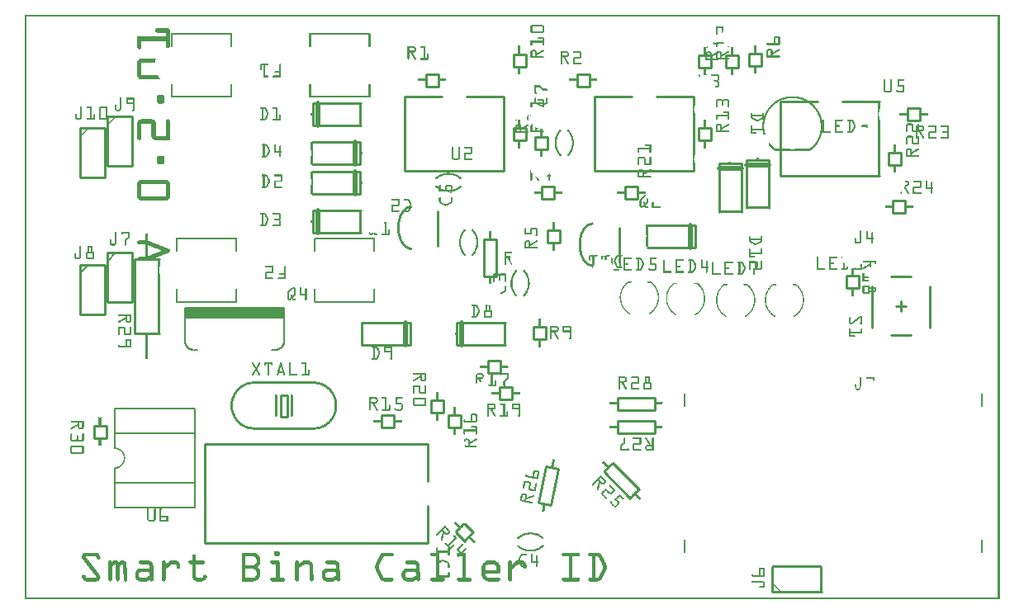
<source format=gto>
G04 MADE WITH FRITZING*
G04 WWW.FRITZING.ORG*
G04 DOUBLE SIDED*
G04 HOLES PLATED*
G04 CONTOUR ON CENTER OF CONTOUR VECTOR*
%ASAXBY*%
%FSLAX23Y23*%
%MOIN*%
%OFA0B0*%
%SFA1.0B1.0*%
%ADD10R,0.400000X0.040000*%
%ADD11R,0.038714X0.096457X0.019029X0.076772*%
%ADD12C,0.009843*%
%ADD13C,0.010000*%
%ADD14C,0.008000*%
%ADD15C,0.005000*%
%ADD16C,0.006000*%
%ADD17C,0.020000*%
%ADD18R,0.001000X0.001000*%
%LNSILK1*%
G90*
G70*
G54D10*
X848Y1158D03*
G54D12*
X1033Y826D02*
X1062Y826D01*
X1062Y739D01*
X1033Y739D01*
X1033Y826D01*
D02*
G54D13*
X1627Y628D02*
X727Y628D01*
D02*
X727Y628D02*
X727Y228D01*
D02*
X727Y228D02*
X1627Y228D01*
D02*
X1627Y628D02*
X1627Y478D01*
D02*
X1627Y378D02*
X1627Y228D01*
G54D14*
D02*
X648Y1138D02*
X648Y1043D01*
D02*
X1048Y1138D02*
X1048Y1043D01*
D02*
X1048Y1138D02*
X648Y1138D01*
D02*
X648Y1138D02*
X648Y1178D01*
D02*
X648Y1178D02*
X1048Y1178D01*
D02*
X1048Y1178D02*
X1048Y1138D01*
D02*
X683Y1008D02*
X698Y1008D01*
D02*
X1013Y1008D02*
X998Y1008D01*
G54D13*
D02*
X224Y1904D02*
X224Y1704D01*
D02*
X224Y1704D02*
X324Y1704D01*
D02*
X324Y1704D02*
X324Y1904D01*
D02*
X324Y1904D02*
X224Y1904D01*
D02*
X334Y1951D02*
X334Y1751D01*
D02*
X334Y1751D02*
X434Y1751D01*
D02*
X434Y1751D02*
X434Y1951D01*
D02*
X434Y1951D02*
X334Y1951D01*
D02*
X224Y1352D02*
X224Y1152D01*
D02*
X224Y1152D02*
X324Y1152D01*
D02*
X324Y1152D02*
X324Y1352D01*
D02*
X324Y1352D02*
X224Y1352D01*
G54D15*
D02*
X224Y1317D02*
X259Y1352D01*
G54D13*
D02*
X334Y1400D02*
X334Y1200D01*
D02*
X334Y1200D02*
X434Y1200D01*
D02*
X434Y1200D02*
X434Y1400D01*
D02*
X434Y1400D02*
X334Y1400D01*
G54D15*
D02*
X334Y1365D02*
X369Y1400D01*
G54D16*
D02*
X687Y770D02*
X364Y770D01*
D02*
X364Y370D02*
X687Y370D01*
D02*
X364Y770D02*
X364Y670D01*
D02*
X364Y370D02*
X364Y470D01*
D02*
X364Y670D02*
X687Y670D01*
G54D14*
D02*
X364Y670D02*
X364Y610D01*
G54D16*
D02*
X364Y470D02*
X683Y470D01*
D02*
X364Y470D02*
X364Y530D01*
G54D15*
D02*
X687Y770D02*
X687Y370D01*
G54D13*
D02*
X544Y1076D02*
X444Y1076D01*
D02*
X444Y1076D02*
X444Y1376D01*
D02*
X444Y1376D02*
X544Y1376D01*
D02*
X330Y703D02*
X330Y653D01*
D02*
X330Y653D02*
X280Y653D01*
D02*
X280Y653D02*
X280Y703D01*
D02*
X280Y703D02*
X330Y703D01*
D02*
X2721Y1854D02*
X2721Y1904D01*
D02*
X2721Y1904D02*
X2771Y1904D01*
D02*
X2771Y1904D02*
X2771Y1854D01*
D02*
X2771Y1854D02*
X2721Y1854D01*
D02*
X3489Y1756D02*
X3489Y1806D01*
D02*
X3489Y1806D02*
X3539Y1806D01*
D02*
X3539Y1806D02*
X3539Y1756D01*
D02*
X3539Y1756D02*
X3489Y1756D01*
D02*
X3565Y1984D02*
X3615Y1984D01*
D02*
X3615Y1984D02*
X3615Y1934D01*
D02*
X3615Y1934D02*
X3565Y1934D01*
D02*
X3565Y1934D02*
X3565Y1984D01*
D02*
X2721Y2148D02*
X2721Y2198D01*
D02*
X2721Y2198D02*
X2771Y2198D01*
D02*
X2771Y2198D02*
X2771Y2148D01*
D02*
X2771Y2148D02*
X2721Y2148D01*
D02*
X1973Y1854D02*
X1973Y1904D01*
D02*
X1973Y1904D02*
X2023Y1904D01*
D02*
X2023Y1904D02*
X2023Y1854D01*
D02*
X2023Y1854D02*
X1973Y1854D01*
D02*
X1973Y2153D02*
X1973Y2203D01*
D02*
X1973Y2203D02*
X2023Y2203D01*
D02*
X2023Y2203D02*
X2023Y2153D01*
D02*
X2023Y2153D02*
X1973Y2153D01*
D02*
X2832Y2148D02*
X2832Y2198D01*
D02*
X2832Y2198D02*
X2882Y2198D01*
D02*
X2882Y2198D02*
X2882Y2148D01*
D02*
X2882Y2148D02*
X2832Y2148D01*
D02*
X3506Y1610D02*
X3556Y1610D01*
D02*
X3556Y1610D02*
X3556Y1560D01*
D02*
X3556Y1560D02*
X3506Y1560D01*
D02*
X3506Y1560D02*
X3506Y1610D01*
D02*
X2926Y2156D02*
X2926Y2206D01*
D02*
X2926Y2206D02*
X2976Y2206D01*
D02*
X2976Y2206D02*
X2976Y2156D01*
D02*
X2976Y2156D02*
X2926Y2156D01*
D02*
X2111Y1441D02*
X2111Y1491D01*
D02*
X2111Y1491D02*
X2161Y1491D01*
D02*
X2161Y1491D02*
X2161Y1441D01*
D02*
X2161Y1441D02*
X2111Y1441D01*
D02*
X2089Y1669D02*
X2139Y1669D01*
D02*
X2139Y1669D02*
X2139Y1619D01*
D02*
X2139Y1619D02*
X2089Y1619D01*
D02*
X2089Y1619D02*
X2089Y1669D01*
D02*
X2060Y1819D02*
X2060Y1869D01*
D02*
X2060Y1869D02*
X2110Y1869D01*
D02*
X2110Y1869D02*
X2110Y1819D01*
D02*
X2110Y1819D02*
X2060Y1819D01*
D02*
X2281Y2073D02*
X2231Y2073D01*
D02*
X2231Y2073D02*
X2231Y2123D01*
D02*
X2231Y2123D02*
X2281Y2123D01*
D02*
X2281Y2123D02*
X2281Y2073D01*
D02*
X1671Y2073D02*
X1621Y2073D01*
D02*
X1621Y2073D02*
X1621Y2123D01*
D02*
X1621Y2123D02*
X1671Y2123D01*
D02*
X1671Y2123D02*
X1671Y2073D01*
D02*
X1356Y1757D02*
X1161Y1757D01*
D02*
X1161Y1847D02*
X1356Y1847D01*
D02*
X1356Y1847D02*
X1356Y1757D01*
G54D17*
D02*
X1336Y1847D02*
X1336Y1757D01*
G54D13*
D02*
X1163Y1572D02*
X1358Y1572D01*
D02*
X1358Y1482D02*
X1163Y1482D01*
D02*
X1163Y1482D02*
X1163Y1572D01*
G54D17*
D02*
X1183Y1482D02*
X1183Y1572D01*
G54D13*
D02*
X1356Y1639D02*
X1161Y1639D01*
D02*
X1161Y1729D02*
X1356Y1729D01*
D02*
X1356Y1729D02*
X1356Y1639D01*
G54D17*
D02*
X1336Y1729D02*
X1336Y1639D01*
G54D13*
D02*
X1163Y2005D02*
X1358Y2005D01*
D02*
X1358Y1915D02*
X1163Y1915D01*
D02*
X1163Y1915D02*
X1163Y2005D01*
G54D17*
D02*
X1183Y1915D02*
X1183Y2005D01*
G54D14*
D02*
X1412Y1203D02*
X1175Y1203D01*
D02*
X1412Y1457D02*
X1172Y1457D01*
D02*
X615Y1457D02*
X852Y1457D01*
D02*
X615Y1203D02*
X855Y1203D01*
D02*
X1393Y2030D02*
X1156Y2030D01*
D02*
X1393Y2284D02*
X1153Y2284D01*
D02*
X595Y2284D02*
X832Y2284D01*
D02*
X595Y2030D02*
X835Y2030D01*
G54D13*
D02*
X1668Y1569D02*
X1668Y1429D01*
D02*
X2302Y2031D02*
X2302Y1731D01*
D02*
X2302Y1731D02*
X2702Y1731D01*
D02*
X2302Y2031D02*
X2452Y2031D01*
D02*
X2552Y2031D02*
X2702Y2031D01*
D02*
X3050Y2011D02*
X3050Y1711D01*
D02*
X3050Y1711D02*
X3450Y1711D01*
D02*
X3050Y2011D02*
X3200Y2011D01*
D02*
X3300Y2011D02*
X3450Y2011D01*
D02*
X1535Y2031D02*
X1535Y1731D01*
D02*
X1535Y1731D02*
X1935Y1731D01*
D02*
X1935Y1731D02*
X1935Y2031D01*
D02*
X1535Y2031D02*
X1685Y2031D01*
D02*
X1785Y2031D02*
X1935Y2031D01*
D02*
X1921Y915D02*
X1871Y915D01*
D02*
X1871Y915D02*
X1871Y965D01*
D02*
X1871Y965D02*
X1921Y965D01*
D02*
X1921Y965D02*
X1921Y915D01*
D02*
X1712Y696D02*
X1712Y746D01*
D02*
X1712Y746D02*
X1762Y746D01*
D02*
X1762Y746D02*
X1762Y696D01*
D02*
X1762Y696D02*
X1712Y696D01*
D02*
X1492Y695D02*
X1442Y695D01*
D02*
X1442Y695D02*
X1442Y745D01*
D02*
X1442Y745D02*
X1492Y745D01*
D02*
X1492Y745D02*
X1492Y695D01*
D02*
X1777Y306D02*
X1812Y271D01*
D02*
X1777Y235D02*
X1742Y271D01*
D02*
X2104Y1101D02*
X2104Y1051D01*
D02*
X2104Y1051D02*
X2054Y1051D01*
D02*
X2054Y1051D02*
X2054Y1101D01*
D02*
X2054Y1101D02*
X2104Y1101D01*
D02*
X1969Y809D02*
X1919Y809D01*
D02*
X1919Y809D02*
X1919Y859D01*
D02*
X1919Y859D02*
X1969Y859D01*
D02*
X1969Y859D02*
X1969Y809D01*
D02*
X1904Y1456D02*
X1904Y1306D01*
D02*
X1904Y1306D02*
X1854Y1306D01*
D02*
X1854Y1306D02*
X1854Y1456D01*
D02*
X1854Y1456D02*
X1904Y1456D01*
D02*
X2424Y1669D02*
X2474Y1669D01*
D02*
X2474Y1669D02*
X2474Y1619D01*
D02*
X2474Y1619D02*
X2424Y1619D01*
D02*
X2424Y1619D02*
X2424Y1669D01*
D02*
X1690Y806D02*
X1690Y756D01*
D02*
X1690Y756D02*
X1640Y756D01*
D02*
X1640Y756D02*
X1640Y806D01*
D02*
X1640Y806D02*
X1690Y806D01*
D02*
X1557Y1029D02*
X1362Y1029D01*
D02*
X1362Y1119D02*
X1557Y1119D01*
D02*
X1557Y1119D02*
X1557Y1029D01*
G54D17*
D02*
X1537Y1119D02*
X1537Y1029D01*
G54D13*
D02*
X3004Y1776D02*
X3004Y1581D01*
D02*
X2914Y1581D02*
X2914Y1776D01*
D02*
X2914Y1776D02*
X3004Y1776D01*
G54D17*
D02*
X2914Y1756D02*
X3004Y1756D01*
G54D13*
D02*
X1746Y1119D02*
X1941Y1119D01*
D02*
X1941Y1029D02*
X1746Y1029D01*
D02*
X1746Y1029D02*
X1746Y1119D01*
G54D17*
D02*
X1766Y1029D02*
X1766Y1119D01*
G54D13*
D02*
X3577Y1068D02*
X3499Y1068D01*
D02*
X3656Y1265D02*
X3656Y1097D01*
D02*
X3420Y1265D02*
X3420Y1097D01*
D02*
X3577Y1304D02*
X3499Y1304D01*
D02*
X3558Y1186D02*
X3518Y1186D01*
D02*
X3538Y1166D02*
X3538Y1206D01*
D02*
X3369Y1307D02*
X3369Y1257D01*
D02*
X3369Y1257D02*
X3319Y1257D01*
D02*
X3319Y1257D02*
X3319Y1307D01*
D02*
X3319Y1307D02*
X3369Y1307D01*
D02*
X2708Y1423D02*
X2513Y1423D01*
D02*
X2513Y1513D02*
X2708Y1513D01*
D02*
X2708Y1513D02*
X2708Y1423D01*
G54D17*
D02*
X2688Y1513D02*
X2688Y1423D01*
G54D13*
D02*
X2893Y1760D02*
X2893Y1565D01*
D02*
X2803Y1565D02*
X2803Y1760D01*
D02*
X2803Y1760D02*
X2893Y1760D01*
G54D17*
D02*
X2803Y1740D02*
X2893Y1740D01*
G54D14*
D02*
X3865Y831D02*
X3865Y781D01*
D02*
X2665Y831D02*
X2665Y781D01*
D02*
X2665Y190D02*
X2665Y240D01*
D02*
X3865Y190D02*
X3865Y240D01*
G54D13*
D02*
X2401Y1501D02*
X2401Y1361D01*
D02*
X2544Y766D02*
X2394Y766D01*
D02*
X2394Y766D02*
X2394Y816D01*
D02*
X2394Y816D02*
X2544Y816D01*
D02*
X2544Y816D02*
X2544Y766D01*
D02*
X2544Y671D02*
X2394Y671D01*
D02*
X2394Y671D02*
X2394Y721D01*
D02*
X2394Y721D02*
X2544Y721D01*
D02*
X2544Y721D02*
X2544Y671D01*
D02*
X2075Y391D02*
X2106Y538D01*
D02*
X2106Y538D02*
X2155Y528D01*
D02*
X2155Y528D02*
X2124Y381D01*
D02*
X2124Y381D02*
X2075Y391D01*
D02*
X2446Y408D02*
X2340Y514D01*
D02*
X2376Y550D02*
X2482Y444D01*
D02*
X3017Y32D02*
X3217Y32D01*
D02*
X3017Y132D02*
X3017Y32D01*
G54D18*
X0Y2362D02*
X3936Y2362D01*
X0Y2361D02*
X3936Y2361D01*
X0Y2360D02*
X3936Y2360D01*
X0Y2359D02*
X3936Y2359D01*
X0Y2358D02*
X3936Y2358D01*
X0Y2357D02*
X3936Y2357D01*
X0Y2356D02*
X3936Y2356D01*
X0Y2355D02*
X3936Y2355D01*
X0Y2354D02*
X7Y2354D01*
X3929Y2354D02*
X3936Y2354D01*
X0Y2353D02*
X7Y2353D01*
X3929Y2353D02*
X3936Y2353D01*
X0Y2352D02*
X7Y2352D01*
X3929Y2352D02*
X3936Y2352D01*
X0Y2351D02*
X7Y2351D01*
X3929Y2351D02*
X3936Y2351D01*
X0Y2350D02*
X7Y2350D01*
X3929Y2350D02*
X3936Y2350D01*
X0Y2349D02*
X7Y2349D01*
X3929Y2349D02*
X3936Y2349D01*
X0Y2348D02*
X7Y2348D01*
X3929Y2348D02*
X3936Y2348D01*
X0Y2347D02*
X7Y2347D01*
X3929Y2347D02*
X3936Y2347D01*
X0Y2346D02*
X7Y2346D01*
X3929Y2346D02*
X3936Y2346D01*
X0Y2345D02*
X7Y2345D01*
X3929Y2345D02*
X3936Y2345D01*
X0Y2344D02*
X7Y2344D01*
X3929Y2344D02*
X3936Y2344D01*
X0Y2343D02*
X7Y2343D01*
X3929Y2343D02*
X3936Y2343D01*
X0Y2342D02*
X7Y2342D01*
X3929Y2342D02*
X3936Y2342D01*
X0Y2341D02*
X7Y2341D01*
X3929Y2341D02*
X3936Y2341D01*
X0Y2340D02*
X7Y2340D01*
X3929Y2340D02*
X3936Y2340D01*
X0Y2339D02*
X7Y2339D01*
X3929Y2339D02*
X3936Y2339D01*
X0Y2338D02*
X7Y2338D01*
X3929Y2338D02*
X3936Y2338D01*
X0Y2337D02*
X7Y2337D01*
X3929Y2337D02*
X3936Y2337D01*
X0Y2336D02*
X7Y2336D01*
X3929Y2336D02*
X3936Y2336D01*
X0Y2335D02*
X7Y2335D01*
X3929Y2335D02*
X3936Y2335D01*
X0Y2334D02*
X7Y2334D01*
X3929Y2334D02*
X3936Y2334D01*
X0Y2333D02*
X7Y2333D01*
X3929Y2333D02*
X3936Y2333D01*
X0Y2332D02*
X7Y2332D01*
X3929Y2332D02*
X3936Y2332D01*
X0Y2331D02*
X7Y2331D01*
X3929Y2331D02*
X3936Y2331D01*
X0Y2330D02*
X7Y2330D01*
X3929Y2330D02*
X3936Y2330D01*
X0Y2329D02*
X7Y2329D01*
X3929Y2329D02*
X3936Y2329D01*
X0Y2328D02*
X7Y2328D01*
X3929Y2328D02*
X3936Y2328D01*
X0Y2327D02*
X7Y2327D01*
X3929Y2327D02*
X3936Y2327D01*
X0Y2326D02*
X7Y2326D01*
X3929Y2326D02*
X3936Y2326D01*
X0Y2325D02*
X7Y2325D01*
X3929Y2325D02*
X3936Y2325D01*
X0Y2324D02*
X7Y2324D01*
X3929Y2324D02*
X3936Y2324D01*
X0Y2323D02*
X7Y2323D01*
X3929Y2323D02*
X3936Y2323D01*
X0Y2322D02*
X7Y2322D01*
X3929Y2322D02*
X3936Y2322D01*
X0Y2321D02*
X7Y2321D01*
X3929Y2321D02*
X3936Y2321D01*
X0Y2320D02*
X7Y2320D01*
X2047Y2320D02*
X2092Y2320D01*
X3929Y2320D02*
X3936Y2320D01*
X0Y2319D02*
X7Y2319D01*
X2046Y2319D02*
X2093Y2319D01*
X3929Y2319D02*
X3936Y2319D01*
X0Y2318D02*
X7Y2318D01*
X2045Y2318D02*
X2094Y2318D01*
X3929Y2318D02*
X3936Y2318D01*
X0Y2317D02*
X7Y2317D01*
X2044Y2317D02*
X2095Y2317D01*
X3929Y2317D02*
X3936Y2317D01*
X0Y2316D02*
X7Y2316D01*
X2043Y2316D02*
X2096Y2316D01*
X3929Y2316D02*
X3936Y2316D01*
X0Y2315D02*
X7Y2315D01*
X2043Y2315D02*
X2096Y2315D01*
X2795Y2315D02*
X2817Y2315D01*
X2839Y2315D02*
X2843Y2315D01*
X3929Y2315D02*
X3936Y2315D01*
X0Y2314D02*
X7Y2314D01*
X2043Y2314D02*
X2096Y2314D01*
X2793Y2314D02*
X2818Y2314D01*
X2839Y2314D02*
X2840Y2314D01*
X3929Y2314D02*
X3936Y2314D01*
X0Y2313D02*
X7Y2313D01*
X2043Y2313D02*
X2049Y2313D01*
X2090Y2313D02*
X2096Y2313D01*
X2792Y2313D02*
X2819Y2313D01*
X2838Y2313D02*
X2838Y2313D01*
X3929Y2313D02*
X3936Y2313D01*
X0Y2312D02*
X7Y2312D01*
X2043Y2312D02*
X2049Y2312D01*
X2090Y2312D02*
X2096Y2312D01*
X2792Y2312D02*
X2820Y2312D01*
X3929Y2312D02*
X3936Y2312D01*
X0Y2311D02*
X7Y2311D01*
X2043Y2311D02*
X2049Y2311D01*
X2090Y2311D02*
X2096Y2311D01*
X2791Y2311D02*
X2820Y2311D01*
X3929Y2311D02*
X3936Y2311D01*
X0Y2310D02*
X7Y2310D01*
X2043Y2310D02*
X2049Y2310D01*
X2090Y2310D02*
X2096Y2310D01*
X2791Y2310D02*
X2820Y2310D01*
X3929Y2310D02*
X3936Y2310D01*
X0Y2309D02*
X7Y2309D01*
X2043Y2309D02*
X2049Y2309D01*
X2090Y2309D02*
X2096Y2309D01*
X2791Y2309D02*
X2821Y2309D01*
X3929Y2309D02*
X3936Y2309D01*
X0Y2308D02*
X7Y2308D01*
X2043Y2308D02*
X2049Y2308D01*
X2090Y2308D02*
X2096Y2308D01*
X2791Y2308D02*
X2797Y2308D01*
X2815Y2308D02*
X2821Y2308D01*
X3929Y2308D02*
X3936Y2308D01*
X0Y2307D02*
X7Y2307D01*
X2043Y2307D02*
X2049Y2307D01*
X2090Y2307D02*
X2096Y2307D01*
X2791Y2307D02*
X2797Y2307D01*
X2815Y2307D02*
X2821Y2307D01*
X3929Y2307D02*
X3936Y2307D01*
X0Y2306D02*
X7Y2306D01*
X532Y2306D02*
X582Y2306D01*
X2043Y2306D02*
X2049Y2306D01*
X2090Y2306D02*
X2096Y2306D01*
X2791Y2306D02*
X2797Y2306D01*
X2815Y2306D02*
X2821Y2306D01*
X3929Y2306D02*
X3936Y2306D01*
X0Y2305D02*
X7Y2305D01*
X531Y2305D02*
X583Y2305D01*
X2043Y2305D02*
X2049Y2305D01*
X2090Y2305D02*
X2096Y2305D01*
X2791Y2305D02*
X2797Y2305D01*
X2815Y2305D02*
X2821Y2305D01*
X3929Y2305D02*
X3936Y2305D01*
X0Y2304D02*
X7Y2304D01*
X530Y2304D02*
X585Y2304D01*
X2043Y2304D02*
X2049Y2304D01*
X2090Y2304D02*
X2096Y2304D01*
X2791Y2304D02*
X2797Y2304D01*
X2815Y2304D02*
X2821Y2304D01*
X3929Y2304D02*
X3936Y2304D01*
X0Y2303D02*
X7Y2303D01*
X529Y2303D02*
X585Y2303D01*
X2043Y2303D02*
X2049Y2303D01*
X2090Y2303D02*
X2096Y2303D01*
X2791Y2303D02*
X2797Y2303D01*
X2815Y2303D02*
X2821Y2303D01*
X3929Y2303D02*
X3936Y2303D01*
X0Y2302D02*
X7Y2302D01*
X528Y2302D02*
X586Y2302D01*
X2043Y2302D02*
X2049Y2302D01*
X2090Y2302D02*
X2096Y2302D01*
X2791Y2302D02*
X2797Y2302D01*
X2815Y2302D02*
X2821Y2302D01*
X3929Y2302D02*
X3936Y2302D01*
X0Y2301D02*
X7Y2301D01*
X528Y2301D02*
X586Y2301D01*
X2043Y2301D02*
X2049Y2301D01*
X2090Y2301D02*
X2096Y2301D01*
X2791Y2301D02*
X2797Y2301D01*
X2815Y2301D02*
X2821Y2301D01*
X3929Y2301D02*
X3936Y2301D01*
X0Y2300D02*
X7Y2300D01*
X527Y2300D02*
X587Y2300D01*
X2043Y2300D02*
X2049Y2300D01*
X2090Y2300D02*
X2096Y2300D01*
X2791Y2300D02*
X2797Y2300D01*
X2815Y2300D02*
X2821Y2300D01*
X3929Y2300D02*
X3936Y2300D01*
X0Y2299D02*
X7Y2299D01*
X527Y2299D02*
X587Y2299D01*
X2043Y2299D02*
X2049Y2299D01*
X2090Y2299D02*
X2096Y2299D01*
X2791Y2299D02*
X2797Y2299D01*
X2815Y2299D02*
X2821Y2299D01*
X3929Y2299D02*
X3936Y2299D01*
X0Y2298D02*
X7Y2298D01*
X527Y2298D02*
X587Y2298D01*
X2043Y2298D02*
X2049Y2298D01*
X2090Y2298D02*
X2096Y2298D01*
X2791Y2298D02*
X2797Y2298D01*
X2815Y2298D02*
X2820Y2298D01*
X3929Y2298D02*
X3936Y2298D01*
X0Y2297D02*
X7Y2297D01*
X527Y2297D02*
X587Y2297D01*
X2043Y2297D02*
X2049Y2297D01*
X2090Y2297D02*
X2096Y2297D01*
X2791Y2297D02*
X2797Y2297D01*
X2815Y2297D02*
X2819Y2297D01*
X3929Y2297D02*
X3936Y2297D01*
X0Y2296D02*
X7Y2296D01*
X528Y2296D02*
X587Y2296D01*
X2043Y2296D02*
X2049Y2296D01*
X2090Y2296D02*
X2096Y2296D01*
X2791Y2296D02*
X2797Y2296D01*
X2815Y2296D02*
X2819Y2296D01*
X3929Y2296D02*
X3936Y2296D01*
X0Y2295D02*
X7Y2295D01*
X528Y2295D02*
X587Y2295D01*
X2043Y2295D02*
X2049Y2295D01*
X2090Y2295D02*
X2096Y2295D01*
X2791Y2295D02*
X2797Y2295D01*
X2815Y2295D02*
X2818Y2295D01*
X3929Y2295D02*
X3936Y2295D01*
X0Y2294D02*
X7Y2294D01*
X528Y2294D02*
X587Y2294D01*
X2043Y2294D02*
X2049Y2294D01*
X2090Y2294D02*
X2096Y2294D01*
X2791Y2294D02*
X2797Y2294D01*
X2815Y2294D02*
X2818Y2294D01*
X3929Y2294D02*
X3936Y2294D01*
X0Y2293D02*
X7Y2293D01*
X529Y2293D02*
X587Y2293D01*
X2043Y2293D02*
X2096Y2293D01*
X2791Y2293D02*
X2797Y2293D01*
X2815Y2293D02*
X2817Y2293D01*
X3929Y2293D02*
X3936Y2293D01*
X0Y2292D02*
X7Y2292D01*
X530Y2292D02*
X587Y2292D01*
X2043Y2292D02*
X2096Y2292D01*
X2791Y2292D02*
X2797Y2292D01*
X2815Y2292D02*
X2817Y2292D01*
X3929Y2292D02*
X3936Y2292D01*
X0Y2291D02*
X7Y2291D01*
X531Y2291D02*
X587Y2291D01*
X2043Y2291D02*
X2096Y2291D01*
X2791Y2291D02*
X2797Y2291D01*
X2815Y2291D02*
X2816Y2291D01*
X3929Y2291D02*
X3936Y2291D01*
X0Y2290D02*
X7Y2290D01*
X534Y2290D02*
X587Y2290D01*
X2044Y2290D02*
X2095Y2290D01*
X2791Y2290D02*
X2797Y2290D01*
X2815Y2290D02*
X2816Y2290D01*
X3929Y2290D02*
X3936Y2290D01*
X0Y2289D02*
X7Y2289D01*
X571Y2289D02*
X587Y2289D01*
X2044Y2289D02*
X2095Y2289D01*
X2791Y2289D02*
X2797Y2289D01*
X2815Y2289D02*
X2815Y2289D01*
X3929Y2289D02*
X3936Y2289D01*
X0Y2288D02*
X7Y2288D01*
X571Y2288D02*
X587Y2288D01*
X2045Y2288D02*
X2094Y2288D01*
X2791Y2288D02*
X2797Y2288D01*
X2815Y2288D02*
X2815Y2288D01*
X3929Y2288D02*
X3936Y2288D01*
X0Y2287D02*
X7Y2287D01*
X571Y2287D02*
X587Y2287D01*
X593Y2287D02*
X597Y2287D01*
X833Y2287D02*
X837Y2287D01*
X1150Y2287D02*
X1154Y2287D01*
X1390Y2287D02*
X1394Y2287D01*
X2046Y2287D02*
X2093Y2287D01*
X2791Y2287D02*
X2797Y2287D01*
X2815Y2287D02*
X2815Y2287D01*
X3929Y2287D02*
X3936Y2287D01*
X0Y2286D02*
X7Y2286D01*
X571Y2286D02*
X587Y2286D01*
X592Y2286D02*
X598Y2286D01*
X832Y2286D02*
X838Y2286D01*
X1149Y2286D02*
X1155Y2286D01*
X1389Y2286D02*
X1395Y2286D01*
X2791Y2286D02*
X2797Y2286D01*
X3929Y2286D02*
X3936Y2286D01*
X0Y2285D02*
X7Y2285D01*
X571Y2285D02*
X587Y2285D01*
X591Y2285D02*
X598Y2285D01*
X831Y2285D02*
X838Y2285D01*
X1149Y2285D02*
X1155Y2285D01*
X1389Y2285D02*
X1395Y2285D01*
X2791Y2285D02*
X2797Y2285D01*
X3929Y2285D02*
X3936Y2285D01*
X0Y2284D02*
X7Y2284D01*
X571Y2284D02*
X587Y2284D01*
X591Y2284D02*
X598Y2284D01*
X831Y2284D02*
X838Y2284D01*
X1149Y2284D02*
X1156Y2284D01*
X1389Y2284D02*
X1396Y2284D01*
X2791Y2284D02*
X2797Y2284D01*
X3929Y2284D02*
X3936Y2284D01*
X0Y2283D02*
X7Y2283D01*
X571Y2283D02*
X587Y2283D01*
X591Y2283D02*
X598Y2283D01*
X831Y2283D02*
X838Y2283D01*
X1149Y2283D02*
X1156Y2283D01*
X1389Y2283D02*
X1396Y2283D01*
X2792Y2283D02*
X2796Y2283D01*
X3929Y2283D02*
X3936Y2283D01*
X0Y2282D02*
X7Y2282D01*
X571Y2282D02*
X587Y2282D01*
X591Y2282D02*
X598Y2282D01*
X831Y2282D02*
X838Y2282D01*
X1149Y2282D02*
X1156Y2282D01*
X1389Y2282D02*
X1396Y2282D01*
X2792Y2282D02*
X2796Y2282D01*
X3929Y2282D02*
X3936Y2282D01*
X0Y2281D02*
X7Y2281D01*
X571Y2281D02*
X587Y2281D01*
X591Y2281D02*
X598Y2281D01*
X831Y2281D02*
X838Y2281D01*
X1149Y2281D02*
X1156Y2281D01*
X1389Y2281D02*
X1396Y2281D01*
X3929Y2281D02*
X3936Y2281D01*
X0Y2280D02*
X7Y2280D01*
X571Y2280D02*
X587Y2280D01*
X591Y2280D02*
X598Y2280D01*
X831Y2280D02*
X838Y2280D01*
X1149Y2280D02*
X1156Y2280D01*
X1389Y2280D02*
X1396Y2280D01*
X3929Y2280D02*
X3936Y2280D01*
X0Y2279D02*
X7Y2279D01*
X571Y2279D02*
X587Y2279D01*
X591Y2279D02*
X598Y2279D01*
X831Y2279D02*
X838Y2279D01*
X1149Y2279D02*
X1156Y2279D01*
X1389Y2279D02*
X1396Y2279D01*
X3929Y2279D02*
X3936Y2279D01*
X0Y2278D02*
X7Y2278D01*
X571Y2278D02*
X587Y2278D01*
X591Y2278D02*
X598Y2278D01*
X831Y2278D02*
X838Y2278D01*
X1149Y2278D02*
X1156Y2278D01*
X1389Y2278D02*
X1396Y2278D01*
X3929Y2278D02*
X3936Y2278D01*
X0Y2277D02*
X7Y2277D01*
X571Y2277D02*
X587Y2277D01*
X591Y2277D02*
X598Y2277D01*
X831Y2277D02*
X838Y2277D01*
X1149Y2277D02*
X1156Y2277D01*
X1389Y2277D02*
X1396Y2277D01*
X3929Y2277D02*
X3936Y2277D01*
X0Y2276D02*
X7Y2276D01*
X571Y2276D02*
X587Y2276D01*
X591Y2276D02*
X598Y2276D01*
X831Y2276D02*
X838Y2276D01*
X1149Y2276D02*
X1156Y2276D01*
X1389Y2276D02*
X1396Y2276D01*
X3929Y2276D02*
X3936Y2276D01*
X0Y2275D02*
X7Y2275D01*
X571Y2275D02*
X587Y2275D01*
X591Y2275D02*
X598Y2275D01*
X831Y2275D02*
X838Y2275D01*
X1149Y2275D02*
X1156Y2275D01*
X1389Y2275D02*
X1396Y2275D01*
X3929Y2275D02*
X3936Y2275D01*
X0Y2274D02*
X7Y2274D01*
X571Y2274D02*
X587Y2274D01*
X591Y2274D02*
X598Y2274D01*
X831Y2274D02*
X838Y2274D01*
X1149Y2274D02*
X1156Y2274D01*
X1389Y2274D02*
X1396Y2274D01*
X3929Y2274D02*
X3936Y2274D01*
X0Y2273D02*
X7Y2273D01*
X456Y2273D02*
X587Y2273D01*
X591Y2273D02*
X598Y2273D01*
X831Y2273D02*
X838Y2273D01*
X1149Y2273D02*
X1156Y2273D01*
X1389Y2273D02*
X1396Y2273D01*
X3027Y2273D02*
X3047Y2273D01*
X3929Y2273D02*
X3936Y2273D01*
X0Y2272D02*
X7Y2272D01*
X455Y2272D02*
X587Y2272D01*
X591Y2272D02*
X598Y2272D01*
X831Y2272D02*
X838Y2272D01*
X1149Y2272D02*
X1156Y2272D01*
X1389Y2272D02*
X1396Y2272D01*
X3026Y2272D02*
X3048Y2272D01*
X3929Y2272D02*
X3936Y2272D01*
X0Y2271D02*
X7Y2271D01*
X455Y2271D02*
X587Y2271D01*
X591Y2271D02*
X598Y2271D01*
X831Y2271D02*
X838Y2271D01*
X1149Y2271D02*
X1156Y2271D01*
X1389Y2271D02*
X1396Y2271D01*
X3025Y2271D02*
X3049Y2271D01*
X3929Y2271D02*
X3936Y2271D01*
X0Y2270D02*
X7Y2270D01*
X455Y2270D02*
X587Y2270D01*
X591Y2270D02*
X598Y2270D01*
X831Y2270D02*
X838Y2270D01*
X1149Y2270D02*
X1156Y2270D01*
X1389Y2270D02*
X1396Y2270D01*
X2074Y2270D02*
X2094Y2270D01*
X3025Y2270D02*
X3049Y2270D01*
X3929Y2270D02*
X3936Y2270D01*
X0Y2269D02*
X7Y2269D01*
X455Y2269D02*
X587Y2269D01*
X591Y2269D02*
X598Y2269D01*
X831Y2269D02*
X838Y2269D01*
X1149Y2269D02*
X1156Y2269D01*
X1389Y2269D02*
X1396Y2269D01*
X2073Y2269D02*
X2095Y2269D01*
X3025Y2269D02*
X3049Y2269D01*
X3929Y2269D02*
X3936Y2269D01*
X0Y2268D02*
X7Y2268D01*
X455Y2268D02*
X587Y2268D01*
X591Y2268D02*
X598Y2268D01*
X831Y2268D02*
X838Y2268D01*
X1149Y2268D02*
X1156Y2268D01*
X1389Y2268D02*
X1396Y2268D01*
X2073Y2268D02*
X2096Y2268D01*
X3025Y2268D02*
X3049Y2268D01*
X3929Y2268D02*
X3936Y2268D01*
X0Y2267D02*
X7Y2267D01*
X455Y2267D02*
X587Y2267D01*
X591Y2267D02*
X598Y2267D01*
X831Y2267D02*
X838Y2267D01*
X1149Y2267D02*
X1156Y2267D01*
X1389Y2267D02*
X1396Y2267D01*
X2072Y2267D02*
X2096Y2267D01*
X3025Y2267D02*
X3049Y2267D01*
X3929Y2267D02*
X3936Y2267D01*
X0Y2266D02*
X7Y2266D01*
X455Y2266D02*
X587Y2266D01*
X591Y2266D02*
X598Y2266D01*
X831Y2266D02*
X838Y2266D01*
X1149Y2266D02*
X1156Y2266D01*
X1389Y2266D02*
X1396Y2266D01*
X2073Y2266D02*
X2096Y2266D01*
X3025Y2266D02*
X3031Y2266D01*
X3043Y2266D02*
X3049Y2266D01*
X3929Y2266D02*
X3936Y2266D01*
X0Y2265D02*
X7Y2265D01*
X455Y2265D02*
X587Y2265D01*
X591Y2265D02*
X598Y2265D01*
X831Y2265D02*
X838Y2265D01*
X1149Y2265D02*
X1156Y2265D01*
X1389Y2265D02*
X1396Y2265D01*
X2073Y2265D02*
X2096Y2265D01*
X3025Y2265D02*
X3031Y2265D01*
X3043Y2265D02*
X3049Y2265D01*
X3929Y2265D02*
X3936Y2265D01*
X0Y2264D02*
X7Y2264D01*
X455Y2264D02*
X587Y2264D01*
X591Y2264D02*
X598Y2264D01*
X831Y2264D02*
X838Y2264D01*
X1149Y2264D02*
X1156Y2264D01*
X1389Y2264D02*
X1396Y2264D01*
X2074Y2264D02*
X2096Y2264D01*
X3025Y2264D02*
X3031Y2264D01*
X3043Y2264D02*
X3049Y2264D01*
X3929Y2264D02*
X3936Y2264D01*
X0Y2263D02*
X7Y2263D01*
X455Y2263D02*
X587Y2263D01*
X591Y2263D02*
X598Y2263D01*
X831Y2263D02*
X838Y2263D01*
X1149Y2263D02*
X1156Y2263D01*
X1389Y2263D02*
X1396Y2263D01*
X2090Y2263D02*
X2096Y2263D01*
X3025Y2263D02*
X3031Y2263D01*
X3043Y2263D02*
X3049Y2263D01*
X3929Y2263D02*
X3936Y2263D01*
X0Y2262D02*
X7Y2262D01*
X455Y2262D02*
X587Y2262D01*
X591Y2262D02*
X598Y2262D01*
X831Y2262D02*
X838Y2262D01*
X1149Y2262D02*
X1156Y2262D01*
X1389Y2262D02*
X1396Y2262D01*
X2090Y2262D02*
X2096Y2262D01*
X3025Y2262D02*
X3031Y2262D01*
X3043Y2262D02*
X3049Y2262D01*
X3929Y2262D02*
X3936Y2262D01*
X0Y2261D02*
X7Y2261D01*
X455Y2261D02*
X587Y2261D01*
X591Y2261D02*
X598Y2261D01*
X831Y2261D02*
X838Y2261D01*
X1149Y2261D02*
X1156Y2261D01*
X1389Y2261D02*
X1396Y2261D01*
X2090Y2261D02*
X2096Y2261D01*
X3025Y2261D02*
X3031Y2261D01*
X3043Y2261D02*
X3049Y2261D01*
X3929Y2261D02*
X3936Y2261D01*
X0Y2260D02*
X7Y2260D01*
X455Y2260D02*
X587Y2260D01*
X591Y2260D02*
X598Y2260D01*
X831Y2260D02*
X838Y2260D01*
X1149Y2260D02*
X1156Y2260D01*
X1389Y2260D02*
X1396Y2260D01*
X2090Y2260D02*
X2096Y2260D01*
X3025Y2260D02*
X3031Y2260D01*
X3043Y2260D02*
X3049Y2260D01*
X3929Y2260D02*
X3936Y2260D01*
X0Y2259D02*
X7Y2259D01*
X455Y2259D02*
X587Y2259D01*
X591Y2259D02*
X598Y2259D01*
X831Y2259D02*
X838Y2259D01*
X1149Y2259D02*
X1156Y2259D01*
X1389Y2259D02*
X1396Y2259D01*
X2090Y2259D02*
X2096Y2259D01*
X3025Y2259D02*
X3031Y2259D01*
X3043Y2259D02*
X3049Y2259D01*
X3929Y2259D02*
X3936Y2259D01*
X0Y2258D02*
X7Y2258D01*
X455Y2258D02*
X587Y2258D01*
X591Y2258D02*
X598Y2258D01*
X831Y2258D02*
X838Y2258D01*
X1149Y2258D02*
X1156Y2258D01*
X1389Y2258D02*
X1396Y2258D01*
X2090Y2258D02*
X2096Y2258D01*
X3025Y2258D02*
X3031Y2258D01*
X3043Y2258D02*
X3049Y2258D01*
X3929Y2258D02*
X3936Y2258D01*
X0Y2257D02*
X7Y2257D01*
X455Y2257D02*
X587Y2257D01*
X591Y2257D02*
X598Y2257D01*
X831Y2257D02*
X838Y2257D01*
X1149Y2257D02*
X1156Y2257D01*
X1389Y2257D02*
X1396Y2257D01*
X2090Y2257D02*
X2096Y2257D01*
X3025Y2257D02*
X3031Y2257D01*
X3043Y2257D02*
X3049Y2257D01*
X3929Y2257D02*
X3936Y2257D01*
X0Y2256D02*
X7Y2256D01*
X455Y2256D02*
X587Y2256D01*
X591Y2256D02*
X598Y2256D01*
X831Y2256D02*
X838Y2256D01*
X1149Y2256D02*
X1156Y2256D01*
X1389Y2256D02*
X1396Y2256D01*
X2043Y2256D02*
X2096Y2256D01*
X3025Y2256D02*
X3031Y2256D01*
X3043Y2256D02*
X3049Y2256D01*
X3929Y2256D02*
X3936Y2256D01*
X0Y2255D02*
X7Y2255D01*
X455Y2255D02*
X471Y2255D01*
X571Y2255D02*
X587Y2255D01*
X591Y2255D02*
X598Y2255D01*
X831Y2255D02*
X838Y2255D01*
X1149Y2255D02*
X1156Y2255D01*
X1389Y2255D02*
X1396Y2255D01*
X2043Y2255D02*
X2096Y2255D01*
X3025Y2255D02*
X3031Y2255D01*
X3043Y2255D02*
X3049Y2255D01*
X3929Y2255D02*
X3936Y2255D01*
X0Y2254D02*
X7Y2254D01*
X455Y2254D02*
X471Y2254D01*
X571Y2254D02*
X587Y2254D01*
X591Y2254D02*
X598Y2254D01*
X831Y2254D02*
X838Y2254D01*
X1149Y2254D02*
X1156Y2254D01*
X1389Y2254D02*
X1396Y2254D01*
X2043Y2254D02*
X2096Y2254D01*
X3025Y2254D02*
X3031Y2254D01*
X3043Y2254D02*
X3049Y2254D01*
X3929Y2254D02*
X3936Y2254D01*
X0Y2253D02*
X7Y2253D01*
X455Y2253D02*
X471Y2253D01*
X571Y2253D02*
X587Y2253D01*
X591Y2253D02*
X598Y2253D01*
X831Y2253D02*
X838Y2253D01*
X1149Y2253D02*
X1156Y2253D01*
X1389Y2253D02*
X1396Y2253D01*
X2043Y2253D02*
X2096Y2253D01*
X3025Y2253D02*
X3031Y2253D01*
X3043Y2253D02*
X3049Y2253D01*
X3929Y2253D02*
X3936Y2253D01*
X0Y2252D02*
X7Y2252D01*
X455Y2252D02*
X471Y2252D01*
X571Y2252D02*
X587Y2252D01*
X591Y2252D02*
X598Y2252D01*
X831Y2252D02*
X838Y2252D01*
X1149Y2252D02*
X1156Y2252D01*
X1389Y2252D02*
X1396Y2252D01*
X2043Y2252D02*
X2096Y2252D01*
X2791Y2252D02*
X2819Y2252D01*
X3025Y2252D02*
X3031Y2252D01*
X3043Y2252D02*
X3049Y2252D01*
X3929Y2252D02*
X3936Y2252D01*
X0Y2251D02*
X7Y2251D01*
X455Y2251D02*
X471Y2251D01*
X571Y2251D02*
X587Y2251D01*
X591Y2251D02*
X598Y2251D01*
X831Y2251D02*
X838Y2251D01*
X1149Y2251D02*
X1156Y2251D01*
X1389Y2251D02*
X1396Y2251D01*
X2043Y2251D02*
X2096Y2251D01*
X2781Y2251D02*
X2782Y2251D01*
X2791Y2251D02*
X2820Y2251D01*
X3025Y2251D02*
X3031Y2251D01*
X3043Y2251D02*
X3049Y2251D01*
X3929Y2251D02*
X3936Y2251D01*
X0Y2250D02*
X7Y2250D01*
X455Y2250D02*
X471Y2250D01*
X571Y2250D02*
X587Y2250D01*
X591Y2250D02*
X598Y2250D01*
X831Y2250D02*
X838Y2250D01*
X1149Y2250D02*
X1156Y2250D01*
X1389Y2250D02*
X1396Y2250D01*
X2043Y2250D02*
X2096Y2250D01*
X2781Y2250D02*
X2783Y2250D01*
X2791Y2250D02*
X2820Y2250D01*
X3025Y2250D02*
X3031Y2250D01*
X3043Y2250D02*
X3049Y2250D01*
X3929Y2250D02*
X3936Y2250D01*
X0Y2249D02*
X7Y2249D01*
X455Y2249D02*
X471Y2249D01*
X571Y2249D02*
X587Y2249D01*
X591Y2249D02*
X598Y2249D01*
X831Y2249D02*
X838Y2249D01*
X1149Y2249D02*
X1156Y2249D01*
X1389Y2249D02*
X1396Y2249D01*
X2043Y2249D02*
X2049Y2249D01*
X2090Y2249D02*
X2096Y2249D01*
X2780Y2249D02*
X2821Y2249D01*
X2997Y2249D02*
X3000Y2249D01*
X3025Y2249D02*
X3031Y2249D01*
X3043Y2249D02*
X3049Y2249D01*
X3929Y2249D02*
X3936Y2249D01*
X0Y2248D02*
X7Y2248D01*
X455Y2248D02*
X471Y2248D01*
X571Y2248D02*
X587Y2248D01*
X591Y2248D02*
X598Y2248D01*
X831Y2248D02*
X838Y2248D01*
X1149Y2248D02*
X1156Y2248D01*
X1389Y2248D02*
X1396Y2248D01*
X2043Y2248D02*
X2049Y2248D01*
X2090Y2248D02*
X2096Y2248D01*
X2779Y2248D02*
X2822Y2248D01*
X2996Y2248D02*
X3001Y2248D01*
X3025Y2248D02*
X3031Y2248D01*
X3043Y2248D02*
X3049Y2248D01*
X3929Y2248D02*
X3936Y2248D01*
X0Y2247D02*
X7Y2247D01*
X455Y2247D02*
X471Y2247D01*
X571Y2247D02*
X587Y2247D01*
X591Y2247D02*
X598Y2247D01*
X831Y2247D02*
X838Y2247D01*
X1149Y2247D02*
X1156Y2247D01*
X1389Y2247D02*
X1396Y2247D01*
X2043Y2247D02*
X2049Y2247D01*
X2090Y2247D02*
X2096Y2247D01*
X2778Y2247D02*
X2823Y2247D01*
X2996Y2247D02*
X3002Y2247D01*
X3025Y2247D02*
X3031Y2247D01*
X3043Y2247D02*
X3049Y2247D01*
X3929Y2247D02*
X3936Y2247D01*
X0Y2246D02*
X7Y2246D01*
X455Y2246D02*
X471Y2246D01*
X571Y2246D02*
X587Y2246D01*
X591Y2246D02*
X598Y2246D01*
X831Y2246D02*
X838Y2246D01*
X1149Y2246D02*
X1156Y2246D01*
X1389Y2246D02*
X1396Y2246D01*
X2043Y2246D02*
X2049Y2246D01*
X2090Y2246D02*
X2096Y2246D01*
X2778Y2246D02*
X2824Y2246D01*
X2996Y2246D02*
X3049Y2246D01*
X3929Y2246D02*
X3936Y2246D01*
X0Y2245D02*
X7Y2245D01*
X455Y2245D02*
X471Y2245D01*
X571Y2245D02*
X587Y2245D01*
X591Y2245D02*
X598Y2245D01*
X831Y2245D02*
X838Y2245D01*
X1149Y2245D02*
X1156Y2245D01*
X1389Y2245D02*
X1396Y2245D01*
X2043Y2245D02*
X2049Y2245D01*
X2090Y2245D02*
X2096Y2245D01*
X2779Y2245D02*
X2802Y2245D01*
X2996Y2245D02*
X3049Y2245D01*
X3929Y2245D02*
X3936Y2245D01*
X0Y2244D02*
X7Y2244D01*
X455Y2244D02*
X471Y2244D01*
X571Y2244D02*
X587Y2244D01*
X591Y2244D02*
X598Y2244D01*
X831Y2244D02*
X838Y2244D01*
X1149Y2244D02*
X1156Y2244D01*
X1389Y2244D02*
X1396Y2244D01*
X2043Y2244D02*
X2049Y2244D01*
X2090Y2244D02*
X2096Y2244D01*
X2780Y2244D02*
X2802Y2244D01*
X2996Y2244D02*
X3049Y2244D01*
X3929Y2244D02*
X3936Y2244D01*
X0Y2243D02*
X7Y2243D01*
X455Y2243D02*
X471Y2243D01*
X571Y2243D02*
X587Y2243D01*
X591Y2243D02*
X598Y2243D01*
X831Y2243D02*
X838Y2243D01*
X1149Y2243D02*
X1156Y2243D01*
X1389Y2243D02*
X1396Y2243D01*
X2043Y2243D02*
X2049Y2243D01*
X2090Y2243D02*
X2096Y2243D01*
X2781Y2243D02*
X2800Y2243D01*
X2996Y2243D02*
X3049Y2243D01*
X3929Y2243D02*
X3936Y2243D01*
X0Y2242D02*
X7Y2242D01*
X455Y2242D02*
X471Y2242D01*
X571Y2242D02*
X587Y2242D01*
X591Y2242D02*
X598Y2242D01*
X831Y2242D02*
X838Y2242D01*
X1149Y2242D02*
X1156Y2242D01*
X1389Y2242D02*
X1396Y2242D01*
X2043Y2242D02*
X2049Y2242D01*
X2090Y2242D02*
X2096Y2242D01*
X2791Y2242D02*
X2797Y2242D01*
X2996Y2242D02*
X3049Y2242D01*
X3929Y2242D02*
X3936Y2242D01*
X0Y2241D02*
X7Y2241D01*
X455Y2241D02*
X471Y2241D01*
X571Y2241D02*
X587Y2241D01*
X591Y2241D02*
X598Y2241D01*
X831Y2241D02*
X838Y2241D01*
X1149Y2241D02*
X1156Y2241D01*
X1389Y2241D02*
X1396Y2241D01*
X2043Y2241D02*
X2049Y2241D01*
X2090Y2241D02*
X2096Y2241D01*
X2791Y2241D02*
X2797Y2241D01*
X2996Y2241D02*
X3048Y2241D01*
X3929Y2241D02*
X3936Y2241D01*
X0Y2240D02*
X7Y2240D01*
X455Y2240D02*
X471Y2240D01*
X571Y2240D02*
X587Y2240D01*
X591Y2240D02*
X598Y2240D01*
X831Y2240D02*
X838Y2240D01*
X1149Y2240D02*
X1156Y2240D01*
X1389Y2240D02*
X1396Y2240D01*
X2043Y2240D02*
X2049Y2240D01*
X2090Y2240D02*
X2096Y2240D01*
X2791Y2240D02*
X2797Y2240D01*
X2955Y2240D02*
X2955Y2240D01*
X2997Y2240D02*
X3048Y2240D01*
X3929Y2240D02*
X3936Y2240D01*
X0Y2239D02*
X7Y2239D01*
X455Y2239D02*
X471Y2239D01*
X571Y2239D02*
X587Y2239D01*
X591Y2239D02*
X598Y2239D01*
X831Y2239D02*
X838Y2239D01*
X1149Y2239D02*
X1156Y2239D01*
X1389Y2239D02*
X1396Y2239D01*
X2043Y2239D02*
X2049Y2239D01*
X2090Y2239D02*
X2096Y2239D01*
X2791Y2239D02*
X2797Y2239D01*
X2946Y2239D02*
X2955Y2239D01*
X3929Y2239D02*
X3936Y2239D01*
X0Y2238D02*
X7Y2238D01*
X455Y2238D02*
X471Y2238D01*
X571Y2238D02*
X587Y2238D01*
X591Y2238D02*
X598Y2238D01*
X831Y2238D02*
X838Y2238D01*
X1149Y2238D02*
X1156Y2238D01*
X1389Y2238D02*
X1396Y2238D01*
X2043Y2238D02*
X2049Y2238D01*
X2091Y2238D02*
X2096Y2238D01*
X2791Y2238D02*
X2797Y2238D01*
X2946Y2238D02*
X2955Y2238D01*
X3929Y2238D02*
X3936Y2238D01*
X0Y2237D02*
X7Y2237D01*
X455Y2237D02*
X471Y2237D01*
X571Y2237D02*
X587Y2237D01*
X591Y2237D02*
X598Y2237D01*
X831Y2237D02*
X838Y2237D01*
X1149Y2237D02*
X1156Y2237D01*
X1389Y2237D02*
X1396Y2237D01*
X2044Y2237D02*
X2048Y2237D01*
X2091Y2237D02*
X2095Y2237D01*
X2791Y2237D02*
X2797Y2237D01*
X2946Y2237D02*
X2955Y2237D01*
X3929Y2237D02*
X3936Y2237D01*
X0Y2236D02*
X7Y2236D01*
X455Y2236D02*
X471Y2236D01*
X571Y2236D02*
X587Y2236D01*
X591Y2236D02*
X598Y2236D01*
X831Y2236D02*
X838Y2236D01*
X1149Y2236D02*
X1156Y2236D01*
X1389Y2236D02*
X1396Y2236D01*
X1993Y2236D02*
X2002Y2236D01*
X2791Y2236D02*
X2797Y2236D01*
X2946Y2236D02*
X2955Y2236D01*
X3929Y2236D02*
X3936Y2236D01*
X0Y2235D02*
X7Y2235D01*
X455Y2235D02*
X471Y2235D01*
X571Y2235D02*
X587Y2235D01*
X591Y2235D02*
X598Y2235D01*
X831Y2235D02*
X838Y2235D01*
X1149Y2235D02*
X1156Y2235D01*
X1389Y2235D02*
X1396Y2235D01*
X1993Y2235D02*
X2002Y2235D01*
X2791Y2235D02*
X2797Y2235D01*
X2838Y2235D02*
X2839Y2235D01*
X2946Y2235D02*
X2955Y2235D01*
X3929Y2235D02*
X3936Y2235D01*
X0Y2234D02*
X7Y2234D01*
X455Y2234D02*
X471Y2234D01*
X571Y2234D02*
X587Y2234D01*
X591Y2234D02*
X598Y2234D01*
X831Y2234D02*
X838Y2234D01*
X1149Y2234D02*
X1156Y2234D01*
X1389Y2234D02*
X1396Y2234D01*
X1993Y2234D02*
X2002Y2234D01*
X2791Y2234D02*
X2797Y2234D01*
X2838Y2234D02*
X2842Y2234D01*
X2946Y2234D02*
X2955Y2234D01*
X3929Y2234D02*
X3936Y2234D01*
X0Y2233D02*
X7Y2233D01*
X455Y2233D02*
X471Y2233D01*
X571Y2233D02*
X587Y2233D01*
X591Y2233D02*
X598Y2233D01*
X831Y2233D02*
X838Y2233D01*
X1149Y2233D02*
X1156Y2233D01*
X1389Y2233D02*
X1396Y2233D01*
X1546Y2233D02*
X1574Y2233D01*
X1598Y2233D02*
X1616Y2233D01*
X1993Y2233D02*
X2002Y2233D01*
X2756Y2233D02*
X2758Y2233D01*
X2792Y2233D02*
X2796Y2233D01*
X2839Y2233D02*
X2844Y2233D01*
X2946Y2233D02*
X2955Y2233D01*
X3929Y2233D02*
X3936Y2233D01*
X0Y2232D02*
X7Y2232D01*
X455Y2232D02*
X471Y2232D01*
X571Y2232D02*
X587Y2232D01*
X591Y2232D02*
X598Y2232D01*
X831Y2232D02*
X838Y2232D01*
X1149Y2232D02*
X1156Y2232D01*
X1389Y2232D02*
X1396Y2232D01*
X1546Y2232D02*
X1575Y2232D01*
X1597Y2232D02*
X1616Y2232D01*
X1993Y2232D02*
X2002Y2232D01*
X2741Y2232D02*
X2741Y2232D01*
X2749Y2232D02*
X2758Y2232D01*
X2793Y2232D02*
X2796Y2232D01*
X2840Y2232D02*
X2843Y2232D01*
X2852Y2232D02*
X2852Y2232D01*
X2860Y2232D02*
X2861Y2232D01*
X2946Y2232D02*
X2955Y2232D01*
X3929Y2232D02*
X3936Y2232D01*
X0Y2231D02*
X7Y2231D01*
X455Y2231D02*
X471Y2231D01*
X571Y2231D02*
X587Y2231D01*
X1546Y2231D02*
X1577Y2231D01*
X1597Y2231D02*
X1616Y2231D01*
X1993Y2231D02*
X2002Y2231D01*
X2741Y2231D02*
X2758Y2231D01*
X2852Y2231D02*
X2861Y2231D01*
X2946Y2231D02*
X2955Y2231D01*
X3929Y2231D02*
X3936Y2231D01*
X0Y2230D02*
X7Y2230D01*
X455Y2230D02*
X471Y2230D01*
X571Y2230D02*
X583Y2230D01*
X1546Y2230D02*
X1578Y2230D01*
X1597Y2230D02*
X1616Y2230D01*
X1993Y2230D02*
X2002Y2230D01*
X2741Y2230D02*
X2757Y2230D01*
X2852Y2230D02*
X2861Y2230D01*
X2946Y2230D02*
X2955Y2230D01*
X3929Y2230D02*
X3936Y2230D01*
X0Y2229D02*
X7Y2229D01*
X455Y2229D02*
X471Y2229D01*
X571Y2229D02*
X579Y2229D01*
X1546Y2229D02*
X1578Y2229D01*
X1597Y2229D02*
X1616Y2229D01*
X1993Y2229D02*
X2002Y2229D01*
X2741Y2229D02*
X2750Y2229D01*
X2753Y2229D02*
X2755Y2229D01*
X2852Y2229D02*
X2861Y2229D01*
X2946Y2229D02*
X2955Y2229D01*
X3929Y2229D02*
X3936Y2229D01*
X0Y2228D02*
X7Y2228D01*
X456Y2228D02*
X471Y2228D01*
X571Y2228D02*
X575Y2228D01*
X1546Y2228D02*
X1579Y2228D01*
X1597Y2228D02*
X1616Y2228D01*
X1993Y2228D02*
X2002Y2228D01*
X2741Y2228D02*
X2750Y2228D01*
X2852Y2228D02*
X2861Y2228D01*
X2946Y2228D02*
X2955Y2228D01*
X3929Y2228D02*
X3936Y2228D01*
X0Y2227D02*
X7Y2227D01*
X456Y2227D02*
X470Y2227D01*
X572Y2227D02*
X573Y2227D01*
X1546Y2227D02*
X1579Y2227D01*
X1599Y2227D02*
X1616Y2227D01*
X1993Y2227D02*
X2002Y2227D01*
X2741Y2227D02*
X2750Y2227D01*
X2852Y2227D02*
X2861Y2227D01*
X2946Y2227D02*
X2955Y2227D01*
X3929Y2227D02*
X3936Y2227D01*
X0Y2226D02*
X7Y2226D01*
X457Y2226D02*
X470Y2226D01*
X1546Y2226D02*
X1553Y2226D01*
X1573Y2226D02*
X1580Y2226D01*
X1610Y2226D02*
X1616Y2226D01*
X1993Y2226D02*
X2002Y2226D01*
X2741Y2226D02*
X2750Y2226D01*
X2852Y2226D02*
X2861Y2226D01*
X2946Y2226D02*
X2955Y2226D01*
X3929Y2226D02*
X3936Y2226D01*
X0Y2225D02*
X7Y2225D01*
X458Y2225D02*
X469Y2225D01*
X1546Y2225D02*
X1553Y2225D01*
X1574Y2225D02*
X1580Y2225D01*
X1610Y2225D02*
X1616Y2225D01*
X1993Y2225D02*
X2002Y2225D01*
X2741Y2225D02*
X2750Y2225D01*
X2852Y2225D02*
X2861Y2225D01*
X2946Y2225D02*
X2955Y2225D01*
X3929Y2225D02*
X3936Y2225D01*
X0Y2224D02*
X7Y2224D01*
X459Y2224D02*
X468Y2224D01*
X1546Y2224D02*
X1553Y2224D01*
X1574Y2224D02*
X1580Y2224D01*
X1610Y2224D02*
X1616Y2224D01*
X1993Y2224D02*
X2002Y2224D01*
X2741Y2224D02*
X2750Y2224D01*
X2852Y2224D02*
X2861Y2224D01*
X2946Y2224D02*
X2955Y2224D01*
X3929Y2224D02*
X3936Y2224D01*
X0Y2223D02*
X7Y2223D01*
X461Y2223D02*
X466Y2223D01*
X1546Y2223D02*
X1553Y2223D01*
X1574Y2223D02*
X1580Y2223D01*
X1610Y2223D02*
X1616Y2223D01*
X1993Y2223D02*
X2002Y2223D01*
X2741Y2223D02*
X2750Y2223D01*
X2852Y2223D02*
X2861Y2223D01*
X2946Y2223D02*
X2955Y2223D01*
X3002Y2223D02*
X3013Y2223D01*
X3044Y2223D02*
X3047Y2223D01*
X3929Y2223D02*
X3936Y2223D01*
X0Y2222D02*
X7Y2222D01*
X1546Y2222D02*
X1553Y2222D01*
X1574Y2222D02*
X1580Y2222D01*
X1610Y2222D02*
X1616Y2222D01*
X1993Y2222D02*
X2002Y2222D01*
X2741Y2222D02*
X2750Y2222D01*
X2852Y2222D02*
X2861Y2222D01*
X2946Y2222D02*
X2955Y2222D01*
X3001Y2222D02*
X3015Y2222D01*
X3042Y2222D02*
X3048Y2222D01*
X3929Y2222D02*
X3936Y2222D01*
X0Y2221D02*
X7Y2221D01*
X1546Y2221D02*
X1553Y2221D01*
X1574Y2221D02*
X1580Y2221D01*
X1610Y2221D02*
X1616Y2221D01*
X1993Y2221D02*
X2002Y2221D01*
X2741Y2221D02*
X2750Y2221D01*
X2852Y2221D02*
X2861Y2221D01*
X2946Y2221D02*
X2955Y2221D01*
X2999Y2221D02*
X3016Y2221D01*
X3041Y2221D02*
X3049Y2221D01*
X3929Y2221D02*
X3936Y2221D01*
X0Y2220D02*
X7Y2220D01*
X1546Y2220D02*
X1553Y2220D01*
X1574Y2220D02*
X1580Y2220D01*
X1610Y2220D02*
X1616Y2220D01*
X1993Y2220D02*
X2002Y2220D01*
X2050Y2220D02*
X2060Y2220D01*
X2092Y2220D02*
X2094Y2220D01*
X2741Y2220D02*
X2750Y2220D01*
X2852Y2220D02*
X2861Y2220D01*
X2946Y2220D02*
X2955Y2220D01*
X2998Y2220D02*
X3017Y2220D01*
X3039Y2220D02*
X3049Y2220D01*
X3929Y2220D02*
X3936Y2220D01*
X0Y2219D02*
X7Y2219D01*
X1546Y2219D02*
X1553Y2219D01*
X1574Y2219D02*
X1580Y2219D01*
X1610Y2219D02*
X1616Y2219D01*
X1993Y2219D02*
X2002Y2219D01*
X2048Y2219D02*
X2062Y2219D01*
X2090Y2219D02*
X2095Y2219D01*
X2741Y2219D02*
X2750Y2219D01*
X2852Y2219D02*
X2861Y2219D01*
X2946Y2219D02*
X2955Y2219D01*
X2998Y2219D02*
X3018Y2219D01*
X3037Y2219D02*
X3049Y2219D01*
X3929Y2219D02*
X3936Y2219D01*
X0Y2218D02*
X7Y2218D01*
X1546Y2218D02*
X1553Y2218D01*
X1573Y2218D02*
X1580Y2218D01*
X1610Y2218D02*
X1616Y2218D01*
X1993Y2218D02*
X2002Y2218D01*
X2047Y2218D02*
X2063Y2218D01*
X2088Y2218D02*
X2096Y2218D01*
X2741Y2218D02*
X2750Y2218D01*
X2852Y2218D02*
X2861Y2218D01*
X2946Y2218D02*
X2955Y2218D01*
X2997Y2218D02*
X3018Y2218D01*
X3036Y2218D02*
X3048Y2218D01*
X3929Y2218D02*
X3936Y2218D01*
X0Y2217D02*
X7Y2217D01*
X1546Y2217D02*
X1553Y2217D01*
X1573Y2217D02*
X1580Y2217D01*
X1610Y2217D02*
X1616Y2217D01*
X1993Y2217D02*
X2002Y2217D01*
X2046Y2217D02*
X2064Y2217D01*
X2086Y2217D02*
X2096Y2217D01*
X2741Y2217D02*
X2750Y2217D01*
X2852Y2217D02*
X2861Y2217D01*
X2946Y2217D02*
X2955Y2217D01*
X2996Y2217D02*
X3019Y2217D01*
X3034Y2217D02*
X3047Y2217D01*
X3929Y2217D02*
X3936Y2217D01*
X0Y2216D02*
X7Y2216D01*
X1546Y2216D02*
X1579Y2216D01*
X1610Y2216D02*
X1616Y2216D01*
X1993Y2216D02*
X2002Y2216D01*
X2045Y2216D02*
X2065Y2216D01*
X2085Y2216D02*
X2096Y2216D01*
X2741Y2216D02*
X2750Y2216D01*
X2852Y2216D02*
X2861Y2216D01*
X2946Y2216D02*
X2955Y2216D01*
X2996Y2216D02*
X3003Y2216D01*
X3012Y2216D02*
X3019Y2216D01*
X3032Y2216D02*
X3045Y2216D01*
X3929Y2216D02*
X3936Y2216D01*
X0Y2215D02*
X7Y2215D01*
X1546Y2215D02*
X1579Y2215D01*
X1610Y2215D02*
X1616Y2215D01*
X1993Y2215D02*
X2002Y2215D01*
X2044Y2215D02*
X2065Y2215D01*
X2083Y2215D02*
X2095Y2215D01*
X2741Y2215D02*
X2750Y2215D01*
X2797Y2215D02*
X2808Y2215D01*
X2839Y2215D02*
X2843Y2215D01*
X2852Y2215D02*
X2861Y2215D01*
X2946Y2215D02*
X2955Y2215D01*
X2996Y2215D02*
X3002Y2215D01*
X3013Y2215D02*
X3019Y2215D01*
X3030Y2215D02*
X3043Y2215D01*
X3929Y2215D02*
X3936Y2215D01*
X0Y2214D02*
X7Y2214D01*
X1546Y2214D02*
X1578Y2214D01*
X1610Y2214D02*
X1616Y2214D01*
X1993Y2214D02*
X2002Y2214D01*
X2044Y2214D02*
X2066Y2214D01*
X2081Y2214D02*
X2094Y2214D01*
X2164Y2214D02*
X2191Y2214D01*
X2215Y2214D02*
X2243Y2214D01*
X2741Y2214D02*
X2750Y2214D01*
X2796Y2214D02*
X2810Y2214D01*
X2837Y2214D02*
X2844Y2214D01*
X2852Y2214D02*
X2861Y2214D01*
X2946Y2214D02*
X2955Y2214D01*
X2996Y2214D02*
X3002Y2214D01*
X3013Y2214D02*
X3019Y2214D01*
X3029Y2214D02*
X3042Y2214D01*
X3929Y2214D02*
X3936Y2214D01*
X0Y2213D02*
X7Y2213D01*
X1546Y2213D02*
X1578Y2213D01*
X1610Y2213D02*
X1616Y2213D01*
X1993Y2213D02*
X2002Y2213D01*
X2043Y2213D02*
X2051Y2213D01*
X2059Y2213D02*
X2066Y2213D01*
X2080Y2213D02*
X2093Y2213D01*
X2164Y2213D02*
X2192Y2213D01*
X2214Y2213D02*
X2245Y2213D01*
X2741Y2213D02*
X2750Y2213D01*
X2757Y2213D02*
X2766Y2213D01*
X2794Y2213D02*
X2811Y2213D01*
X2836Y2213D02*
X2844Y2213D01*
X2852Y2213D02*
X2861Y2213D01*
X2946Y2213D02*
X2955Y2213D01*
X2996Y2213D02*
X3002Y2213D01*
X3013Y2213D02*
X3019Y2213D01*
X3027Y2213D02*
X3040Y2213D01*
X3929Y2213D02*
X3936Y2213D01*
X0Y2212D02*
X7Y2212D01*
X1546Y2212D02*
X1577Y2212D01*
X1610Y2212D02*
X1616Y2212D01*
X1993Y2212D02*
X2002Y2212D01*
X2043Y2212D02*
X2050Y2212D01*
X2060Y2212D02*
X2066Y2212D01*
X2078Y2212D02*
X2091Y2212D01*
X2164Y2212D02*
X2194Y2212D01*
X2214Y2212D02*
X2246Y2212D01*
X2741Y2212D02*
X2750Y2212D01*
X2755Y2212D02*
X2768Y2212D01*
X2793Y2212D02*
X2812Y2212D01*
X2834Y2212D02*
X2844Y2212D01*
X2852Y2212D02*
X2861Y2212D01*
X2946Y2212D02*
X2955Y2212D01*
X2996Y2212D02*
X3002Y2212D01*
X3013Y2212D02*
X3019Y2212D01*
X3025Y2212D02*
X3038Y2212D01*
X3929Y2212D02*
X3936Y2212D01*
X0Y2211D02*
X7Y2211D01*
X1546Y2211D02*
X1575Y2211D01*
X1610Y2211D02*
X1616Y2211D01*
X1993Y2211D02*
X2002Y2211D01*
X2043Y2211D02*
X2049Y2211D01*
X2060Y2211D02*
X2067Y2211D01*
X2076Y2211D02*
X2089Y2211D01*
X2164Y2211D02*
X2195Y2211D01*
X2214Y2211D02*
X2246Y2211D01*
X2741Y2211D02*
X2750Y2211D01*
X2753Y2211D02*
X2769Y2211D01*
X2793Y2211D02*
X2813Y2211D01*
X2832Y2211D02*
X2844Y2211D01*
X2852Y2211D02*
X2861Y2211D01*
X2946Y2211D02*
X2955Y2211D01*
X2996Y2211D02*
X3002Y2211D01*
X3013Y2211D02*
X3019Y2211D01*
X3024Y2211D02*
X3037Y2211D01*
X3929Y2211D02*
X3936Y2211D01*
X0Y2210D02*
X7Y2210D01*
X1546Y2210D02*
X1574Y2210D01*
X1610Y2210D02*
X1616Y2210D01*
X1993Y2210D02*
X2002Y2210D01*
X2043Y2210D02*
X2049Y2210D01*
X2061Y2210D02*
X2067Y2210D01*
X2075Y2210D02*
X2088Y2210D01*
X2164Y2210D02*
X2195Y2210D01*
X2214Y2210D02*
X2247Y2210D01*
X2741Y2210D02*
X2750Y2210D01*
X2752Y2210D02*
X2770Y2210D01*
X2792Y2210D02*
X2814Y2210D01*
X2831Y2210D02*
X2843Y2210D01*
X2852Y2210D02*
X2861Y2210D01*
X2946Y2210D02*
X2955Y2210D01*
X2996Y2210D02*
X3002Y2210D01*
X3013Y2210D02*
X3019Y2210D01*
X3022Y2210D02*
X3035Y2210D01*
X3929Y2210D02*
X3936Y2210D01*
X0Y2209D02*
X7Y2209D01*
X1546Y2209D02*
X1553Y2209D01*
X1558Y2209D02*
X1566Y2209D01*
X1610Y2209D02*
X1616Y2209D01*
X1993Y2209D02*
X2002Y2209D01*
X2043Y2209D02*
X2049Y2209D01*
X2061Y2209D02*
X2067Y2209D01*
X2073Y2209D02*
X2086Y2209D01*
X2164Y2209D02*
X2196Y2209D01*
X2215Y2209D02*
X2247Y2209D01*
X2741Y2209D02*
X2771Y2209D01*
X2791Y2209D02*
X2814Y2209D01*
X2829Y2209D02*
X2842Y2209D01*
X2852Y2209D02*
X2861Y2209D01*
X2946Y2209D02*
X2955Y2209D01*
X2996Y2209D02*
X3002Y2209D01*
X3013Y2209D02*
X3033Y2209D01*
X3929Y2209D02*
X3936Y2209D01*
X0Y2208D02*
X7Y2208D01*
X1546Y2208D02*
X1553Y2208D01*
X1559Y2208D02*
X1566Y2208D01*
X1610Y2208D02*
X1616Y2208D01*
X1993Y2208D02*
X2002Y2208D01*
X2043Y2208D02*
X2049Y2208D01*
X2061Y2208D02*
X2067Y2208D01*
X2071Y2208D02*
X2084Y2208D01*
X2164Y2208D02*
X2196Y2208D01*
X2216Y2208D02*
X2247Y2208D01*
X2741Y2208D02*
X2772Y2208D01*
X2790Y2208D02*
X2802Y2208D01*
X2807Y2208D02*
X2814Y2208D01*
X2827Y2208D02*
X2840Y2208D01*
X2852Y2208D02*
X2861Y2208D01*
X2946Y2208D02*
X2955Y2208D01*
X2996Y2208D02*
X3002Y2208D01*
X3013Y2208D02*
X3031Y2208D01*
X3929Y2208D02*
X3936Y2208D01*
X0Y2207D02*
X7Y2207D01*
X1546Y2207D02*
X1553Y2207D01*
X1560Y2207D02*
X1567Y2207D01*
X1610Y2207D02*
X1616Y2207D01*
X1993Y2207D02*
X2002Y2207D01*
X2043Y2207D02*
X2049Y2207D01*
X2061Y2207D02*
X2067Y2207D01*
X2069Y2207D02*
X2082Y2207D01*
X2164Y2207D02*
X2170Y2207D01*
X2190Y2207D02*
X2197Y2207D01*
X2241Y2207D02*
X2247Y2207D01*
X2741Y2207D02*
X2772Y2207D01*
X2788Y2207D02*
X2801Y2207D01*
X2808Y2207D02*
X2815Y2207D01*
X2825Y2207D02*
X2839Y2207D01*
X2852Y2207D02*
X2861Y2207D01*
X2946Y2207D02*
X2955Y2207D01*
X2996Y2207D02*
X3002Y2207D01*
X3013Y2207D02*
X3030Y2207D01*
X3929Y2207D02*
X3936Y2207D01*
X0Y2206D02*
X7Y2206D01*
X1546Y2206D02*
X1553Y2206D01*
X1560Y2206D02*
X1567Y2206D01*
X1610Y2206D02*
X1616Y2206D01*
X1993Y2206D02*
X2002Y2206D01*
X2043Y2206D02*
X2049Y2206D01*
X2061Y2206D02*
X2081Y2206D01*
X2164Y2206D02*
X2170Y2206D01*
X2191Y2206D02*
X2197Y2206D01*
X2241Y2206D02*
X2247Y2206D01*
X2741Y2206D02*
X2757Y2206D01*
X2765Y2206D02*
X2773Y2206D01*
X2786Y2206D02*
X2799Y2206D01*
X2809Y2206D02*
X2815Y2206D01*
X2824Y2206D02*
X2837Y2206D01*
X2852Y2206D02*
X2861Y2206D01*
X2996Y2206D02*
X3002Y2206D01*
X3013Y2206D02*
X3028Y2206D01*
X3929Y2206D02*
X3936Y2206D01*
X0Y2205D02*
X7Y2205D01*
X1546Y2205D02*
X1553Y2205D01*
X1561Y2205D02*
X1568Y2205D01*
X1610Y2205D02*
X1616Y2205D01*
X1993Y2205D02*
X2002Y2205D01*
X2043Y2205D02*
X2049Y2205D01*
X2061Y2205D02*
X2079Y2205D01*
X2164Y2205D02*
X2170Y2205D01*
X2191Y2205D02*
X2197Y2205D01*
X2241Y2205D02*
X2247Y2205D01*
X2741Y2205D02*
X2756Y2205D01*
X2766Y2205D02*
X2773Y2205D01*
X2785Y2205D02*
X2798Y2205D01*
X2809Y2205D02*
X2815Y2205D01*
X2822Y2205D02*
X2835Y2205D01*
X2852Y2205D02*
X2861Y2205D01*
X2996Y2205D02*
X3002Y2205D01*
X3013Y2205D02*
X3026Y2205D01*
X3929Y2205D02*
X3936Y2205D01*
X0Y2204D02*
X7Y2204D01*
X1546Y2204D02*
X1553Y2204D01*
X1561Y2204D02*
X1569Y2204D01*
X1610Y2204D02*
X1616Y2204D01*
X1626Y2204D02*
X1628Y2204D01*
X1993Y2204D02*
X2002Y2204D01*
X2043Y2204D02*
X2049Y2204D01*
X2061Y2204D02*
X2077Y2204D01*
X2164Y2204D02*
X2170Y2204D01*
X2191Y2204D02*
X2197Y2204D01*
X2241Y2204D02*
X2247Y2204D01*
X2741Y2204D02*
X2756Y2204D01*
X2767Y2204D02*
X2773Y2204D01*
X2783Y2204D02*
X2797Y2204D01*
X2809Y2204D02*
X2815Y2204D01*
X2820Y2204D02*
X2833Y2204D01*
X2852Y2204D02*
X2861Y2204D01*
X2996Y2204D02*
X3002Y2204D01*
X3013Y2204D02*
X3025Y2204D01*
X3929Y2204D02*
X3936Y2204D01*
X0Y2203D02*
X7Y2203D01*
X1546Y2203D02*
X1553Y2203D01*
X1562Y2203D02*
X1569Y2203D01*
X1610Y2203D02*
X1616Y2203D01*
X1625Y2203D02*
X1629Y2203D01*
X2043Y2203D02*
X2049Y2203D01*
X2061Y2203D02*
X2076Y2203D01*
X2164Y2203D02*
X2170Y2203D01*
X2191Y2203D02*
X2197Y2203D01*
X2241Y2203D02*
X2247Y2203D01*
X2741Y2203D02*
X2756Y2203D01*
X2767Y2203D02*
X2773Y2203D01*
X2781Y2203D02*
X2797Y2203D01*
X2809Y2203D02*
X2815Y2203D01*
X2819Y2203D02*
X2832Y2203D01*
X2852Y2203D02*
X2861Y2203D01*
X2996Y2203D02*
X3002Y2203D01*
X3013Y2203D02*
X3023Y2203D01*
X3929Y2203D02*
X3936Y2203D01*
X0Y2202D02*
X7Y2202D01*
X1546Y2202D02*
X1553Y2202D01*
X1562Y2202D02*
X1570Y2202D01*
X1610Y2202D02*
X1616Y2202D01*
X1624Y2202D02*
X1630Y2202D01*
X2043Y2202D02*
X2049Y2202D01*
X2061Y2202D02*
X2074Y2202D01*
X2164Y2202D02*
X2170Y2202D01*
X2191Y2202D02*
X2197Y2202D01*
X2241Y2202D02*
X2247Y2202D01*
X2741Y2202D02*
X2755Y2202D01*
X2767Y2202D02*
X2773Y2202D01*
X2779Y2202D02*
X2797Y2202D01*
X2809Y2202D02*
X2815Y2202D01*
X2817Y2202D02*
X2830Y2202D01*
X2852Y2202D02*
X2861Y2202D01*
X2996Y2202D02*
X3002Y2202D01*
X3013Y2202D02*
X3021Y2202D01*
X3929Y2202D02*
X3936Y2202D01*
X0Y2201D02*
X7Y2201D01*
X1546Y2201D02*
X1553Y2201D01*
X1563Y2201D02*
X1570Y2201D01*
X1610Y2201D02*
X1616Y2201D01*
X1624Y2201D02*
X1630Y2201D01*
X2043Y2201D02*
X2049Y2201D01*
X2061Y2201D02*
X2072Y2201D01*
X2164Y2201D02*
X2170Y2201D01*
X2191Y2201D02*
X2197Y2201D01*
X2241Y2201D02*
X2247Y2201D01*
X2741Y2201D02*
X2755Y2201D01*
X2767Y2201D02*
X2773Y2201D01*
X2778Y2201D02*
X2797Y2201D01*
X2809Y2201D02*
X2828Y2201D01*
X2852Y2201D02*
X2861Y2201D01*
X2996Y2201D02*
X3002Y2201D01*
X3013Y2201D02*
X3020Y2201D01*
X3929Y2201D02*
X3936Y2201D01*
X0Y2200D02*
X7Y2200D01*
X1546Y2200D02*
X1553Y2200D01*
X1564Y2200D02*
X1571Y2200D01*
X1610Y2200D02*
X1616Y2200D01*
X1624Y2200D02*
X1630Y2200D01*
X2043Y2200D02*
X2049Y2200D01*
X2061Y2200D02*
X2070Y2200D01*
X2164Y2200D02*
X2170Y2200D01*
X2191Y2200D02*
X2197Y2200D01*
X2241Y2200D02*
X2247Y2200D01*
X2741Y2200D02*
X2755Y2200D01*
X2767Y2200D02*
X2773Y2200D01*
X2776Y2200D02*
X2789Y2200D01*
X2791Y2200D02*
X2797Y2200D01*
X2809Y2200D02*
X2827Y2200D01*
X2852Y2200D02*
X2861Y2200D01*
X2996Y2200D02*
X3002Y2200D01*
X3013Y2200D02*
X3019Y2200D01*
X3929Y2200D02*
X3936Y2200D01*
X0Y2199D02*
X7Y2199D01*
X1546Y2199D02*
X1553Y2199D01*
X1564Y2199D02*
X1571Y2199D01*
X1610Y2199D02*
X1616Y2199D01*
X1624Y2199D02*
X1630Y2199D01*
X2043Y2199D02*
X2049Y2199D01*
X2061Y2199D02*
X2069Y2199D01*
X2164Y2199D02*
X2170Y2199D01*
X2191Y2199D02*
X2197Y2199D01*
X2241Y2199D02*
X2247Y2199D01*
X2742Y2199D02*
X2755Y2199D01*
X2767Y2199D02*
X2787Y2199D01*
X2791Y2199D02*
X2797Y2199D01*
X2809Y2199D02*
X2825Y2199D01*
X2852Y2199D02*
X2860Y2199D01*
X2996Y2199D02*
X3002Y2199D01*
X3013Y2199D02*
X3019Y2199D01*
X3929Y2199D02*
X3936Y2199D01*
X0Y2198D02*
X7Y2198D01*
X1546Y2198D02*
X1553Y2198D01*
X1565Y2198D02*
X1572Y2198D01*
X1610Y2198D02*
X1616Y2198D01*
X1624Y2198D02*
X1630Y2198D01*
X2043Y2198D02*
X2049Y2198D01*
X2061Y2198D02*
X2067Y2198D01*
X2164Y2198D02*
X2170Y2198D01*
X2190Y2198D02*
X2197Y2198D01*
X2241Y2198D02*
X2247Y2198D01*
X2749Y2198D02*
X2755Y2198D01*
X2767Y2198D02*
X2786Y2198D01*
X2791Y2198D02*
X2797Y2198D01*
X2809Y2198D02*
X2823Y2198D01*
X2996Y2198D02*
X3002Y2198D01*
X3013Y2198D02*
X3019Y2198D01*
X3929Y2198D02*
X3936Y2198D01*
X0Y2197D02*
X7Y2197D01*
X1546Y2197D02*
X1553Y2197D01*
X1565Y2197D02*
X1573Y2197D01*
X1610Y2197D02*
X1616Y2197D01*
X1624Y2197D02*
X1630Y2197D01*
X2043Y2197D02*
X2049Y2197D01*
X2061Y2197D02*
X2067Y2197D01*
X2164Y2197D02*
X2197Y2197D01*
X2241Y2197D02*
X2247Y2197D01*
X2749Y2197D02*
X2755Y2197D01*
X2767Y2197D02*
X2784Y2197D01*
X2791Y2197D02*
X2797Y2197D01*
X2809Y2197D02*
X2821Y2197D01*
X2996Y2197D02*
X3002Y2197D01*
X3013Y2197D02*
X3019Y2197D01*
X3929Y2197D02*
X3936Y2197D01*
X0Y2196D02*
X7Y2196D01*
X1546Y2196D02*
X1553Y2196D01*
X1566Y2196D02*
X1573Y2196D01*
X1610Y2196D02*
X1616Y2196D01*
X1624Y2196D02*
X1630Y2196D01*
X2043Y2196D02*
X2049Y2196D01*
X2061Y2196D02*
X2067Y2196D01*
X2164Y2196D02*
X2196Y2196D01*
X2241Y2196D02*
X2247Y2196D01*
X2749Y2196D02*
X2755Y2196D01*
X2767Y2196D02*
X2782Y2196D01*
X2791Y2196D02*
X2797Y2196D01*
X2809Y2196D02*
X2820Y2196D01*
X2996Y2196D02*
X3046Y2196D01*
X3929Y2196D02*
X3936Y2196D01*
X0Y2195D02*
X7Y2195D01*
X1546Y2195D02*
X1553Y2195D01*
X1567Y2195D02*
X1574Y2195D01*
X1610Y2195D02*
X1616Y2195D01*
X1624Y2195D02*
X1630Y2195D01*
X2043Y2195D02*
X2049Y2195D01*
X2061Y2195D02*
X2067Y2195D01*
X2164Y2195D02*
X2195Y2195D01*
X2241Y2195D02*
X2247Y2195D01*
X2749Y2195D02*
X2755Y2195D01*
X2767Y2195D02*
X2780Y2195D01*
X2791Y2195D02*
X2797Y2195D01*
X2809Y2195D02*
X2818Y2195D01*
X2996Y2195D02*
X3048Y2195D01*
X3929Y2195D02*
X3936Y2195D01*
X0Y2194D02*
X7Y2194D01*
X1546Y2194D02*
X1553Y2194D01*
X1567Y2194D02*
X1574Y2194D01*
X1610Y2194D02*
X1616Y2194D01*
X1624Y2194D02*
X1630Y2194D01*
X2043Y2194D02*
X2049Y2194D01*
X2061Y2194D02*
X2067Y2194D01*
X2164Y2194D02*
X2195Y2194D01*
X2241Y2194D02*
X2247Y2194D01*
X2749Y2194D02*
X2755Y2194D01*
X2767Y2194D02*
X2779Y2194D01*
X2791Y2194D02*
X2797Y2194D01*
X2809Y2194D02*
X2816Y2194D01*
X2996Y2194D02*
X3049Y2194D01*
X3929Y2194D02*
X3936Y2194D01*
X0Y2193D02*
X7Y2193D01*
X1546Y2193D02*
X1553Y2193D01*
X1568Y2193D02*
X1575Y2193D01*
X1610Y2193D02*
X1616Y2193D01*
X1624Y2193D02*
X1630Y2193D01*
X2043Y2193D02*
X2093Y2193D01*
X2164Y2193D02*
X2194Y2193D01*
X2241Y2193D02*
X2247Y2193D01*
X2749Y2193D02*
X2755Y2193D01*
X2767Y2193D02*
X2777Y2193D01*
X2791Y2193D02*
X2797Y2193D01*
X2809Y2193D02*
X2815Y2193D01*
X2996Y2193D02*
X3049Y2193D01*
X3929Y2193D02*
X3936Y2193D01*
X0Y2192D02*
X7Y2192D01*
X1546Y2192D02*
X1553Y2192D01*
X1568Y2192D02*
X1575Y2192D01*
X1610Y2192D02*
X1616Y2192D01*
X1624Y2192D02*
X1630Y2192D01*
X2043Y2192D02*
X2095Y2192D01*
X2164Y2192D02*
X2193Y2192D01*
X2241Y2192D02*
X2247Y2192D01*
X2749Y2192D02*
X2755Y2192D01*
X2767Y2192D02*
X2775Y2192D01*
X2791Y2192D02*
X2797Y2192D01*
X2809Y2192D02*
X2815Y2192D01*
X2996Y2192D02*
X3049Y2192D01*
X3929Y2192D02*
X3936Y2192D01*
X0Y2191D02*
X7Y2191D01*
X1546Y2191D02*
X1553Y2191D01*
X1569Y2191D02*
X1576Y2191D01*
X1610Y2191D02*
X1616Y2191D01*
X1624Y2191D02*
X1630Y2191D01*
X2043Y2191D02*
X2096Y2191D01*
X2164Y2191D02*
X2191Y2191D01*
X2219Y2191D02*
X2247Y2191D01*
X2749Y2191D02*
X2755Y2191D01*
X2767Y2191D02*
X2774Y2191D01*
X2791Y2191D02*
X2797Y2191D01*
X2809Y2191D02*
X2815Y2191D01*
X2996Y2191D02*
X3048Y2191D01*
X3929Y2191D02*
X3936Y2191D01*
X0Y2190D02*
X7Y2190D01*
X1546Y2190D02*
X1553Y2190D01*
X1569Y2190D02*
X1577Y2190D01*
X1610Y2190D02*
X1616Y2190D01*
X1624Y2190D02*
X1630Y2190D01*
X2043Y2190D02*
X2096Y2190D01*
X2164Y2190D02*
X2170Y2190D01*
X2175Y2190D02*
X2183Y2190D01*
X2217Y2190D02*
X2247Y2190D01*
X2749Y2190D02*
X2755Y2190D01*
X2767Y2190D02*
X2773Y2190D01*
X2791Y2190D02*
X2797Y2190D01*
X2809Y2190D02*
X2815Y2190D01*
X2996Y2190D02*
X3048Y2190D01*
X3929Y2190D02*
X3936Y2190D01*
X0Y2189D02*
X7Y2189D01*
X1546Y2189D02*
X1553Y2189D01*
X1570Y2189D02*
X1577Y2189D01*
X1610Y2189D02*
X1616Y2189D01*
X1624Y2189D02*
X1630Y2189D01*
X2043Y2189D02*
X2096Y2189D01*
X2164Y2189D02*
X2170Y2189D01*
X2176Y2189D02*
X2183Y2189D01*
X2216Y2189D02*
X2247Y2189D01*
X2749Y2189D02*
X2755Y2189D01*
X2767Y2189D02*
X2773Y2189D01*
X2791Y2189D02*
X2797Y2189D01*
X2809Y2189D02*
X2815Y2189D01*
X3929Y2189D02*
X3936Y2189D01*
X0Y2188D02*
X7Y2188D01*
X1546Y2188D02*
X1553Y2188D01*
X1571Y2188D02*
X1578Y2188D01*
X1610Y2188D02*
X1616Y2188D01*
X1624Y2188D02*
X1630Y2188D01*
X2043Y2188D02*
X2096Y2188D01*
X2164Y2188D02*
X2170Y2188D01*
X2177Y2188D02*
X2184Y2188D01*
X2215Y2188D02*
X2246Y2188D01*
X2749Y2188D02*
X2755Y2188D01*
X2767Y2188D02*
X2773Y2188D01*
X2791Y2188D02*
X2842Y2188D01*
X3929Y2188D02*
X3936Y2188D01*
X0Y2187D02*
X7Y2187D01*
X1546Y2187D02*
X1553Y2187D01*
X1571Y2187D02*
X1578Y2187D01*
X1610Y2187D02*
X1616Y2187D01*
X1624Y2187D02*
X1630Y2187D01*
X2043Y2187D02*
X2095Y2187D01*
X2164Y2187D02*
X2170Y2187D01*
X2177Y2187D02*
X2184Y2187D01*
X2214Y2187D02*
X2246Y2187D01*
X2749Y2187D02*
X2755Y2187D01*
X2767Y2187D02*
X2773Y2187D01*
X2791Y2187D02*
X2843Y2187D01*
X3929Y2187D02*
X3936Y2187D01*
X0Y2186D02*
X7Y2186D01*
X1546Y2186D02*
X1553Y2186D01*
X1572Y2186D02*
X1579Y2186D01*
X1598Y2186D02*
X1630Y2186D01*
X2164Y2186D02*
X2170Y2186D01*
X2178Y2186D02*
X2185Y2186D01*
X2214Y2186D02*
X2245Y2186D01*
X2749Y2186D02*
X2756Y2186D01*
X2767Y2186D02*
X2774Y2186D01*
X2791Y2186D02*
X2844Y2186D01*
X3929Y2186D02*
X3936Y2186D01*
X0Y2185D02*
X7Y2185D01*
X1546Y2185D02*
X1553Y2185D01*
X1572Y2185D02*
X1580Y2185D01*
X1597Y2185D02*
X1630Y2185D01*
X2164Y2185D02*
X2170Y2185D01*
X2178Y2185D02*
X2186Y2185D01*
X2214Y2185D02*
X2243Y2185D01*
X2749Y2185D02*
X2844Y2185D01*
X3929Y2185D02*
X3936Y2185D01*
X0Y2184D02*
X7Y2184D01*
X468Y2184D02*
X529Y2184D01*
X1546Y2184D02*
X1553Y2184D01*
X1573Y2184D02*
X1580Y2184D01*
X1597Y2184D02*
X1630Y2184D01*
X2164Y2184D02*
X2170Y2184D01*
X2179Y2184D02*
X2186Y2184D01*
X2214Y2184D02*
X2220Y2184D01*
X2749Y2184D02*
X2844Y2184D01*
X3929Y2184D02*
X3936Y2184D01*
X0Y2183D02*
X7Y2183D01*
X465Y2183D02*
X529Y2183D01*
X1547Y2183D02*
X1552Y2183D01*
X1574Y2183D02*
X1580Y2183D01*
X1597Y2183D02*
X1630Y2183D01*
X2164Y2183D02*
X2170Y2183D01*
X2180Y2183D02*
X2187Y2183D01*
X2214Y2183D02*
X2220Y2183D01*
X2749Y2183D02*
X2844Y2183D01*
X3929Y2183D02*
X3936Y2183D01*
X0Y2182D02*
X7Y2182D01*
X463Y2182D02*
X529Y2182D01*
X1547Y2182D02*
X1552Y2182D01*
X1574Y2182D02*
X1580Y2182D01*
X1597Y2182D02*
X1630Y2182D01*
X2164Y2182D02*
X2170Y2182D01*
X2180Y2182D02*
X2187Y2182D01*
X2214Y2182D02*
X2220Y2182D01*
X2749Y2182D02*
X2843Y2182D01*
X3929Y2182D02*
X3936Y2182D01*
X0Y2181D02*
X7Y2181D01*
X462Y2181D02*
X528Y2181D01*
X1547Y2181D02*
X1552Y2181D01*
X1575Y2181D02*
X1579Y2181D01*
X1597Y2181D02*
X1629Y2181D01*
X2164Y2181D02*
X2170Y2181D01*
X2181Y2181D02*
X2188Y2181D01*
X2214Y2181D02*
X2220Y2181D01*
X2749Y2181D02*
X2802Y2181D01*
X3929Y2181D02*
X3936Y2181D01*
X0Y2180D02*
X7Y2180D01*
X461Y2180D02*
X528Y2180D01*
X1549Y2180D02*
X1550Y2180D01*
X1576Y2180D02*
X1578Y2180D01*
X1599Y2180D02*
X1628Y2180D01*
X2164Y2180D02*
X2170Y2180D01*
X2181Y2180D02*
X2188Y2180D01*
X2214Y2180D02*
X2220Y2180D01*
X2749Y2180D02*
X2802Y2180D01*
X3929Y2180D02*
X3936Y2180D01*
X0Y2179D02*
X7Y2179D01*
X460Y2179D02*
X528Y2179D01*
X2164Y2179D02*
X2170Y2179D01*
X2182Y2179D02*
X2189Y2179D01*
X2214Y2179D02*
X2220Y2179D01*
X2750Y2179D02*
X2799Y2179D01*
X3929Y2179D02*
X3936Y2179D01*
X0Y2178D02*
X7Y2178D01*
X459Y2178D02*
X527Y2178D01*
X2164Y2178D02*
X2170Y2178D01*
X2182Y2178D02*
X2190Y2178D01*
X2214Y2178D02*
X2220Y2178D01*
X3929Y2178D02*
X3936Y2178D01*
X0Y2177D02*
X7Y2177D01*
X458Y2177D02*
X527Y2177D01*
X2164Y2177D02*
X2170Y2177D01*
X2183Y2177D02*
X2190Y2177D01*
X2214Y2177D02*
X2220Y2177D01*
X3929Y2177D02*
X3936Y2177D01*
X0Y2176D02*
X7Y2176D01*
X458Y2176D02*
X527Y2176D01*
X2164Y2176D02*
X2170Y2176D01*
X2184Y2176D02*
X2191Y2176D01*
X2214Y2176D02*
X2220Y2176D01*
X3929Y2176D02*
X3936Y2176D01*
X0Y2175D02*
X7Y2175D01*
X457Y2175D02*
X527Y2175D01*
X2164Y2175D02*
X2170Y2175D01*
X2184Y2175D02*
X2191Y2175D01*
X2214Y2175D02*
X2220Y2175D01*
X3929Y2175D02*
X3936Y2175D01*
X0Y2174D02*
X7Y2174D01*
X457Y2174D02*
X526Y2174D01*
X2164Y2174D02*
X2170Y2174D01*
X2185Y2174D02*
X2192Y2174D01*
X2214Y2174D02*
X2220Y2174D01*
X3929Y2174D02*
X3936Y2174D01*
X0Y2173D02*
X7Y2173D01*
X456Y2173D02*
X526Y2173D01*
X2164Y2173D02*
X2170Y2173D01*
X2185Y2173D02*
X2193Y2173D01*
X2214Y2173D02*
X2220Y2173D01*
X3929Y2173D02*
X3936Y2173D01*
X0Y2172D02*
X7Y2172D01*
X456Y2172D02*
X526Y2172D01*
X2164Y2172D02*
X2170Y2172D01*
X2186Y2172D02*
X2193Y2172D01*
X2214Y2172D02*
X2220Y2172D01*
X3929Y2172D02*
X3936Y2172D01*
X0Y2171D02*
X7Y2171D01*
X456Y2171D02*
X526Y2171D01*
X2164Y2171D02*
X2170Y2171D01*
X2187Y2171D02*
X2194Y2171D01*
X2214Y2171D02*
X2220Y2171D01*
X3929Y2171D02*
X3936Y2171D01*
X0Y2170D02*
X7Y2170D01*
X456Y2170D02*
X526Y2170D01*
X2164Y2170D02*
X2170Y2170D01*
X2187Y2170D02*
X2194Y2170D01*
X2214Y2170D02*
X2220Y2170D01*
X3929Y2170D02*
X3936Y2170D01*
X0Y2169D02*
X7Y2169D01*
X455Y2169D02*
X525Y2169D01*
X2164Y2169D02*
X2170Y2169D01*
X2188Y2169D02*
X2195Y2169D01*
X2214Y2169D02*
X2220Y2169D01*
X3929Y2169D02*
X3936Y2169D01*
X0Y2168D02*
X7Y2168D01*
X455Y2168D02*
X525Y2168D01*
X2164Y2168D02*
X2170Y2168D01*
X2188Y2168D02*
X2195Y2168D01*
X2214Y2168D02*
X2220Y2168D01*
X3929Y2168D02*
X3936Y2168D01*
X0Y2167D02*
X7Y2167D01*
X455Y2167D02*
X471Y2167D01*
X2164Y2167D02*
X2170Y2167D01*
X2189Y2167D02*
X2196Y2167D01*
X2214Y2167D02*
X2246Y2167D01*
X3929Y2167D02*
X3936Y2167D01*
X0Y2166D02*
X7Y2166D01*
X455Y2166D02*
X471Y2166D01*
X2164Y2166D02*
X2170Y2166D01*
X2189Y2166D02*
X2197Y2166D01*
X2214Y2166D02*
X2247Y2166D01*
X3929Y2166D02*
X3936Y2166D01*
X0Y2165D02*
X7Y2165D01*
X455Y2165D02*
X471Y2165D01*
X2164Y2165D02*
X2170Y2165D01*
X2190Y2165D02*
X2197Y2165D01*
X2214Y2165D02*
X2247Y2165D01*
X3929Y2165D02*
X3936Y2165D01*
X0Y2164D02*
X7Y2164D01*
X455Y2164D02*
X471Y2164D01*
X2164Y2164D02*
X2170Y2164D01*
X2191Y2164D02*
X2197Y2164D01*
X2214Y2164D02*
X2247Y2164D01*
X3929Y2164D02*
X3936Y2164D01*
X0Y2163D02*
X7Y2163D01*
X455Y2163D02*
X471Y2163D01*
X954Y2163D02*
X983Y2163D01*
X1032Y2163D02*
X1033Y2163D01*
X2164Y2163D02*
X2169Y2163D01*
X2191Y2163D02*
X2197Y2163D01*
X2214Y2163D02*
X2247Y2163D01*
X3929Y2163D02*
X3936Y2163D01*
X0Y2162D02*
X7Y2162D01*
X455Y2162D02*
X471Y2162D01*
X953Y2162D02*
X984Y2162D01*
X1030Y2162D02*
X1034Y2162D01*
X2164Y2162D02*
X2169Y2162D01*
X2192Y2162D02*
X2196Y2162D01*
X2214Y2162D02*
X2246Y2162D01*
X3929Y2162D02*
X3936Y2162D01*
X0Y2161D02*
X7Y2161D01*
X455Y2161D02*
X471Y2161D01*
X952Y2161D02*
X985Y2161D01*
X1030Y2161D02*
X1035Y2161D01*
X2166Y2161D02*
X2168Y2161D01*
X2193Y2161D02*
X2195Y2161D01*
X2214Y2161D02*
X2245Y2161D01*
X3929Y2161D02*
X3936Y2161D01*
X0Y2160D02*
X7Y2160D01*
X455Y2160D02*
X471Y2160D01*
X952Y2160D02*
X985Y2160D01*
X1029Y2160D02*
X1035Y2160D01*
X3929Y2160D02*
X3936Y2160D01*
X0Y2159D02*
X7Y2159D01*
X455Y2159D02*
X471Y2159D01*
X952Y2159D02*
X985Y2159D01*
X1029Y2159D02*
X1035Y2159D01*
X3929Y2159D02*
X3936Y2159D01*
X0Y2158D02*
X7Y2158D01*
X455Y2158D02*
X471Y2158D01*
X952Y2158D02*
X985Y2158D01*
X1029Y2158D02*
X1035Y2158D01*
X3929Y2158D02*
X3936Y2158D01*
X0Y2157D02*
X7Y2157D01*
X455Y2157D02*
X471Y2157D01*
X952Y2157D02*
X984Y2157D01*
X1029Y2157D02*
X1035Y2157D01*
X3929Y2157D02*
X3936Y2157D01*
X0Y2156D02*
X7Y2156D01*
X455Y2156D02*
X471Y2156D01*
X952Y2156D02*
X958Y2156D01*
X965Y2156D02*
X972Y2156D01*
X1029Y2156D02*
X1035Y2156D01*
X2946Y2156D02*
X2955Y2156D01*
X3929Y2156D02*
X3936Y2156D01*
X0Y2155D02*
X7Y2155D01*
X455Y2155D02*
X471Y2155D01*
X952Y2155D02*
X958Y2155D01*
X966Y2155D02*
X972Y2155D01*
X1029Y2155D02*
X1035Y2155D01*
X2946Y2155D02*
X2955Y2155D01*
X3929Y2155D02*
X3936Y2155D01*
X0Y2154D02*
X7Y2154D01*
X455Y2154D02*
X471Y2154D01*
X952Y2154D02*
X958Y2154D01*
X966Y2154D02*
X972Y2154D01*
X1029Y2154D02*
X1035Y2154D01*
X2946Y2154D02*
X2955Y2154D01*
X3929Y2154D02*
X3936Y2154D01*
X0Y2153D02*
X7Y2153D01*
X455Y2153D02*
X471Y2153D01*
X952Y2153D02*
X958Y2153D01*
X966Y2153D02*
X972Y2153D01*
X1029Y2153D02*
X1035Y2153D01*
X1993Y2153D02*
X2002Y2153D01*
X2946Y2153D02*
X2955Y2153D01*
X3929Y2153D02*
X3936Y2153D01*
X0Y2152D02*
X7Y2152D01*
X455Y2152D02*
X471Y2152D01*
X952Y2152D02*
X958Y2152D01*
X966Y2152D02*
X972Y2152D01*
X1029Y2152D02*
X1035Y2152D01*
X1993Y2152D02*
X2002Y2152D01*
X2946Y2152D02*
X2955Y2152D01*
X3929Y2152D02*
X3936Y2152D01*
X0Y2151D02*
X7Y2151D01*
X455Y2151D02*
X471Y2151D01*
X952Y2151D02*
X958Y2151D01*
X966Y2151D02*
X972Y2151D01*
X1029Y2151D02*
X1035Y2151D01*
X1993Y2151D02*
X2002Y2151D01*
X2946Y2151D02*
X2955Y2151D01*
X3929Y2151D02*
X3936Y2151D01*
X0Y2150D02*
X7Y2150D01*
X455Y2150D02*
X471Y2150D01*
X952Y2150D02*
X958Y2150D01*
X966Y2150D02*
X972Y2150D01*
X1029Y2150D02*
X1035Y2150D01*
X1993Y2150D02*
X2002Y2150D01*
X2946Y2150D02*
X2955Y2150D01*
X3929Y2150D02*
X3936Y2150D01*
X0Y2149D02*
X7Y2149D01*
X455Y2149D02*
X471Y2149D01*
X952Y2149D02*
X958Y2149D01*
X966Y2149D02*
X972Y2149D01*
X1029Y2149D02*
X1035Y2149D01*
X1993Y2149D02*
X2002Y2149D01*
X2946Y2149D02*
X2955Y2149D01*
X3929Y2149D02*
X3936Y2149D01*
X0Y2148D02*
X7Y2148D01*
X455Y2148D02*
X471Y2148D01*
X952Y2148D02*
X958Y2148D01*
X966Y2148D02*
X972Y2148D01*
X1029Y2148D02*
X1035Y2148D01*
X1993Y2148D02*
X2002Y2148D01*
X2741Y2148D02*
X2750Y2148D01*
X2852Y2148D02*
X2861Y2148D01*
X2946Y2148D02*
X2955Y2148D01*
X3929Y2148D02*
X3936Y2148D01*
X0Y2147D02*
X7Y2147D01*
X455Y2147D02*
X471Y2147D01*
X952Y2147D02*
X958Y2147D01*
X966Y2147D02*
X972Y2147D01*
X1029Y2147D02*
X1035Y2147D01*
X1993Y2147D02*
X2002Y2147D01*
X2741Y2147D02*
X2750Y2147D01*
X2852Y2147D02*
X2861Y2147D01*
X2946Y2147D02*
X2955Y2147D01*
X3929Y2147D02*
X3936Y2147D01*
X0Y2146D02*
X7Y2146D01*
X455Y2146D02*
X471Y2146D01*
X952Y2146D02*
X958Y2146D01*
X966Y2146D02*
X972Y2146D01*
X1029Y2146D02*
X1035Y2146D01*
X1993Y2146D02*
X2002Y2146D01*
X2741Y2146D02*
X2750Y2146D01*
X2852Y2146D02*
X2861Y2146D01*
X2946Y2146D02*
X2955Y2146D01*
X3929Y2146D02*
X3936Y2146D01*
X0Y2145D02*
X7Y2145D01*
X455Y2145D02*
X471Y2145D01*
X952Y2145D02*
X958Y2145D01*
X966Y2145D02*
X972Y2145D01*
X1029Y2145D02*
X1035Y2145D01*
X1993Y2145D02*
X2002Y2145D01*
X2741Y2145D02*
X2750Y2145D01*
X2852Y2145D02*
X2861Y2145D01*
X2946Y2145D02*
X2955Y2145D01*
X3929Y2145D02*
X3936Y2145D01*
X0Y2144D02*
X7Y2144D01*
X455Y2144D02*
X471Y2144D01*
X952Y2144D02*
X958Y2144D01*
X966Y2144D02*
X972Y2144D01*
X1029Y2144D02*
X1035Y2144D01*
X1993Y2144D02*
X2002Y2144D01*
X2741Y2144D02*
X2750Y2144D01*
X2852Y2144D02*
X2861Y2144D01*
X2946Y2144D02*
X2955Y2144D01*
X3929Y2144D02*
X3936Y2144D01*
X0Y2143D02*
X7Y2143D01*
X455Y2143D02*
X471Y2143D01*
X952Y2143D02*
X958Y2143D01*
X966Y2143D02*
X972Y2143D01*
X1029Y2143D02*
X1035Y2143D01*
X1993Y2143D02*
X2002Y2143D01*
X2741Y2143D02*
X2750Y2143D01*
X2852Y2143D02*
X2861Y2143D01*
X2946Y2143D02*
X2955Y2143D01*
X3929Y2143D02*
X3936Y2143D01*
X0Y2142D02*
X7Y2142D01*
X455Y2142D02*
X471Y2142D01*
X952Y2142D02*
X958Y2142D01*
X966Y2142D02*
X972Y2142D01*
X1029Y2142D02*
X1035Y2142D01*
X1993Y2142D02*
X2002Y2142D01*
X2741Y2142D02*
X2750Y2142D01*
X2852Y2142D02*
X2861Y2142D01*
X2946Y2142D02*
X2955Y2142D01*
X3929Y2142D02*
X3936Y2142D01*
X0Y2141D02*
X7Y2141D01*
X455Y2141D02*
X471Y2141D01*
X952Y2141D02*
X958Y2141D01*
X966Y2141D02*
X972Y2141D01*
X1029Y2141D02*
X1035Y2141D01*
X1993Y2141D02*
X2002Y2141D01*
X2741Y2141D02*
X2750Y2141D01*
X2852Y2141D02*
X2861Y2141D01*
X2946Y2141D02*
X2955Y2141D01*
X3929Y2141D02*
X3936Y2141D01*
X0Y2140D02*
X7Y2140D01*
X455Y2140D02*
X471Y2140D01*
X952Y2140D02*
X957Y2140D01*
X966Y2140D02*
X972Y2140D01*
X1029Y2140D02*
X1035Y2140D01*
X1993Y2140D02*
X2002Y2140D01*
X2741Y2140D02*
X2750Y2140D01*
X2852Y2140D02*
X2861Y2140D01*
X2946Y2140D02*
X2955Y2140D01*
X3929Y2140D02*
X3936Y2140D01*
X0Y2139D02*
X7Y2139D01*
X455Y2139D02*
X471Y2139D01*
X954Y2139D02*
X956Y2139D01*
X966Y2139D02*
X972Y2139D01*
X1029Y2139D02*
X1035Y2139D01*
X1993Y2139D02*
X2002Y2139D01*
X2741Y2139D02*
X2750Y2139D01*
X2852Y2139D02*
X2861Y2139D01*
X2946Y2139D02*
X2955Y2139D01*
X3929Y2139D02*
X3936Y2139D01*
X0Y2138D02*
X7Y2138D01*
X455Y2138D02*
X471Y2138D01*
X966Y2138D02*
X972Y2138D01*
X1029Y2138D02*
X1035Y2138D01*
X1993Y2138D02*
X2002Y2138D01*
X2741Y2138D02*
X2750Y2138D01*
X2852Y2138D02*
X2861Y2138D01*
X2946Y2138D02*
X2955Y2138D01*
X3929Y2138D02*
X3936Y2138D01*
X0Y2137D02*
X7Y2137D01*
X455Y2137D02*
X471Y2137D01*
X966Y2137D02*
X972Y2137D01*
X1029Y2137D02*
X1035Y2137D01*
X1993Y2137D02*
X2002Y2137D01*
X2741Y2137D02*
X2750Y2137D01*
X2852Y2137D02*
X2861Y2137D01*
X2946Y2137D02*
X2955Y2137D01*
X3929Y2137D02*
X3936Y2137D01*
X0Y2136D02*
X7Y2136D01*
X455Y2136D02*
X471Y2136D01*
X966Y2136D02*
X972Y2136D01*
X1029Y2136D02*
X1035Y2136D01*
X1993Y2136D02*
X2002Y2136D01*
X2741Y2136D02*
X2750Y2136D01*
X2852Y2136D02*
X2861Y2136D01*
X2946Y2136D02*
X2955Y2136D01*
X3929Y2136D02*
X3936Y2136D01*
X0Y2135D02*
X7Y2135D01*
X455Y2135D02*
X471Y2135D01*
X966Y2135D02*
X972Y2135D01*
X1029Y2135D02*
X1035Y2135D01*
X1993Y2135D02*
X2002Y2135D01*
X2741Y2135D02*
X2750Y2135D01*
X2852Y2135D02*
X2861Y2135D01*
X2946Y2135D02*
X2955Y2135D01*
X3929Y2135D02*
X3936Y2135D01*
X0Y2134D02*
X7Y2134D01*
X455Y2134D02*
X471Y2134D01*
X966Y2134D02*
X972Y2134D01*
X1029Y2134D02*
X1035Y2134D01*
X1993Y2134D02*
X2002Y2134D01*
X2741Y2134D02*
X2750Y2134D01*
X2852Y2134D02*
X2861Y2134D01*
X2946Y2134D02*
X2955Y2134D01*
X3929Y2134D02*
X3936Y2134D01*
X0Y2133D02*
X7Y2133D01*
X455Y2133D02*
X471Y2133D01*
X966Y2133D02*
X972Y2133D01*
X1010Y2133D02*
X1035Y2133D01*
X1993Y2133D02*
X2002Y2133D01*
X2741Y2133D02*
X2750Y2133D01*
X2852Y2133D02*
X2861Y2133D01*
X2946Y2133D02*
X2955Y2133D01*
X3929Y2133D02*
X3936Y2133D01*
X0Y2132D02*
X7Y2132D01*
X455Y2132D02*
X471Y2132D01*
X966Y2132D02*
X972Y2132D01*
X1009Y2132D02*
X1035Y2132D01*
X1993Y2132D02*
X2002Y2132D01*
X2741Y2132D02*
X2750Y2132D01*
X2852Y2132D02*
X2861Y2132D01*
X2946Y2132D02*
X2955Y2132D01*
X3929Y2132D02*
X3936Y2132D01*
X0Y2131D02*
X7Y2131D01*
X455Y2131D02*
X471Y2131D01*
X966Y2131D02*
X972Y2131D01*
X1009Y2131D02*
X1035Y2131D01*
X1993Y2131D02*
X2002Y2131D01*
X2741Y2131D02*
X2750Y2131D01*
X2852Y2131D02*
X2861Y2131D01*
X2946Y2131D02*
X2955Y2131D01*
X3929Y2131D02*
X3936Y2131D01*
X0Y2130D02*
X7Y2130D01*
X455Y2130D02*
X471Y2130D01*
X966Y2130D02*
X972Y2130D01*
X1009Y2130D02*
X1035Y2130D01*
X1993Y2130D02*
X2002Y2130D01*
X2741Y2130D02*
X2750Y2130D01*
X2852Y2130D02*
X2861Y2130D01*
X2946Y2130D02*
X2955Y2130D01*
X3929Y2130D02*
X3936Y2130D01*
X0Y2129D02*
X7Y2129D01*
X455Y2129D02*
X471Y2129D01*
X966Y2129D02*
X972Y2129D01*
X1009Y2129D02*
X1035Y2129D01*
X1993Y2129D02*
X2002Y2129D01*
X2741Y2129D02*
X2750Y2129D01*
X2852Y2129D02*
X2861Y2129D01*
X2946Y2129D02*
X2955Y2129D01*
X3929Y2129D02*
X3936Y2129D01*
X0Y2128D02*
X7Y2128D01*
X455Y2128D02*
X471Y2128D01*
X966Y2128D02*
X972Y2128D01*
X1010Y2128D02*
X1035Y2128D01*
X1993Y2128D02*
X2002Y2128D01*
X2741Y2128D02*
X2750Y2128D01*
X2852Y2128D02*
X2861Y2128D01*
X2946Y2128D02*
X2955Y2128D01*
X3929Y2128D02*
X3936Y2128D01*
X0Y2127D02*
X7Y2127D01*
X455Y2127D02*
X471Y2127D01*
X966Y2127D02*
X972Y2127D01*
X1011Y2127D02*
X1035Y2127D01*
X1993Y2127D02*
X2002Y2127D01*
X2741Y2127D02*
X2750Y2127D01*
X2852Y2127D02*
X2861Y2127D01*
X2946Y2127D02*
X2955Y2127D01*
X3929Y2127D02*
X3936Y2127D01*
X0Y2126D02*
X7Y2126D01*
X455Y2126D02*
X471Y2126D01*
X966Y2126D02*
X972Y2126D01*
X1029Y2126D02*
X1035Y2126D01*
X1993Y2126D02*
X2002Y2126D01*
X2741Y2126D02*
X2750Y2126D01*
X2852Y2126D02*
X2861Y2126D01*
X2946Y2126D02*
X2955Y2126D01*
X3929Y2126D02*
X3936Y2126D01*
X0Y2125D02*
X7Y2125D01*
X455Y2125D02*
X471Y2125D01*
X966Y2125D02*
X972Y2125D01*
X1029Y2125D02*
X1035Y2125D01*
X1993Y2125D02*
X2002Y2125D01*
X2741Y2125D02*
X2750Y2125D01*
X2852Y2125D02*
X2861Y2125D01*
X2946Y2125D02*
X2955Y2125D01*
X3929Y2125D02*
X3936Y2125D01*
X0Y2124D02*
X7Y2124D01*
X455Y2124D02*
X471Y2124D01*
X966Y2124D02*
X972Y2124D01*
X1029Y2124D02*
X1035Y2124D01*
X1993Y2124D02*
X2002Y2124D01*
X2741Y2124D02*
X2750Y2124D01*
X2852Y2124D02*
X2861Y2124D01*
X3929Y2124D02*
X3936Y2124D01*
X0Y2123D02*
X7Y2123D01*
X455Y2123D02*
X471Y2123D01*
X966Y2123D02*
X972Y2123D01*
X1029Y2123D02*
X1035Y2123D01*
X1993Y2123D02*
X2002Y2123D01*
X2741Y2123D02*
X2750Y2123D01*
X2852Y2123D02*
X2861Y2123D01*
X3929Y2123D02*
X3936Y2123D01*
X0Y2122D02*
X7Y2122D01*
X455Y2122D02*
X471Y2122D01*
X966Y2122D02*
X972Y2122D01*
X1029Y2122D02*
X1035Y2122D01*
X1993Y2122D02*
X2002Y2122D01*
X2741Y2122D02*
X2750Y2122D01*
X2852Y2122D02*
X2861Y2122D01*
X3929Y2122D02*
X3936Y2122D01*
X0Y2121D02*
X7Y2121D01*
X455Y2121D02*
X471Y2121D01*
X966Y2121D02*
X972Y2121D01*
X1029Y2121D02*
X1035Y2121D01*
X2722Y2121D02*
X2724Y2121D01*
X2741Y2121D02*
X2751Y2121D01*
X2772Y2121D02*
X2798Y2121D01*
X2852Y2121D02*
X2861Y2121D01*
X3929Y2121D02*
X3936Y2121D01*
X0Y2120D02*
X7Y2120D01*
X455Y2120D02*
X471Y2120D01*
X966Y2120D02*
X972Y2120D01*
X1029Y2120D02*
X1035Y2120D01*
X2721Y2120D02*
X2725Y2120D01*
X2741Y2120D02*
X2753Y2120D01*
X2771Y2120D02*
X2801Y2120D01*
X2852Y2120D02*
X2861Y2120D01*
X3929Y2120D02*
X3936Y2120D01*
X0Y2119D02*
X7Y2119D01*
X455Y2119D02*
X471Y2119D01*
X966Y2119D02*
X972Y2119D01*
X1029Y2119D02*
X1035Y2119D01*
X2720Y2119D02*
X2726Y2119D01*
X2741Y2119D02*
X2753Y2119D01*
X2770Y2119D02*
X2802Y2119D01*
X2852Y2119D02*
X2861Y2119D01*
X3929Y2119D02*
X3936Y2119D01*
X0Y2118D02*
X7Y2118D01*
X455Y2118D02*
X471Y2118D01*
X966Y2118D02*
X972Y2118D01*
X1029Y2118D02*
X1035Y2118D01*
X2720Y2118D02*
X2726Y2118D01*
X2741Y2118D02*
X2754Y2118D01*
X2770Y2118D02*
X2803Y2118D01*
X2852Y2118D02*
X2861Y2118D01*
X3929Y2118D02*
X3936Y2118D01*
X0Y2117D02*
X7Y2117D01*
X455Y2117D02*
X536Y2117D01*
X966Y2117D02*
X972Y2117D01*
X1029Y2117D02*
X1035Y2117D01*
X2720Y2117D02*
X2726Y2117D01*
X2741Y2117D02*
X2754Y2117D01*
X2770Y2117D02*
X2803Y2117D01*
X2852Y2117D02*
X2861Y2117D01*
X3929Y2117D02*
X3936Y2117D01*
X0Y2116D02*
X7Y2116D01*
X455Y2116D02*
X537Y2116D01*
X966Y2116D02*
X982Y2116D01*
X1005Y2116D02*
X1035Y2116D01*
X2720Y2116D02*
X2726Y2116D01*
X2754Y2116D02*
X2754Y2116D01*
X2771Y2116D02*
X2803Y2116D01*
X3929Y2116D02*
X3936Y2116D01*
X0Y2115D02*
X7Y2115D01*
X455Y2115D02*
X537Y2115D01*
X966Y2115D02*
X984Y2115D01*
X1003Y2115D02*
X1035Y2115D01*
X2720Y2115D02*
X2726Y2115D01*
X2771Y2115D02*
X2804Y2115D01*
X3929Y2115D02*
X3936Y2115D01*
X0Y2114D02*
X7Y2114D01*
X456Y2114D02*
X538Y2114D01*
X966Y2114D02*
X985Y2114D01*
X1002Y2114D02*
X1035Y2114D01*
X2720Y2114D02*
X2726Y2114D01*
X2797Y2114D02*
X2804Y2114D01*
X3929Y2114D02*
X3936Y2114D01*
X0Y2113D02*
X7Y2113D01*
X456Y2113D02*
X539Y2113D01*
X966Y2113D02*
X985Y2113D01*
X1002Y2113D02*
X1035Y2113D01*
X2720Y2113D02*
X2726Y2113D01*
X2798Y2113D02*
X2804Y2113D01*
X3929Y2113D02*
X3936Y2113D01*
X0Y2112D02*
X7Y2112D01*
X456Y2112D02*
X539Y2112D01*
X966Y2112D02*
X985Y2112D01*
X1002Y2112D02*
X1035Y2112D01*
X2720Y2112D02*
X2725Y2112D01*
X2798Y2112D02*
X2804Y2112D01*
X3929Y2112D02*
X3936Y2112D01*
X0Y2111D02*
X7Y2111D01*
X456Y2111D02*
X540Y2111D01*
X966Y2111D02*
X985Y2111D01*
X1002Y2111D02*
X1035Y2111D01*
X2720Y2111D02*
X2724Y2111D01*
X2798Y2111D02*
X2804Y2111D01*
X3929Y2111D02*
X3936Y2111D01*
X0Y2110D02*
X7Y2110D01*
X457Y2110D02*
X541Y2110D01*
X966Y2110D02*
X984Y2110D01*
X1003Y2110D02*
X1035Y2110D01*
X2720Y2110D02*
X2722Y2110D01*
X2798Y2110D02*
X2804Y2110D01*
X3929Y2110D02*
X3936Y2110D01*
X0Y2109D02*
X7Y2109D01*
X457Y2109D02*
X542Y2109D01*
X2720Y2109D02*
X2721Y2109D01*
X2798Y2109D02*
X2804Y2109D01*
X3929Y2109D02*
X3936Y2109D01*
X0Y2108D02*
X7Y2108D01*
X458Y2108D02*
X543Y2108D01*
X2798Y2108D02*
X2804Y2108D01*
X3929Y2108D02*
X3936Y2108D01*
X0Y2107D02*
X7Y2107D01*
X459Y2107D02*
X543Y2107D01*
X2798Y2107D02*
X2804Y2107D01*
X3929Y2107D02*
X3936Y2107D01*
X0Y2106D02*
X7Y2106D01*
X460Y2106D02*
X544Y2106D01*
X2798Y2106D02*
X2804Y2106D01*
X3929Y2106D02*
X3936Y2106D01*
X0Y2105D02*
X7Y2105D01*
X461Y2105D02*
X545Y2105D01*
X2798Y2105D02*
X2804Y2105D01*
X3929Y2105D02*
X3936Y2105D01*
X0Y2104D02*
X7Y2104D01*
X462Y2104D02*
X546Y2104D01*
X2798Y2104D02*
X2804Y2104D01*
X3929Y2104D02*
X3936Y2104D01*
X0Y2103D02*
X7Y2103D01*
X463Y2103D02*
X547Y2103D01*
X1587Y2103D02*
X1620Y2103D01*
X1671Y2103D02*
X1702Y2103D01*
X2198Y2103D02*
X2230Y2103D01*
X2281Y2103D02*
X2312Y2103D01*
X2798Y2103D02*
X2804Y2103D01*
X3929Y2103D02*
X3936Y2103D01*
X0Y2102D02*
X7Y2102D01*
X465Y2102D02*
X548Y2102D01*
X1587Y2102D02*
X1620Y2102D01*
X1671Y2102D02*
X1702Y2102D01*
X2198Y2102D02*
X2230Y2102D01*
X2281Y2102D02*
X2312Y2102D01*
X2798Y2102D02*
X2804Y2102D01*
X3929Y2102D02*
X3936Y2102D01*
X0Y2101D02*
X7Y2101D01*
X467Y2101D02*
X550Y2101D01*
X1587Y2101D02*
X1620Y2101D01*
X1671Y2101D02*
X1702Y2101D01*
X2198Y2101D02*
X2230Y2101D01*
X2281Y2101D02*
X2312Y2101D01*
X2798Y2101D02*
X2804Y2101D01*
X3470Y2101D02*
X3472Y2101D01*
X3497Y2101D02*
X3500Y2101D01*
X3525Y2101D02*
X3550Y2101D01*
X3929Y2101D02*
X3936Y2101D01*
X0Y2100D02*
X7Y2100D01*
X1588Y2100D02*
X1620Y2100D01*
X1671Y2100D02*
X1702Y2100D01*
X2198Y2100D02*
X2230Y2100D01*
X2281Y2100D02*
X2312Y2100D01*
X2797Y2100D02*
X2804Y2100D01*
X3469Y2100D02*
X3473Y2100D01*
X3496Y2100D02*
X3501Y2100D01*
X3525Y2100D02*
X3551Y2100D01*
X3929Y2100D02*
X3936Y2100D01*
X0Y2099D02*
X7Y2099D01*
X1588Y2099D02*
X1620Y2099D01*
X1671Y2099D02*
X1702Y2099D01*
X2198Y2099D02*
X2230Y2099D01*
X2281Y2099D02*
X2312Y2099D01*
X2797Y2099D02*
X2803Y2099D01*
X3468Y2099D02*
X3474Y2099D01*
X3496Y2099D02*
X3502Y2099D01*
X3525Y2099D02*
X3552Y2099D01*
X3929Y2099D02*
X3936Y2099D01*
X0Y2098D02*
X7Y2098D01*
X1588Y2098D02*
X1620Y2098D01*
X1671Y2098D02*
X1702Y2098D01*
X2198Y2098D02*
X2230Y2098D01*
X2281Y2098D02*
X2312Y2098D01*
X2795Y2098D02*
X2803Y2098D01*
X3468Y2098D02*
X3474Y2098D01*
X3496Y2098D02*
X3502Y2098D01*
X3525Y2098D02*
X3552Y2098D01*
X3929Y2098D02*
X3936Y2098D01*
X0Y2097D02*
X7Y2097D01*
X1588Y2097D02*
X1620Y2097D01*
X1671Y2097D02*
X1702Y2097D01*
X2198Y2097D02*
X2230Y2097D01*
X2281Y2097D02*
X2312Y2097D01*
X2782Y2097D02*
X2803Y2097D01*
X3468Y2097D02*
X3474Y2097D01*
X3496Y2097D02*
X3502Y2097D01*
X3525Y2097D02*
X3551Y2097D01*
X3929Y2097D02*
X3936Y2097D01*
X0Y2096D02*
X7Y2096D01*
X1588Y2096D02*
X1620Y2096D01*
X1671Y2096D02*
X1702Y2096D01*
X2198Y2096D02*
X2230Y2096D01*
X2281Y2096D02*
X2312Y2096D01*
X2782Y2096D02*
X2802Y2096D01*
X3468Y2096D02*
X3474Y2096D01*
X3496Y2096D02*
X3502Y2096D01*
X3525Y2096D02*
X3551Y2096D01*
X3929Y2096D02*
X3936Y2096D01*
X0Y2095D02*
X7Y2095D01*
X1587Y2095D02*
X1620Y2095D01*
X1671Y2095D02*
X1702Y2095D01*
X2198Y2095D02*
X2230Y2095D01*
X2281Y2095D02*
X2312Y2095D01*
X2783Y2095D02*
X2802Y2095D01*
X3468Y2095D02*
X3474Y2095D01*
X3496Y2095D02*
X3502Y2095D01*
X3525Y2095D02*
X3550Y2095D01*
X3929Y2095D02*
X3936Y2095D01*
X0Y2094D02*
X7Y2094D01*
X1587Y2094D02*
X1620Y2094D01*
X1671Y2094D02*
X1702Y2094D01*
X2198Y2094D02*
X2230Y2094D01*
X2281Y2094D02*
X2312Y2094D01*
X2784Y2094D02*
X2801Y2094D01*
X3468Y2094D02*
X3474Y2094D01*
X3496Y2094D02*
X3502Y2094D01*
X3525Y2094D02*
X3531Y2094D01*
X3929Y2094D02*
X3936Y2094D01*
X0Y2093D02*
X7Y2093D01*
X2784Y2093D02*
X2802Y2093D01*
X3468Y2093D02*
X3474Y2093D01*
X3496Y2093D02*
X3502Y2093D01*
X3525Y2093D02*
X3531Y2093D01*
X3929Y2093D02*
X3936Y2093D01*
X0Y2092D02*
X7Y2092D01*
X2785Y2092D02*
X2802Y2092D01*
X3468Y2092D02*
X3474Y2092D01*
X3496Y2092D02*
X3502Y2092D01*
X3525Y2092D02*
X3531Y2092D01*
X3929Y2092D02*
X3936Y2092D01*
X0Y2091D02*
X7Y2091D01*
X2785Y2091D02*
X2803Y2091D01*
X3468Y2091D02*
X3474Y2091D01*
X3496Y2091D02*
X3502Y2091D01*
X3525Y2091D02*
X3531Y2091D01*
X3929Y2091D02*
X3936Y2091D01*
X0Y2090D02*
X7Y2090D01*
X2796Y2090D02*
X2803Y2090D01*
X3468Y2090D02*
X3474Y2090D01*
X3496Y2090D02*
X3502Y2090D01*
X3525Y2090D02*
X3531Y2090D01*
X3929Y2090D02*
X3936Y2090D01*
X0Y2089D02*
X7Y2089D01*
X2797Y2089D02*
X2803Y2089D01*
X3468Y2089D02*
X3474Y2089D01*
X3496Y2089D02*
X3502Y2089D01*
X3525Y2089D02*
X3531Y2089D01*
X3929Y2089D02*
X3936Y2089D01*
X0Y2088D02*
X7Y2088D01*
X2797Y2088D02*
X2804Y2088D01*
X3468Y2088D02*
X3474Y2088D01*
X3496Y2088D02*
X3502Y2088D01*
X3525Y2088D02*
X3531Y2088D01*
X3929Y2088D02*
X3936Y2088D01*
X0Y2087D02*
X7Y2087D01*
X2798Y2087D02*
X2804Y2087D01*
X3468Y2087D02*
X3474Y2087D01*
X3496Y2087D02*
X3502Y2087D01*
X3525Y2087D02*
X3531Y2087D01*
X3929Y2087D02*
X3936Y2087D01*
X0Y2086D02*
X7Y2086D01*
X2798Y2086D02*
X2804Y2086D01*
X3468Y2086D02*
X3474Y2086D01*
X3496Y2086D02*
X3502Y2086D01*
X3525Y2086D02*
X3531Y2086D01*
X3929Y2086D02*
X3936Y2086D01*
X0Y2085D02*
X7Y2085D01*
X2798Y2085D02*
X2804Y2085D01*
X3468Y2085D02*
X3474Y2085D01*
X3496Y2085D02*
X3502Y2085D01*
X3525Y2085D02*
X3531Y2085D01*
X3929Y2085D02*
X3936Y2085D01*
X0Y2084D02*
X7Y2084D01*
X2798Y2084D02*
X2804Y2084D01*
X3468Y2084D02*
X3474Y2084D01*
X3496Y2084D02*
X3502Y2084D01*
X3525Y2084D02*
X3531Y2084D01*
X3929Y2084D02*
X3936Y2084D01*
X0Y2083D02*
X7Y2083D01*
X2798Y2083D02*
X2804Y2083D01*
X3468Y2083D02*
X3474Y2083D01*
X3496Y2083D02*
X3502Y2083D01*
X3525Y2083D02*
X3531Y2083D01*
X3929Y2083D02*
X3936Y2083D01*
X0Y2082D02*
X7Y2082D01*
X591Y2082D02*
X598Y2082D01*
X831Y2082D02*
X838Y2082D01*
X1149Y2082D02*
X1156Y2082D01*
X1389Y2082D02*
X1396Y2082D01*
X2798Y2082D02*
X2804Y2082D01*
X3468Y2082D02*
X3474Y2082D01*
X3496Y2082D02*
X3502Y2082D01*
X3525Y2082D02*
X3531Y2082D01*
X3929Y2082D02*
X3936Y2082D01*
X0Y2081D02*
X7Y2081D01*
X591Y2081D02*
X598Y2081D01*
X831Y2081D02*
X838Y2081D01*
X1149Y2081D02*
X1156Y2081D01*
X1389Y2081D02*
X1396Y2081D01*
X2798Y2081D02*
X2804Y2081D01*
X3468Y2081D02*
X3474Y2081D01*
X3496Y2081D02*
X3502Y2081D01*
X3525Y2081D02*
X3531Y2081D01*
X3929Y2081D02*
X3936Y2081D01*
X0Y2080D02*
X7Y2080D01*
X591Y2080D02*
X598Y2080D01*
X831Y2080D02*
X838Y2080D01*
X1149Y2080D02*
X1156Y2080D01*
X1389Y2080D02*
X1396Y2080D01*
X2798Y2080D02*
X2804Y2080D01*
X3468Y2080D02*
X3474Y2080D01*
X3496Y2080D02*
X3502Y2080D01*
X3525Y2080D02*
X3531Y2080D01*
X3929Y2080D02*
X3936Y2080D01*
X0Y2079D02*
X7Y2079D01*
X591Y2079D02*
X598Y2079D01*
X831Y2079D02*
X838Y2079D01*
X1149Y2079D02*
X1156Y2079D01*
X1389Y2079D02*
X1396Y2079D01*
X2798Y2079D02*
X2804Y2079D01*
X3468Y2079D02*
X3474Y2079D01*
X3496Y2079D02*
X3502Y2079D01*
X3525Y2079D02*
X3531Y2079D01*
X3929Y2079D02*
X3936Y2079D01*
X0Y2078D02*
X7Y2078D01*
X591Y2078D02*
X598Y2078D01*
X831Y2078D02*
X838Y2078D01*
X1149Y2078D02*
X1156Y2078D01*
X1389Y2078D02*
X1396Y2078D01*
X2798Y2078D02*
X2804Y2078D01*
X3468Y2078D02*
X3474Y2078D01*
X3496Y2078D02*
X3502Y2078D01*
X3525Y2078D02*
X3545Y2078D01*
X3929Y2078D02*
X3936Y2078D01*
X0Y2077D02*
X7Y2077D01*
X591Y2077D02*
X598Y2077D01*
X831Y2077D02*
X838Y2077D01*
X1149Y2077D02*
X1156Y2077D01*
X1389Y2077D02*
X1396Y2077D01*
X2798Y2077D02*
X2804Y2077D01*
X3468Y2077D02*
X3474Y2077D01*
X3496Y2077D02*
X3502Y2077D01*
X3525Y2077D02*
X3548Y2077D01*
X3929Y2077D02*
X3936Y2077D01*
X0Y2076D02*
X7Y2076D01*
X591Y2076D02*
X598Y2076D01*
X831Y2076D02*
X838Y2076D01*
X1149Y2076D02*
X1156Y2076D01*
X1389Y2076D02*
X1396Y2076D01*
X2059Y2076D02*
X2081Y2076D01*
X2798Y2076D02*
X2804Y2076D01*
X3468Y2076D02*
X3474Y2076D01*
X3496Y2076D02*
X3502Y2076D01*
X3525Y2076D02*
X3549Y2076D01*
X3929Y2076D02*
X3936Y2076D01*
X0Y2075D02*
X7Y2075D01*
X591Y2075D02*
X598Y2075D01*
X831Y2075D02*
X838Y2075D01*
X1149Y2075D02*
X1156Y2075D01*
X1389Y2075D02*
X1396Y2075D01*
X2059Y2075D02*
X2083Y2075D01*
X2798Y2075D02*
X2804Y2075D01*
X3468Y2075D02*
X3474Y2075D01*
X3496Y2075D02*
X3502Y2075D01*
X3525Y2075D02*
X3550Y2075D01*
X3929Y2075D02*
X3936Y2075D01*
X0Y2074D02*
X7Y2074D01*
X591Y2074D02*
X598Y2074D01*
X831Y2074D02*
X838Y2074D01*
X1149Y2074D02*
X1156Y2074D01*
X1389Y2074D02*
X1396Y2074D01*
X2059Y2074D02*
X2083Y2074D01*
X2788Y2074D02*
X2804Y2074D01*
X3468Y2074D02*
X3474Y2074D01*
X3496Y2074D02*
X3502Y2074D01*
X3525Y2074D02*
X3551Y2074D01*
X3929Y2074D02*
X3936Y2074D01*
X0Y2073D02*
X7Y2073D01*
X591Y2073D02*
X598Y2073D01*
X831Y2073D02*
X838Y2073D01*
X1149Y2073D02*
X1156Y2073D01*
X1389Y2073D02*
X1396Y2073D01*
X2059Y2073D02*
X2084Y2073D01*
X2788Y2073D02*
X2804Y2073D01*
X3468Y2073D02*
X3474Y2073D01*
X3496Y2073D02*
X3502Y2073D01*
X3525Y2073D02*
X3551Y2073D01*
X3929Y2073D02*
X3936Y2073D01*
X0Y2072D02*
X7Y2072D01*
X591Y2072D02*
X598Y2072D01*
X831Y2072D02*
X838Y2072D01*
X1149Y2072D02*
X1156Y2072D01*
X1389Y2072D02*
X1396Y2072D01*
X2059Y2072D02*
X2085Y2072D01*
X2788Y2072D02*
X2803Y2072D01*
X3468Y2072D02*
X3474Y2072D01*
X3496Y2072D02*
X3502Y2072D01*
X3525Y2072D02*
X3552Y2072D01*
X3929Y2072D02*
X3936Y2072D01*
X0Y2071D02*
X7Y2071D01*
X591Y2071D02*
X598Y2071D01*
X831Y2071D02*
X838Y2071D01*
X1149Y2071D02*
X1156Y2071D01*
X1389Y2071D02*
X1396Y2071D01*
X2059Y2071D02*
X2086Y2071D01*
X2788Y2071D02*
X2803Y2071D01*
X3468Y2071D02*
X3474Y2071D01*
X3496Y2071D02*
X3502Y2071D01*
X3545Y2071D02*
X3552Y2071D01*
X3929Y2071D02*
X3936Y2071D01*
X0Y2070D02*
X7Y2070D01*
X591Y2070D02*
X598Y2070D01*
X831Y2070D02*
X838Y2070D01*
X1149Y2070D02*
X1156Y2070D01*
X1389Y2070D02*
X1396Y2070D01*
X2059Y2070D02*
X2087Y2070D01*
X2788Y2070D02*
X2802Y2070D01*
X3468Y2070D02*
X3474Y2070D01*
X3496Y2070D02*
X3502Y2070D01*
X3546Y2070D02*
X3552Y2070D01*
X3929Y2070D02*
X3936Y2070D01*
X0Y2069D02*
X7Y2069D01*
X591Y2069D02*
X598Y2069D01*
X831Y2069D02*
X838Y2069D01*
X1149Y2069D02*
X1156Y2069D01*
X1389Y2069D02*
X1396Y2069D01*
X2059Y2069D02*
X2065Y2069D01*
X2079Y2069D02*
X2088Y2069D01*
X2788Y2069D02*
X2801Y2069D01*
X3468Y2069D02*
X3474Y2069D01*
X3496Y2069D02*
X3502Y2069D01*
X3546Y2069D02*
X3552Y2069D01*
X3929Y2069D02*
X3936Y2069D01*
X0Y2068D02*
X7Y2068D01*
X591Y2068D02*
X598Y2068D01*
X831Y2068D02*
X838Y2068D01*
X1149Y2068D02*
X1156Y2068D01*
X1389Y2068D02*
X1396Y2068D01*
X2059Y2068D02*
X2065Y2068D01*
X2080Y2068D02*
X2088Y2068D01*
X2788Y2068D02*
X2800Y2068D01*
X3468Y2068D02*
X3474Y2068D01*
X3496Y2068D02*
X3502Y2068D01*
X3546Y2068D02*
X3552Y2068D01*
X3929Y2068D02*
X3936Y2068D01*
X0Y2067D02*
X7Y2067D01*
X591Y2067D02*
X598Y2067D01*
X831Y2067D02*
X838Y2067D01*
X1149Y2067D02*
X1156Y2067D01*
X1389Y2067D02*
X1396Y2067D01*
X2059Y2067D02*
X2065Y2067D01*
X2081Y2067D02*
X2089Y2067D01*
X3468Y2067D02*
X3474Y2067D01*
X3496Y2067D02*
X3502Y2067D01*
X3546Y2067D02*
X3552Y2067D01*
X3929Y2067D02*
X3936Y2067D01*
X0Y2066D02*
X7Y2066D01*
X591Y2066D02*
X598Y2066D01*
X831Y2066D02*
X838Y2066D01*
X1149Y2066D02*
X1156Y2066D01*
X1389Y2066D02*
X1396Y2066D01*
X2059Y2066D02*
X2065Y2066D01*
X2082Y2066D02*
X2090Y2066D01*
X3468Y2066D02*
X3474Y2066D01*
X3496Y2066D02*
X3502Y2066D01*
X3546Y2066D02*
X3552Y2066D01*
X3929Y2066D02*
X3936Y2066D01*
X0Y2065D02*
X7Y2065D01*
X591Y2065D02*
X598Y2065D01*
X831Y2065D02*
X838Y2065D01*
X1149Y2065D02*
X1156Y2065D01*
X1389Y2065D02*
X1396Y2065D01*
X2059Y2065D02*
X2065Y2065D01*
X2083Y2065D02*
X2091Y2065D01*
X3468Y2065D02*
X3474Y2065D01*
X3496Y2065D02*
X3502Y2065D01*
X3546Y2065D02*
X3552Y2065D01*
X3929Y2065D02*
X3936Y2065D01*
X0Y2064D02*
X7Y2064D01*
X591Y2064D02*
X598Y2064D01*
X831Y2064D02*
X838Y2064D01*
X1149Y2064D02*
X1156Y2064D01*
X1389Y2064D02*
X1396Y2064D01*
X2059Y2064D02*
X2065Y2064D01*
X2084Y2064D02*
X2092Y2064D01*
X3468Y2064D02*
X3474Y2064D01*
X3496Y2064D02*
X3502Y2064D01*
X3546Y2064D02*
X3552Y2064D01*
X3929Y2064D02*
X3936Y2064D01*
X0Y2063D02*
X7Y2063D01*
X591Y2063D02*
X598Y2063D01*
X831Y2063D02*
X838Y2063D01*
X1149Y2063D02*
X1156Y2063D01*
X1389Y2063D02*
X1396Y2063D01*
X2059Y2063D02*
X2065Y2063D01*
X2085Y2063D02*
X2108Y2063D01*
X3468Y2063D02*
X3474Y2063D01*
X3496Y2063D02*
X3502Y2063D01*
X3546Y2063D02*
X3552Y2063D01*
X3929Y2063D02*
X3936Y2063D01*
X0Y2062D02*
X7Y2062D01*
X591Y2062D02*
X598Y2062D01*
X831Y2062D02*
X838Y2062D01*
X1149Y2062D02*
X1156Y2062D01*
X1389Y2062D02*
X1396Y2062D01*
X2059Y2062D02*
X2065Y2062D01*
X2085Y2062D02*
X2111Y2062D01*
X3468Y2062D02*
X3474Y2062D01*
X3496Y2062D02*
X3502Y2062D01*
X3546Y2062D02*
X3552Y2062D01*
X3929Y2062D02*
X3936Y2062D01*
X0Y2061D02*
X7Y2061D01*
X591Y2061D02*
X598Y2061D01*
X831Y2061D02*
X838Y2061D01*
X1149Y2061D02*
X1156Y2061D01*
X1389Y2061D02*
X1396Y2061D01*
X2059Y2061D02*
X2065Y2061D01*
X2086Y2061D02*
X2112Y2061D01*
X3468Y2061D02*
X3474Y2061D01*
X3496Y2061D02*
X3502Y2061D01*
X3546Y2061D02*
X3552Y2061D01*
X3929Y2061D02*
X3936Y2061D01*
X0Y2060D02*
X7Y2060D01*
X591Y2060D02*
X598Y2060D01*
X831Y2060D02*
X838Y2060D01*
X1149Y2060D02*
X1156Y2060D01*
X1389Y2060D02*
X1396Y2060D01*
X2059Y2060D02*
X2065Y2060D01*
X2087Y2060D02*
X2112Y2060D01*
X3468Y2060D02*
X3474Y2060D01*
X3496Y2060D02*
X3502Y2060D01*
X3546Y2060D02*
X3552Y2060D01*
X3929Y2060D02*
X3936Y2060D01*
X0Y2059D02*
X7Y2059D01*
X591Y2059D02*
X598Y2059D01*
X831Y2059D02*
X838Y2059D01*
X1149Y2059D02*
X1156Y2059D01*
X1389Y2059D02*
X1396Y2059D01*
X2059Y2059D02*
X2065Y2059D01*
X2088Y2059D02*
X2112Y2059D01*
X3468Y2059D02*
X3474Y2059D01*
X3496Y2059D02*
X3502Y2059D01*
X3546Y2059D02*
X3552Y2059D01*
X3929Y2059D02*
X3936Y2059D01*
X0Y2058D02*
X7Y2058D01*
X591Y2058D02*
X598Y2058D01*
X831Y2058D02*
X838Y2058D01*
X1149Y2058D02*
X1156Y2058D01*
X1389Y2058D02*
X1396Y2058D01*
X2059Y2058D02*
X2065Y2058D01*
X2089Y2058D02*
X2112Y2058D01*
X3468Y2058D02*
X3474Y2058D01*
X3496Y2058D02*
X3502Y2058D01*
X3546Y2058D02*
X3552Y2058D01*
X3929Y2058D02*
X3936Y2058D01*
X0Y2057D02*
X7Y2057D01*
X591Y2057D02*
X598Y2057D01*
X831Y2057D02*
X838Y2057D01*
X1149Y2057D02*
X1156Y2057D01*
X1389Y2057D02*
X1396Y2057D01*
X2059Y2057D02*
X2065Y2057D01*
X2090Y2057D02*
X2111Y2057D01*
X3468Y2057D02*
X3474Y2057D01*
X3495Y2057D02*
X3502Y2057D01*
X3520Y2057D02*
X3522Y2057D01*
X3546Y2057D02*
X3552Y2057D01*
X3929Y2057D02*
X3936Y2057D01*
X0Y2056D02*
X7Y2056D01*
X591Y2056D02*
X598Y2056D01*
X831Y2056D02*
X838Y2056D01*
X1149Y2056D02*
X1156Y2056D01*
X1389Y2056D02*
X1396Y2056D01*
X2059Y2056D02*
X2065Y2056D01*
X2092Y2056D02*
X2109Y2056D01*
X3468Y2056D02*
X3475Y2056D01*
X3495Y2056D02*
X3502Y2056D01*
X3519Y2056D02*
X3524Y2056D01*
X3546Y2056D02*
X3552Y2056D01*
X3929Y2056D02*
X3936Y2056D01*
X0Y2055D02*
X7Y2055D01*
X591Y2055D02*
X598Y2055D01*
X831Y2055D02*
X838Y2055D01*
X1149Y2055D02*
X1156Y2055D01*
X1389Y2055D02*
X1396Y2055D01*
X2059Y2055D02*
X2065Y2055D01*
X3469Y2055D02*
X3476Y2055D01*
X3494Y2055D02*
X3501Y2055D01*
X3518Y2055D02*
X3527Y2055D01*
X3546Y2055D02*
X3552Y2055D01*
X3929Y2055D02*
X3936Y2055D01*
X0Y2054D02*
X7Y2054D01*
X591Y2054D02*
X598Y2054D01*
X831Y2054D02*
X838Y2054D01*
X1149Y2054D02*
X1156Y2054D01*
X1389Y2054D02*
X1396Y2054D01*
X2059Y2054D02*
X2065Y2054D01*
X3469Y2054D02*
X3501Y2054D01*
X3518Y2054D02*
X3552Y2054D01*
X3929Y2054D02*
X3936Y2054D01*
X0Y2053D02*
X7Y2053D01*
X591Y2053D02*
X598Y2053D01*
X831Y2053D02*
X838Y2053D01*
X1149Y2053D02*
X1156Y2053D01*
X1389Y2053D02*
X1396Y2053D01*
X2059Y2053D02*
X2065Y2053D01*
X3469Y2053D02*
X3500Y2053D01*
X3518Y2053D02*
X3552Y2053D01*
X3929Y2053D02*
X3936Y2053D01*
X0Y2052D02*
X7Y2052D01*
X591Y2052D02*
X598Y2052D01*
X831Y2052D02*
X838Y2052D01*
X1149Y2052D02*
X1156Y2052D01*
X1389Y2052D02*
X1396Y2052D01*
X2059Y2052D02*
X2065Y2052D01*
X3470Y2052D02*
X3500Y2052D01*
X3519Y2052D02*
X3551Y2052D01*
X3929Y2052D02*
X3936Y2052D01*
X0Y2051D02*
X7Y2051D01*
X591Y2051D02*
X598Y2051D01*
X831Y2051D02*
X838Y2051D01*
X1149Y2051D02*
X1156Y2051D01*
X1389Y2051D02*
X1396Y2051D01*
X2059Y2051D02*
X2065Y2051D01*
X3471Y2051D02*
X3499Y2051D01*
X3520Y2051D02*
X3551Y2051D01*
X3929Y2051D02*
X3936Y2051D01*
X0Y2050D02*
X7Y2050D01*
X591Y2050D02*
X598Y2050D01*
X831Y2050D02*
X838Y2050D01*
X1149Y2050D02*
X1156Y2050D01*
X1389Y2050D02*
X1396Y2050D01*
X2059Y2050D02*
X2065Y2050D01*
X3472Y2050D02*
X3498Y2050D01*
X3521Y2050D02*
X3550Y2050D01*
X3929Y2050D02*
X3936Y2050D01*
X0Y2049D02*
X7Y2049D01*
X591Y2049D02*
X598Y2049D01*
X831Y2049D02*
X838Y2049D01*
X1149Y2049D02*
X1156Y2049D01*
X1389Y2049D02*
X1396Y2049D01*
X2059Y2049D02*
X2066Y2049D01*
X3473Y2049D02*
X3497Y2049D01*
X3524Y2049D02*
X3549Y2049D01*
X3929Y2049D02*
X3936Y2049D01*
X0Y2048D02*
X7Y2048D01*
X591Y2048D02*
X598Y2048D01*
X831Y2048D02*
X838Y2048D01*
X1149Y2048D02*
X1156Y2048D01*
X1389Y2048D02*
X1396Y2048D01*
X2059Y2048D02*
X2067Y2048D01*
X3475Y2048D02*
X3495Y2048D01*
X3526Y2048D02*
X3547Y2048D01*
X3929Y2048D02*
X3936Y2048D01*
X0Y2047D02*
X7Y2047D01*
X591Y2047D02*
X598Y2047D01*
X831Y2047D02*
X838Y2047D01*
X1149Y2047D02*
X1156Y2047D01*
X1389Y2047D02*
X1396Y2047D01*
X2059Y2047D02*
X2068Y2047D01*
X3929Y2047D02*
X3936Y2047D01*
X0Y2046D02*
X7Y2046D01*
X591Y2046D02*
X598Y2046D01*
X831Y2046D02*
X838Y2046D01*
X1149Y2046D02*
X1156Y2046D01*
X1389Y2046D02*
X1396Y2046D01*
X2059Y2046D02*
X2068Y2046D01*
X3929Y2046D02*
X3936Y2046D01*
X0Y2045D02*
X7Y2045D01*
X591Y2045D02*
X598Y2045D01*
X831Y2045D02*
X838Y2045D01*
X1149Y2045D02*
X1156Y2045D01*
X1389Y2045D02*
X1396Y2045D01*
X2059Y2045D02*
X2068Y2045D01*
X3929Y2045D02*
X3936Y2045D01*
X0Y2044D02*
X7Y2044D01*
X591Y2044D02*
X598Y2044D01*
X831Y2044D02*
X838Y2044D01*
X1149Y2044D02*
X1156Y2044D01*
X1389Y2044D02*
X1396Y2044D01*
X2060Y2044D02*
X2068Y2044D01*
X3929Y2044D02*
X3936Y2044D01*
X0Y2043D02*
X7Y2043D01*
X591Y2043D02*
X598Y2043D01*
X831Y2043D02*
X838Y2043D01*
X1149Y2043D02*
X1156Y2043D01*
X1389Y2043D02*
X1396Y2043D01*
X2061Y2043D02*
X2067Y2043D01*
X3929Y2043D02*
X3936Y2043D01*
X0Y2042D02*
X7Y2042D01*
X591Y2042D02*
X598Y2042D01*
X831Y2042D02*
X838Y2042D01*
X1149Y2042D02*
X1156Y2042D01*
X1389Y2042D02*
X1396Y2042D01*
X3929Y2042D02*
X3936Y2042D01*
X0Y2041D02*
X7Y2041D01*
X591Y2041D02*
X598Y2041D01*
X831Y2041D02*
X838Y2041D01*
X1149Y2041D02*
X1156Y2041D01*
X1389Y2041D02*
X1396Y2041D01*
X3929Y2041D02*
X3936Y2041D01*
X0Y2040D02*
X7Y2040D01*
X591Y2040D02*
X598Y2040D01*
X831Y2040D02*
X838Y2040D01*
X1149Y2040D02*
X1156Y2040D01*
X1389Y2040D02*
X1396Y2040D01*
X3929Y2040D02*
X3936Y2040D01*
X0Y2039D02*
X7Y2039D01*
X591Y2039D02*
X598Y2039D01*
X831Y2039D02*
X838Y2039D01*
X1149Y2039D02*
X1156Y2039D01*
X1389Y2039D02*
X1396Y2039D01*
X3929Y2039D02*
X3936Y2039D01*
X0Y2038D02*
X7Y2038D01*
X591Y2038D02*
X598Y2038D01*
X831Y2038D02*
X838Y2038D01*
X1149Y2038D02*
X1156Y2038D01*
X1389Y2038D02*
X1396Y2038D01*
X3929Y2038D02*
X3936Y2038D01*
X0Y2037D02*
X7Y2037D01*
X543Y2037D02*
X557Y2037D01*
X591Y2037D02*
X598Y2037D01*
X831Y2037D02*
X838Y2037D01*
X1149Y2037D02*
X1156Y2037D01*
X1389Y2037D02*
X1396Y2037D01*
X3929Y2037D02*
X3936Y2037D01*
X0Y2036D02*
X7Y2036D01*
X539Y2036D02*
X561Y2036D01*
X591Y2036D02*
X598Y2036D01*
X831Y2036D02*
X838Y2036D01*
X1149Y2036D02*
X1156Y2036D01*
X1389Y2036D02*
X1396Y2036D01*
X3929Y2036D02*
X3936Y2036D01*
X0Y2035D02*
X7Y2035D01*
X538Y2035D02*
X562Y2035D01*
X591Y2035D02*
X598Y2035D01*
X831Y2035D02*
X838Y2035D01*
X1149Y2035D02*
X1156Y2035D01*
X1389Y2035D02*
X1396Y2035D01*
X3929Y2035D02*
X3936Y2035D01*
X0Y2034D02*
X7Y2034D01*
X537Y2034D02*
X563Y2034D01*
X591Y2034D02*
X598Y2034D01*
X831Y2034D02*
X838Y2034D01*
X1149Y2034D02*
X1156Y2034D01*
X1389Y2034D02*
X1396Y2034D01*
X3929Y2034D02*
X3936Y2034D01*
X0Y2033D02*
X7Y2033D01*
X536Y2033D02*
X564Y2033D01*
X591Y2033D02*
X598Y2033D01*
X831Y2033D02*
X838Y2033D01*
X1149Y2033D02*
X1156Y2033D01*
X1389Y2033D02*
X1396Y2033D01*
X3929Y2033D02*
X3936Y2033D01*
X0Y2032D02*
X7Y2032D01*
X535Y2032D02*
X564Y2032D01*
X591Y2032D02*
X598Y2032D01*
X831Y2032D02*
X838Y2032D01*
X1149Y2032D02*
X1156Y2032D01*
X1389Y2032D02*
X1396Y2032D01*
X3085Y2032D02*
X3114Y2032D01*
X3929Y2032D02*
X3936Y2032D01*
X0Y2031D02*
X7Y2031D01*
X535Y2031D02*
X565Y2031D01*
X591Y2031D02*
X598Y2031D01*
X831Y2031D02*
X838Y2031D01*
X1149Y2031D02*
X1156Y2031D01*
X1389Y2031D02*
X1396Y2031D01*
X2697Y2031D02*
X2706Y2031D01*
X3079Y2031D02*
X3121Y2031D01*
X3929Y2031D02*
X3936Y2031D01*
X0Y2030D02*
X7Y2030D01*
X535Y2030D02*
X565Y2030D01*
X591Y2030D02*
X598Y2030D01*
X831Y2030D02*
X838Y2030D01*
X1149Y2030D02*
X1156Y2030D01*
X1389Y2030D02*
X1396Y2030D01*
X2697Y2030D02*
X2706Y2030D01*
X3074Y2030D02*
X3126Y2030D01*
X3929Y2030D02*
X3936Y2030D01*
X0Y2029D02*
X7Y2029D01*
X535Y2029D02*
X565Y2029D01*
X591Y2029D02*
X598Y2029D01*
X831Y2029D02*
X838Y2029D01*
X1149Y2029D02*
X1155Y2029D01*
X1389Y2029D02*
X1395Y2029D01*
X2697Y2029D02*
X2706Y2029D01*
X3070Y2029D02*
X3130Y2029D01*
X3929Y2029D02*
X3936Y2029D01*
X0Y2028D02*
X7Y2028D01*
X535Y2028D02*
X565Y2028D01*
X592Y2028D02*
X598Y2028D01*
X832Y2028D02*
X838Y2028D01*
X1149Y2028D02*
X1155Y2028D01*
X1389Y2028D02*
X1395Y2028D01*
X2697Y2028D02*
X2706Y2028D01*
X3066Y2028D02*
X3134Y2028D01*
X3929Y2028D02*
X3936Y2028D01*
X0Y2027D02*
X7Y2027D01*
X535Y2027D02*
X565Y2027D01*
X593Y2027D02*
X597Y2027D01*
X833Y2027D02*
X837Y2027D01*
X1150Y2027D02*
X1154Y2027D01*
X1390Y2027D02*
X1394Y2027D01*
X2697Y2027D02*
X2706Y2027D01*
X3063Y2027D02*
X3137Y2027D01*
X3929Y2027D02*
X3936Y2027D01*
X0Y2026D02*
X7Y2026D01*
X386Y2026D02*
X389Y2026D01*
X412Y2026D02*
X442Y2026D01*
X535Y2026D02*
X565Y2026D01*
X2061Y2026D02*
X2064Y2026D01*
X2108Y2026D02*
X2111Y2026D01*
X2697Y2026D02*
X2706Y2026D01*
X3060Y2026D02*
X3140Y2026D01*
X3929Y2026D02*
X3936Y2026D01*
X0Y2025D02*
X7Y2025D01*
X385Y2025D02*
X390Y2025D01*
X411Y2025D02*
X443Y2025D01*
X535Y2025D02*
X565Y2025D01*
X2060Y2025D02*
X2065Y2025D01*
X2107Y2025D02*
X2112Y2025D01*
X2697Y2025D02*
X2706Y2025D01*
X3057Y2025D02*
X3094Y2025D01*
X3106Y2025D02*
X3142Y2025D01*
X3929Y2025D02*
X3936Y2025D01*
X0Y2024D02*
X7Y2024D01*
X385Y2024D02*
X390Y2024D01*
X411Y2024D02*
X444Y2024D01*
X535Y2024D02*
X565Y2024D01*
X2059Y2024D02*
X2065Y2024D01*
X2106Y2024D02*
X2112Y2024D01*
X2697Y2024D02*
X2706Y2024D01*
X3054Y2024D02*
X3083Y2024D01*
X3117Y2024D02*
X3145Y2024D01*
X3929Y2024D02*
X3936Y2024D01*
X0Y2023D02*
X7Y2023D01*
X385Y2023D02*
X391Y2023D01*
X410Y2023D02*
X444Y2023D01*
X535Y2023D02*
X565Y2023D01*
X2059Y2023D02*
X2065Y2023D01*
X2106Y2023D02*
X2112Y2023D01*
X2697Y2023D02*
X2706Y2023D01*
X3052Y2023D02*
X3077Y2023D01*
X3123Y2023D02*
X3147Y2023D01*
X3929Y2023D02*
X3936Y2023D01*
X0Y2022D02*
X7Y2022D01*
X385Y2022D02*
X391Y2022D01*
X410Y2022D02*
X444Y2022D01*
X535Y2022D02*
X565Y2022D01*
X2059Y2022D02*
X2065Y2022D01*
X2106Y2022D02*
X2112Y2022D01*
X2697Y2022D02*
X2706Y2022D01*
X3050Y2022D02*
X3073Y2022D01*
X3127Y2022D02*
X3150Y2022D01*
X3929Y2022D02*
X3936Y2022D01*
X0Y2021D02*
X7Y2021D01*
X385Y2021D02*
X391Y2021D01*
X410Y2021D02*
X444Y2021D01*
X535Y2021D02*
X565Y2021D01*
X2059Y2021D02*
X2065Y2021D01*
X2074Y2021D02*
X2094Y2021D01*
X2106Y2021D02*
X2112Y2021D01*
X2697Y2021D02*
X2706Y2021D01*
X2796Y2021D02*
X2813Y2021D01*
X2822Y2021D02*
X2839Y2021D01*
X3048Y2021D02*
X3069Y2021D01*
X3131Y2021D02*
X3152Y2021D01*
X3929Y2021D02*
X3936Y2021D01*
X0Y2020D02*
X7Y2020D01*
X385Y2020D02*
X391Y2020D01*
X410Y2020D02*
X444Y2020D01*
X535Y2020D02*
X565Y2020D01*
X2059Y2020D02*
X2065Y2020D01*
X2073Y2020D02*
X2095Y2020D01*
X2106Y2020D02*
X2112Y2020D01*
X2697Y2020D02*
X2706Y2020D01*
X2794Y2020D02*
X2815Y2020D01*
X2820Y2020D02*
X2841Y2020D01*
X3046Y2020D02*
X3066Y2020D01*
X3134Y2020D02*
X3154Y2020D01*
X3929Y2020D02*
X3936Y2020D01*
X0Y2019D02*
X7Y2019D01*
X385Y2019D02*
X391Y2019D01*
X410Y2019D02*
X416Y2019D01*
X438Y2019D02*
X444Y2019D01*
X535Y2019D02*
X565Y2019D01*
X2059Y2019D02*
X2065Y2019D01*
X2073Y2019D02*
X2096Y2019D01*
X2106Y2019D02*
X2112Y2019D01*
X2697Y2019D02*
X2706Y2019D01*
X2793Y2019D02*
X2817Y2019D01*
X2819Y2019D02*
X2842Y2019D01*
X3044Y2019D02*
X3062Y2019D01*
X3137Y2019D02*
X3156Y2019D01*
X3929Y2019D02*
X3936Y2019D01*
X0Y2018D02*
X7Y2018D01*
X385Y2018D02*
X391Y2018D01*
X410Y2018D02*
X416Y2018D01*
X438Y2018D02*
X444Y2018D01*
X535Y2018D02*
X565Y2018D01*
X2059Y2018D02*
X2065Y2018D01*
X2072Y2018D02*
X2096Y2018D01*
X2106Y2018D02*
X2112Y2018D01*
X2697Y2018D02*
X2706Y2018D01*
X2792Y2018D02*
X2843Y2018D01*
X3042Y2018D02*
X3060Y2018D01*
X3140Y2018D02*
X3158Y2018D01*
X3929Y2018D02*
X3936Y2018D01*
X0Y2017D02*
X7Y2017D01*
X385Y2017D02*
X391Y2017D01*
X410Y2017D02*
X416Y2017D01*
X438Y2017D02*
X444Y2017D01*
X535Y2017D02*
X565Y2017D01*
X2059Y2017D02*
X2065Y2017D01*
X2073Y2017D02*
X2096Y2017D01*
X2106Y2017D02*
X2112Y2017D01*
X2697Y2017D02*
X2706Y2017D01*
X2792Y2017D02*
X2844Y2017D01*
X3040Y2017D02*
X3057Y2017D01*
X3143Y2017D02*
X3160Y2017D01*
X3929Y2017D02*
X3936Y2017D01*
X0Y2016D02*
X7Y2016D01*
X385Y2016D02*
X391Y2016D01*
X410Y2016D02*
X416Y2016D01*
X438Y2016D02*
X444Y2016D01*
X535Y2016D02*
X565Y2016D01*
X2059Y2016D02*
X2065Y2016D01*
X2073Y2016D02*
X2096Y2016D01*
X2106Y2016D02*
X2112Y2016D01*
X2697Y2016D02*
X2706Y2016D01*
X2791Y2016D02*
X2844Y2016D01*
X3038Y2016D02*
X3054Y2016D01*
X3145Y2016D02*
X3161Y2016D01*
X3929Y2016D02*
X3936Y2016D01*
X0Y2015D02*
X7Y2015D01*
X385Y2015D02*
X391Y2015D01*
X410Y2015D02*
X416Y2015D01*
X438Y2015D02*
X444Y2015D01*
X535Y2015D02*
X565Y2015D01*
X2059Y2015D02*
X2065Y2015D01*
X2074Y2015D02*
X2096Y2015D01*
X2106Y2015D02*
X2112Y2015D01*
X2697Y2015D02*
X2706Y2015D01*
X2791Y2015D02*
X2844Y2015D01*
X3037Y2015D02*
X3052Y2015D01*
X3147Y2015D02*
X3163Y2015D01*
X3929Y2015D02*
X3936Y2015D01*
X0Y2014D02*
X7Y2014D01*
X385Y2014D02*
X391Y2014D01*
X410Y2014D02*
X416Y2014D01*
X438Y2014D02*
X444Y2014D01*
X535Y2014D02*
X565Y2014D01*
X2059Y2014D02*
X2065Y2014D01*
X2090Y2014D02*
X2096Y2014D01*
X2106Y2014D02*
X2112Y2014D01*
X2697Y2014D02*
X2706Y2014D01*
X2791Y2014D02*
X2797Y2014D01*
X2813Y2014D02*
X2823Y2014D01*
X2838Y2014D02*
X2844Y2014D01*
X3035Y2014D02*
X3050Y2014D01*
X3150Y2014D02*
X3165Y2014D01*
X3929Y2014D02*
X3936Y2014D01*
X0Y2013D02*
X7Y2013D01*
X385Y2013D02*
X391Y2013D01*
X410Y2013D02*
X416Y2013D01*
X438Y2013D02*
X444Y2013D01*
X535Y2013D02*
X565Y2013D01*
X2059Y2013D02*
X2065Y2013D01*
X2090Y2013D02*
X2096Y2013D01*
X2106Y2013D02*
X2112Y2013D01*
X2697Y2013D02*
X2706Y2013D01*
X2791Y2013D02*
X2797Y2013D01*
X2814Y2013D02*
X2821Y2013D01*
X2838Y2013D02*
X2844Y2013D01*
X3033Y2013D02*
X3048Y2013D01*
X3151Y2013D02*
X3166Y2013D01*
X3929Y2013D02*
X3936Y2013D01*
X0Y2012D02*
X7Y2012D01*
X385Y2012D02*
X391Y2012D01*
X410Y2012D02*
X416Y2012D01*
X438Y2012D02*
X444Y2012D01*
X535Y2012D02*
X565Y2012D01*
X2059Y2012D02*
X2065Y2012D01*
X2090Y2012D02*
X2096Y2012D01*
X2106Y2012D02*
X2112Y2012D01*
X2697Y2012D02*
X2706Y2012D01*
X2791Y2012D02*
X2797Y2012D01*
X2814Y2012D02*
X2821Y2012D01*
X2838Y2012D02*
X2844Y2012D01*
X3032Y2012D02*
X3046Y2012D01*
X3153Y2012D02*
X3168Y2012D01*
X3929Y2012D02*
X3936Y2012D01*
X0Y2011D02*
X7Y2011D01*
X385Y2011D02*
X391Y2011D01*
X410Y2011D02*
X416Y2011D01*
X438Y2011D02*
X444Y2011D01*
X535Y2011D02*
X565Y2011D01*
X2059Y2011D02*
X2065Y2011D01*
X2090Y2011D02*
X2096Y2011D01*
X2106Y2011D02*
X2112Y2011D01*
X2697Y2011D02*
X2706Y2011D01*
X2791Y2011D02*
X2797Y2011D01*
X2815Y2011D02*
X2821Y2011D01*
X2838Y2011D02*
X2844Y2011D01*
X3031Y2011D02*
X3044Y2011D01*
X3155Y2011D02*
X3169Y2011D01*
X3445Y2011D02*
X3454Y2011D01*
X3929Y2011D02*
X3936Y2011D01*
X0Y2010D02*
X7Y2010D01*
X385Y2010D02*
X391Y2010D01*
X410Y2010D02*
X416Y2010D01*
X438Y2010D02*
X444Y2010D01*
X535Y2010D02*
X565Y2010D01*
X2059Y2010D02*
X2065Y2010D01*
X2090Y2010D02*
X2096Y2010D01*
X2106Y2010D02*
X2112Y2010D01*
X2697Y2010D02*
X2706Y2010D01*
X2791Y2010D02*
X2797Y2010D01*
X2815Y2010D02*
X2821Y2010D01*
X2838Y2010D02*
X2844Y2010D01*
X3029Y2010D02*
X3042Y2010D01*
X3157Y2010D02*
X3171Y2010D01*
X3445Y2010D02*
X3454Y2010D01*
X3929Y2010D02*
X3936Y2010D01*
X0Y2009D02*
X7Y2009D01*
X385Y2009D02*
X391Y2009D01*
X410Y2009D02*
X417Y2009D01*
X438Y2009D02*
X444Y2009D01*
X535Y2009D02*
X565Y2009D01*
X2059Y2009D02*
X2065Y2009D01*
X2090Y2009D02*
X2096Y2009D01*
X2106Y2009D02*
X2112Y2009D01*
X2697Y2009D02*
X2706Y2009D01*
X2791Y2009D02*
X2797Y2009D01*
X2815Y2009D02*
X2821Y2009D01*
X2838Y2009D02*
X2844Y2009D01*
X3028Y2009D02*
X3041Y2009D01*
X3159Y2009D02*
X3172Y2009D01*
X3445Y2009D02*
X3454Y2009D01*
X3929Y2009D02*
X3936Y2009D01*
X0Y2008D02*
X7Y2008D01*
X385Y2008D02*
X391Y2008D01*
X410Y2008D02*
X444Y2008D01*
X535Y2008D02*
X564Y2008D01*
X2059Y2008D02*
X2066Y2008D01*
X2090Y2008D02*
X2096Y2008D01*
X2105Y2008D02*
X2112Y2008D01*
X2697Y2008D02*
X2706Y2008D01*
X2791Y2008D02*
X2797Y2008D01*
X2815Y2008D02*
X2821Y2008D01*
X2838Y2008D02*
X2844Y2008D01*
X3026Y2008D02*
X3039Y2008D01*
X3160Y2008D02*
X3173Y2008D01*
X3445Y2008D02*
X3454Y2008D01*
X3929Y2008D02*
X3936Y2008D01*
X0Y2007D02*
X7Y2007D01*
X385Y2007D02*
X391Y2007D01*
X410Y2007D02*
X444Y2007D01*
X536Y2007D02*
X564Y2007D01*
X2043Y2007D02*
X2096Y2007D01*
X2104Y2007D02*
X2112Y2007D01*
X2697Y2007D02*
X2706Y2007D01*
X2791Y2007D02*
X2797Y2007D01*
X2815Y2007D02*
X2821Y2007D01*
X2838Y2007D02*
X2844Y2007D01*
X3025Y2007D02*
X3037Y2007D01*
X3162Y2007D02*
X3175Y2007D01*
X3445Y2007D02*
X3454Y2007D01*
X3929Y2007D02*
X3936Y2007D01*
X0Y2006D02*
X7Y2006D01*
X385Y2006D02*
X391Y2006D01*
X410Y2006D02*
X444Y2006D01*
X537Y2006D02*
X563Y2006D01*
X2043Y2006D02*
X2096Y2006D01*
X2102Y2006D02*
X2111Y2006D01*
X2697Y2006D02*
X2706Y2006D01*
X2791Y2006D02*
X2797Y2006D01*
X2815Y2006D02*
X2821Y2006D01*
X2838Y2006D02*
X2844Y2006D01*
X3024Y2006D02*
X3036Y2006D01*
X3163Y2006D02*
X3176Y2006D01*
X3445Y2006D02*
X3454Y2006D01*
X3929Y2006D02*
X3936Y2006D01*
X0Y2005D02*
X7Y2005D01*
X385Y2005D02*
X391Y2005D01*
X411Y2005D02*
X444Y2005D01*
X538Y2005D02*
X562Y2005D01*
X1354Y2005D02*
X1362Y2005D01*
X2043Y2005D02*
X2096Y2005D01*
X2100Y2005D02*
X2111Y2005D01*
X2697Y2005D02*
X2706Y2005D01*
X2791Y2005D02*
X2797Y2005D01*
X2815Y2005D02*
X2821Y2005D01*
X2838Y2005D02*
X2844Y2005D01*
X3023Y2005D02*
X3034Y2005D01*
X3165Y2005D02*
X3177Y2005D01*
X3445Y2005D02*
X3454Y2005D01*
X3929Y2005D02*
X3936Y2005D01*
X0Y2004D02*
X7Y2004D01*
X385Y2004D02*
X391Y2004D01*
X411Y2004D02*
X444Y2004D01*
X539Y2004D02*
X561Y2004D01*
X1353Y2004D02*
X1362Y2004D01*
X2043Y2004D02*
X2096Y2004D01*
X2098Y2004D02*
X2110Y2004D01*
X2697Y2004D02*
X2706Y2004D01*
X2791Y2004D02*
X2797Y2004D01*
X2815Y2004D02*
X2821Y2004D01*
X2838Y2004D02*
X2844Y2004D01*
X3021Y2004D02*
X3033Y2004D01*
X3166Y2004D02*
X3178Y2004D01*
X3445Y2004D02*
X3454Y2004D01*
X3929Y2004D02*
X3936Y2004D01*
X0Y2003D02*
X7Y2003D01*
X385Y2003D02*
X391Y2003D01*
X412Y2003D02*
X444Y2003D01*
X542Y2003D02*
X557Y2003D01*
X1353Y2003D02*
X1362Y2003D01*
X2043Y2003D02*
X2109Y2003D01*
X2697Y2003D02*
X2706Y2003D01*
X2791Y2003D02*
X2797Y2003D01*
X2815Y2003D02*
X2821Y2003D01*
X2838Y2003D02*
X2844Y2003D01*
X3020Y2003D02*
X3032Y2003D01*
X3168Y2003D02*
X3179Y2003D01*
X3445Y2003D02*
X3454Y2003D01*
X3929Y2003D02*
X3936Y2003D01*
X0Y2002D02*
X7Y2002D01*
X385Y2002D02*
X391Y2002D01*
X414Y2002D02*
X444Y2002D01*
X1353Y2002D02*
X1362Y2002D01*
X2043Y2002D02*
X2108Y2002D01*
X2697Y2002D02*
X2706Y2002D01*
X2791Y2002D02*
X2797Y2002D01*
X2815Y2002D02*
X2821Y2002D01*
X2838Y2002D02*
X2844Y2002D01*
X3019Y2002D02*
X3030Y2002D01*
X3169Y2002D02*
X3180Y2002D01*
X3445Y2002D02*
X3454Y2002D01*
X3929Y2002D02*
X3936Y2002D01*
X0Y2001D02*
X7Y2001D01*
X385Y2001D02*
X391Y2001D01*
X438Y2001D02*
X444Y2001D01*
X1353Y2001D02*
X1362Y2001D01*
X2043Y2001D02*
X2106Y2001D01*
X2697Y2001D02*
X2706Y2001D01*
X2791Y2001D02*
X2797Y2001D01*
X2815Y2001D02*
X2821Y2001D01*
X2838Y2001D02*
X2844Y2001D01*
X3018Y2001D02*
X3029Y2001D01*
X3170Y2001D02*
X3182Y2001D01*
X3445Y2001D02*
X3454Y2001D01*
X3929Y2001D02*
X3936Y2001D01*
X0Y2000D02*
X7Y2000D01*
X385Y2000D02*
X391Y2000D01*
X438Y2000D02*
X444Y2000D01*
X1353Y2000D02*
X1362Y2000D01*
X2043Y2000D02*
X2049Y2000D01*
X2067Y2000D02*
X2082Y2000D01*
X2090Y2000D02*
X2105Y2000D01*
X2697Y2000D02*
X2706Y2000D01*
X2791Y2000D02*
X2797Y2000D01*
X2815Y2000D02*
X2821Y2000D01*
X2838Y2000D02*
X2844Y2000D01*
X3017Y2000D02*
X3028Y2000D01*
X3172Y2000D02*
X3183Y2000D01*
X3445Y2000D02*
X3454Y2000D01*
X3929Y2000D02*
X3936Y2000D01*
X0Y1999D02*
X7Y1999D01*
X385Y1999D02*
X391Y1999D01*
X438Y1999D02*
X444Y1999D01*
X1353Y1999D02*
X1362Y1999D01*
X2043Y1999D02*
X2049Y1999D01*
X2069Y1999D02*
X2103Y1999D01*
X2697Y1999D02*
X2706Y1999D01*
X2791Y1999D02*
X2797Y1999D01*
X2815Y1999D02*
X2821Y1999D01*
X2838Y1999D02*
X2844Y1999D01*
X3016Y1999D02*
X3027Y1999D01*
X3173Y1999D02*
X3184Y1999D01*
X3445Y1999D02*
X3454Y1999D01*
X3929Y1999D02*
X3936Y1999D01*
X0Y1998D02*
X7Y1998D01*
X385Y1998D02*
X391Y1998D01*
X438Y1998D02*
X444Y1998D01*
X1353Y1998D02*
X1362Y1998D01*
X2043Y1998D02*
X2049Y1998D01*
X2071Y1998D02*
X2101Y1998D01*
X2697Y1998D02*
X2706Y1998D01*
X2791Y1998D02*
X2797Y1998D01*
X2815Y1998D02*
X2821Y1998D01*
X2838Y1998D02*
X2844Y1998D01*
X3015Y1998D02*
X3025Y1998D01*
X3174Y1998D02*
X3185Y1998D01*
X3445Y1998D02*
X3454Y1998D01*
X3929Y1998D02*
X3936Y1998D01*
X0Y1997D02*
X7Y1997D01*
X366Y1997D02*
X368Y1997D01*
X385Y1997D02*
X391Y1997D01*
X438Y1997D02*
X444Y1997D01*
X1353Y1997D02*
X1362Y1997D01*
X2043Y1997D02*
X2049Y1997D01*
X2073Y1997D02*
X2099Y1997D01*
X2697Y1997D02*
X2706Y1997D01*
X2791Y1997D02*
X2797Y1997D01*
X2815Y1997D02*
X2821Y1997D01*
X2838Y1997D02*
X2844Y1997D01*
X3014Y1997D02*
X3024Y1997D01*
X3175Y1997D02*
X3186Y1997D01*
X3445Y1997D02*
X3454Y1997D01*
X3929Y1997D02*
X3936Y1997D01*
X0Y1996D02*
X7Y1996D01*
X365Y1996D02*
X369Y1996D01*
X385Y1996D02*
X391Y1996D01*
X438Y1996D02*
X444Y1996D01*
X1353Y1996D02*
X1362Y1996D01*
X2043Y1996D02*
X2049Y1996D01*
X2075Y1996D02*
X2097Y1996D01*
X2697Y1996D02*
X2706Y1996D01*
X2791Y1996D02*
X2797Y1996D01*
X2815Y1996D02*
X2820Y1996D01*
X2838Y1996D02*
X2844Y1996D01*
X3013Y1996D02*
X3023Y1996D01*
X3176Y1996D02*
X3187Y1996D01*
X3445Y1996D02*
X3454Y1996D01*
X3929Y1996D02*
X3936Y1996D01*
X0Y1995D02*
X7Y1995D01*
X364Y1995D02*
X370Y1995D01*
X385Y1995D02*
X391Y1995D01*
X438Y1995D02*
X444Y1995D01*
X1353Y1995D02*
X1362Y1995D01*
X2043Y1995D02*
X2049Y1995D01*
X2077Y1995D02*
X2096Y1995D01*
X2697Y1995D02*
X2705Y1995D01*
X2791Y1995D02*
X2797Y1995D01*
X2815Y1995D02*
X2820Y1995D01*
X2838Y1995D02*
X2844Y1995D01*
X3012Y1995D02*
X3022Y1995D01*
X3178Y1995D02*
X3188Y1995D01*
X3445Y1995D02*
X3454Y1995D01*
X3929Y1995D02*
X3936Y1995D01*
X0Y1994D02*
X7Y1994D01*
X364Y1994D02*
X370Y1994D01*
X385Y1994D02*
X391Y1994D01*
X438Y1994D02*
X444Y1994D01*
X1353Y1994D02*
X1362Y1994D01*
X2043Y1994D02*
X2049Y1994D01*
X2079Y1994D02*
X2096Y1994D01*
X2697Y1994D02*
X2705Y1994D01*
X2791Y1994D02*
X2797Y1994D01*
X2817Y1994D02*
X2818Y1994D01*
X2838Y1994D02*
X2844Y1994D01*
X3011Y1994D02*
X3021Y1994D01*
X3179Y1994D02*
X3189Y1994D01*
X3445Y1994D02*
X3454Y1994D01*
X3929Y1994D02*
X3936Y1994D01*
X0Y1993D02*
X7Y1993D01*
X364Y1993D02*
X370Y1993D01*
X385Y1993D02*
X391Y1993D01*
X438Y1993D02*
X444Y1993D01*
X1353Y1993D02*
X1362Y1993D01*
X2043Y1993D02*
X2049Y1993D01*
X2082Y1993D02*
X2096Y1993D01*
X2697Y1993D02*
X2705Y1993D01*
X2791Y1993D02*
X2797Y1993D01*
X2838Y1993D02*
X2844Y1993D01*
X3010Y1993D02*
X3020Y1993D01*
X3180Y1993D02*
X3190Y1993D01*
X3445Y1993D02*
X3454Y1993D01*
X3929Y1993D02*
X3936Y1993D01*
X0Y1992D02*
X7Y1992D01*
X364Y1992D02*
X370Y1992D01*
X385Y1992D02*
X391Y1992D01*
X438Y1992D02*
X444Y1992D01*
X1353Y1992D02*
X1362Y1992D01*
X2043Y1992D02*
X2049Y1992D01*
X2090Y1992D02*
X2096Y1992D01*
X2697Y1992D02*
X2704Y1992D01*
X2791Y1992D02*
X2797Y1992D01*
X2838Y1992D02*
X2844Y1992D01*
X3009Y1992D02*
X3019Y1992D01*
X3181Y1992D02*
X3190Y1992D01*
X3445Y1992D02*
X3454Y1992D01*
X3929Y1992D02*
X3936Y1992D01*
X0Y1991D02*
X7Y1991D01*
X227Y1991D02*
X230Y1991D01*
X253Y1991D02*
X271Y1991D01*
X306Y1991D02*
X331Y1991D01*
X364Y1991D02*
X370Y1991D01*
X385Y1991D02*
X391Y1991D01*
X438Y1991D02*
X444Y1991D01*
X1353Y1991D02*
X1362Y1991D01*
X2043Y1991D02*
X2049Y1991D01*
X2090Y1991D02*
X2096Y1991D01*
X2697Y1991D02*
X2704Y1991D01*
X2791Y1991D02*
X2797Y1991D01*
X2838Y1991D02*
X2844Y1991D01*
X3008Y1991D02*
X3018Y1991D01*
X3182Y1991D02*
X3191Y1991D01*
X3445Y1991D02*
X3454Y1991D01*
X3929Y1991D02*
X3936Y1991D01*
X0Y1990D02*
X7Y1990D01*
X226Y1990D02*
X231Y1990D01*
X252Y1990D02*
X271Y1990D01*
X304Y1990D02*
X333Y1990D01*
X364Y1990D02*
X370Y1990D01*
X385Y1990D02*
X391Y1990D01*
X438Y1990D02*
X444Y1990D01*
X1353Y1990D02*
X1362Y1990D01*
X2043Y1990D02*
X2049Y1990D01*
X2090Y1990D02*
X2096Y1990D01*
X2697Y1990D02*
X2704Y1990D01*
X2791Y1990D02*
X2797Y1990D01*
X2838Y1990D02*
X2844Y1990D01*
X3007Y1990D02*
X3017Y1990D01*
X3183Y1990D02*
X3192Y1990D01*
X3445Y1990D02*
X3454Y1990D01*
X3929Y1990D02*
X3936Y1990D01*
X0Y1989D02*
X7Y1989D01*
X226Y1989D02*
X232Y1989D01*
X252Y1989D02*
X271Y1989D01*
X303Y1989D02*
X334Y1989D01*
X364Y1989D02*
X370Y1989D01*
X385Y1989D02*
X391Y1989D01*
X438Y1989D02*
X444Y1989D01*
X1353Y1989D02*
X1362Y1989D01*
X2043Y1989D02*
X2049Y1989D01*
X2090Y1989D02*
X2096Y1989D01*
X2697Y1989D02*
X2704Y1989D01*
X2791Y1989D02*
X2797Y1989D01*
X2838Y1989D02*
X2844Y1989D01*
X3006Y1989D02*
X3016Y1989D01*
X3184Y1989D02*
X3193Y1989D01*
X3445Y1989D02*
X3454Y1989D01*
X3929Y1989D02*
X3936Y1989D01*
X0Y1988D02*
X7Y1988D01*
X226Y1988D02*
X232Y1988D01*
X252Y1988D02*
X271Y1988D01*
X303Y1988D02*
X334Y1988D01*
X364Y1988D02*
X370Y1988D01*
X385Y1988D02*
X391Y1988D01*
X438Y1988D02*
X444Y1988D01*
X952Y1988D02*
X970Y1988D01*
X1002Y1988D02*
X1021Y1988D01*
X1353Y1988D02*
X1362Y1988D01*
X2044Y1988D02*
X2048Y1988D01*
X2091Y1988D02*
X2095Y1988D01*
X2697Y1988D02*
X2703Y1988D01*
X2792Y1988D02*
X2796Y1988D01*
X2839Y1988D02*
X2843Y1988D01*
X3006Y1988D02*
X3015Y1988D01*
X3185Y1988D02*
X3194Y1988D01*
X3445Y1988D02*
X3454Y1988D01*
X3929Y1988D02*
X3936Y1988D01*
X0Y1987D02*
X7Y1987D01*
X226Y1987D02*
X232Y1987D01*
X252Y1987D02*
X271Y1987D01*
X302Y1987D02*
X335Y1987D01*
X364Y1987D02*
X370Y1987D01*
X385Y1987D02*
X391Y1987D01*
X438Y1987D02*
X444Y1987D01*
X951Y1987D02*
X972Y1987D01*
X1001Y1987D02*
X1021Y1987D01*
X1353Y1987D02*
X1362Y1987D01*
X2046Y1987D02*
X2046Y1987D01*
X2093Y1987D02*
X2094Y1987D01*
X2697Y1987D02*
X2703Y1987D01*
X2794Y1987D02*
X2794Y1987D01*
X2841Y1987D02*
X2842Y1987D01*
X3005Y1987D02*
X3014Y1987D01*
X3185Y1987D02*
X3195Y1987D01*
X3445Y1987D02*
X3454Y1987D01*
X3929Y1987D02*
X3936Y1987D01*
X0Y1986D02*
X7Y1986D01*
X226Y1986D02*
X232Y1986D01*
X252Y1986D02*
X271Y1986D01*
X302Y1986D02*
X335Y1986D01*
X364Y1986D02*
X370Y1986D01*
X385Y1986D02*
X391Y1986D01*
X438Y1986D02*
X444Y1986D01*
X951Y1986D02*
X973Y1986D01*
X1001Y1986D02*
X1021Y1986D01*
X1353Y1986D02*
X1362Y1986D01*
X2697Y1986D02*
X2703Y1986D01*
X3004Y1986D02*
X3013Y1986D01*
X3186Y1986D02*
X3195Y1986D01*
X3445Y1986D02*
X3454Y1986D01*
X3929Y1986D02*
X3936Y1986D01*
X0Y1985D02*
X7Y1985D01*
X226Y1985D02*
X232Y1985D01*
X254Y1985D02*
X271Y1985D01*
X302Y1985D02*
X335Y1985D01*
X364Y1985D02*
X370Y1985D01*
X385Y1985D02*
X391Y1985D01*
X438Y1985D02*
X444Y1985D01*
X951Y1985D02*
X974Y1985D01*
X1001Y1985D02*
X1021Y1985D01*
X1353Y1985D02*
X1362Y1985D01*
X2697Y1985D02*
X2703Y1985D01*
X3003Y1985D02*
X3012Y1985D01*
X3187Y1985D02*
X3196Y1985D01*
X3445Y1985D02*
X3454Y1985D01*
X3929Y1985D02*
X3936Y1985D01*
X0Y1984D02*
X7Y1984D01*
X226Y1984D02*
X232Y1984D01*
X265Y1984D02*
X271Y1984D01*
X302Y1984D02*
X308Y1984D01*
X329Y1984D02*
X335Y1984D01*
X364Y1984D02*
X370Y1984D01*
X385Y1984D02*
X391Y1984D01*
X438Y1984D02*
X444Y1984D01*
X951Y1984D02*
X975Y1984D01*
X1001Y1984D02*
X1021Y1984D01*
X1353Y1984D02*
X1362Y1984D01*
X2697Y1984D02*
X2703Y1984D01*
X3003Y1984D02*
X3012Y1984D01*
X3188Y1984D02*
X3197Y1984D01*
X3445Y1984D02*
X3454Y1984D01*
X3929Y1984D02*
X3936Y1984D01*
X0Y1983D02*
X7Y1983D01*
X226Y1983D02*
X232Y1983D01*
X265Y1983D02*
X271Y1983D01*
X302Y1983D02*
X308Y1983D01*
X329Y1983D02*
X335Y1983D01*
X364Y1983D02*
X370Y1983D01*
X385Y1983D02*
X391Y1983D01*
X438Y1983D02*
X444Y1983D01*
X952Y1983D02*
X976Y1983D01*
X1002Y1983D02*
X1021Y1983D01*
X1353Y1983D02*
X1362Y1983D01*
X2697Y1983D02*
X2703Y1983D01*
X3002Y1983D02*
X3011Y1983D01*
X3189Y1983D02*
X3198Y1983D01*
X3445Y1983D02*
X3454Y1983D01*
X3929Y1983D02*
X3936Y1983D01*
X0Y1982D02*
X7Y1982D01*
X226Y1982D02*
X232Y1982D01*
X265Y1982D02*
X271Y1982D01*
X302Y1982D02*
X308Y1982D01*
X329Y1982D02*
X335Y1982D01*
X364Y1982D02*
X370Y1982D01*
X384Y1982D02*
X390Y1982D01*
X438Y1982D02*
X444Y1982D01*
X953Y1982D02*
X976Y1982D01*
X1003Y1982D02*
X1021Y1982D01*
X1353Y1982D02*
X1362Y1982D01*
X2697Y1982D02*
X2703Y1982D01*
X3001Y1982D02*
X3010Y1982D01*
X3190Y1982D02*
X3198Y1982D01*
X3445Y1982D02*
X3453Y1982D01*
X3929Y1982D02*
X3936Y1982D01*
X0Y1981D02*
X7Y1981D01*
X226Y1981D02*
X232Y1981D01*
X265Y1981D02*
X271Y1981D01*
X302Y1981D02*
X308Y1981D01*
X329Y1981D02*
X335Y1981D01*
X364Y1981D02*
X371Y1981D01*
X384Y1981D02*
X390Y1981D01*
X438Y1981D02*
X444Y1981D01*
X958Y1981D02*
X964Y1981D01*
X969Y1981D02*
X977Y1981D01*
X1015Y1981D02*
X1021Y1981D01*
X1353Y1981D02*
X1362Y1981D01*
X2697Y1981D02*
X2703Y1981D01*
X3000Y1981D02*
X3009Y1981D01*
X3191Y1981D02*
X3199Y1981D01*
X3445Y1981D02*
X3453Y1981D01*
X3929Y1981D02*
X3936Y1981D01*
X0Y1980D02*
X7Y1980D01*
X226Y1980D02*
X232Y1980D01*
X265Y1980D02*
X271Y1980D01*
X302Y1980D02*
X308Y1980D01*
X329Y1980D02*
X335Y1980D01*
X364Y1980D02*
X372Y1980D01*
X383Y1980D02*
X390Y1980D01*
X438Y1980D02*
X444Y1980D01*
X958Y1980D02*
X964Y1980D01*
X970Y1980D02*
X977Y1980D01*
X1015Y1980D02*
X1021Y1980D01*
X1353Y1980D02*
X1362Y1980D01*
X2697Y1980D02*
X2702Y1980D01*
X3000Y1980D02*
X3008Y1980D01*
X3191Y1980D02*
X3200Y1980D01*
X3445Y1980D02*
X3452Y1980D01*
X3929Y1980D02*
X3936Y1980D01*
X0Y1979D02*
X7Y1979D01*
X226Y1979D02*
X232Y1979D01*
X265Y1979D02*
X271Y1979D01*
X302Y1979D02*
X308Y1979D01*
X329Y1979D02*
X335Y1979D01*
X365Y1979D02*
X390Y1979D01*
X436Y1979D02*
X444Y1979D01*
X958Y1979D02*
X964Y1979D01*
X971Y1979D02*
X978Y1979D01*
X1015Y1979D02*
X1021Y1979D01*
X1353Y1979D02*
X1362Y1979D01*
X2697Y1979D02*
X2702Y1979D01*
X2999Y1979D02*
X3008Y1979D01*
X3192Y1979D02*
X3201Y1979D01*
X3445Y1979D02*
X3452Y1979D01*
X3929Y1979D02*
X3936Y1979D01*
X0Y1978D02*
X7Y1978D01*
X226Y1978D02*
X232Y1978D01*
X265Y1978D02*
X271Y1978D01*
X302Y1978D02*
X308Y1978D01*
X329Y1978D02*
X335Y1978D01*
X365Y1978D02*
X389Y1978D01*
X435Y1978D02*
X444Y1978D01*
X958Y1978D02*
X964Y1978D01*
X971Y1978D02*
X978Y1978D01*
X1015Y1978D02*
X1021Y1978D01*
X1353Y1978D02*
X1362Y1978D01*
X2697Y1978D02*
X2703Y1978D01*
X2998Y1978D02*
X3007Y1978D01*
X3193Y1978D02*
X3201Y1978D01*
X3445Y1978D02*
X3451Y1978D01*
X3929Y1978D02*
X3936Y1978D01*
X0Y1977D02*
X7Y1977D01*
X226Y1977D02*
X232Y1977D01*
X265Y1977D02*
X271Y1977D01*
X302Y1977D02*
X308Y1977D01*
X329Y1977D02*
X335Y1977D01*
X366Y1977D02*
X389Y1977D01*
X435Y1977D02*
X444Y1977D01*
X958Y1977D02*
X964Y1977D01*
X972Y1977D02*
X979Y1977D01*
X1015Y1977D02*
X1021Y1977D01*
X1353Y1977D02*
X1362Y1977D01*
X2697Y1977D02*
X2703Y1977D01*
X2998Y1977D02*
X3006Y1977D01*
X3193Y1977D02*
X3202Y1977D01*
X3445Y1977D02*
X3451Y1977D01*
X3929Y1977D02*
X3936Y1977D01*
X0Y1976D02*
X7Y1976D01*
X226Y1976D02*
X232Y1976D01*
X265Y1976D02*
X271Y1976D01*
X302Y1976D02*
X308Y1976D01*
X329Y1976D02*
X335Y1976D01*
X367Y1976D02*
X388Y1976D01*
X435Y1976D02*
X444Y1976D01*
X958Y1976D02*
X964Y1976D01*
X972Y1976D02*
X979Y1976D01*
X1015Y1976D02*
X1021Y1976D01*
X1353Y1976D02*
X1362Y1976D01*
X2697Y1976D02*
X2703Y1976D01*
X2997Y1976D02*
X3005Y1976D01*
X3194Y1976D02*
X3202Y1976D01*
X3445Y1976D02*
X3450Y1976D01*
X3929Y1976D02*
X3936Y1976D01*
X0Y1975D02*
X7Y1975D01*
X226Y1975D02*
X232Y1975D01*
X265Y1975D02*
X271Y1975D01*
X302Y1975D02*
X308Y1975D01*
X329Y1975D02*
X335Y1975D01*
X368Y1975D02*
X387Y1975D01*
X435Y1975D02*
X444Y1975D01*
X958Y1975D02*
X964Y1975D01*
X973Y1975D02*
X980Y1975D01*
X1015Y1975D02*
X1021Y1975D01*
X1353Y1975D02*
X1362Y1975D01*
X2697Y1975D02*
X2703Y1975D01*
X2996Y1975D02*
X3005Y1975D01*
X3195Y1975D02*
X3203Y1975D01*
X3445Y1975D02*
X3450Y1975D01*
X3929Y1975D02*
X3936Y1975D01*
X0Y1974D02*
X7Y1974D01*
X226Y1974D02*
X232Y1974D01*
X265Y1974D02*
X271Y1974D01*
X302Y1974D02*
X308Y1974D01*
X329Y1974D02*
X335Y1974D01*
X369Y1974D02*
X385Y1974D01*
X435Y1974D02*
X443Y1974D01*
X958Y1974D02*
X964Y1974D01*
X973Y1974D02*
X980Y1974D01*
X1015Y1974D02*
X1021Y1974D01*
X1353Y1974D02*
X1362Y1974D01*
X2697Y1974D02*
X2703Y1974D01*
X2996Y1974D02*
X3004Y1974D01*
X3196Y1974D02*
X3204Y1974D01*
X3445Y1974D02*
X3450Y1974D01*
X3929Y1974D02*
X3936Y1974D01*
X0Y1973D02*
X7Y1973D01*
X226Y1973D02*
X232Y1973D01*
X265Y1973D02*
X271Y1973D01*
X302Y1973D02*
X308Y1973D01*
X329Y1973D02*
X335Y1973D01*
X371Y1973D02*
X383Y1973D01*
X436Y1973D02*
X442Y1973D01*
X958Y1973D02*
X964Y1973D01*
X974Y1973D02*
X981Y1973D01*
X1015Y1973D02*
X1021Y1973D01*
X1353Y1973D02*
X1362Y1973D01*
X2697Y1973D02*
X2703Y1973D01*
X2995Y1973D02*
X3003Y1973D01*
X3196Y1973D02*
X3204Y1973D01*
X3445Y1973D02*
X3449Y1973D01*
X3929Y1973D02*
X3936Y1973D01*
X0Y1972D02*
X7Y1972D01*
X226Y1972D02*
X232Y1972D01*
X265Y1972D02*
X271Y1972D01*
X302Y1972D02*
X308Y1972D01*
X329Y1972D02*
X335Y1972D01*
X958Y1972D02*
X964Y1972D01*
X974Y1972D02*
X981Y1972D01*
X1015Y1972D02*
X1021Y1972D01*
X1353Y1972D02*
X1362Y1972D01*
X2697Y1972D02*
X2703Y1972D01*
X2995Y1972D02*
X3003Y1972D01*
X3197Y1972D02*
X3205Y1972D01*
X3445Y1972D02*
X3449Y1972D01*
X3929Y1972D02*
X3936Y1972D01*
X0Y1971D02*
X7Y1971D01*
X226Y1971D02*
X232Y1971D01*
X265Y1971D02*
X271Y1971D01*
X302Y1971D02*
X308Y1971D01*
X329Y1971D02*
X335Y1971D01*
X958Y1971D02*
X964Y1971D01*
X975Y1971D02*
X982Y1971D01*
X1015Y1971D02*
X1021Y1971D01*
X1353Y1971D02*
X1362Y1971D01*
X2697Y1971D02*
X2703Y1971D01*
X2822Y1971D02*
X2842Y1971D01*
X2994Y1971D02*
X3002Y1971D01*
X3197Y1971D02*
X3205Y1971D01*
X3445Y1971D02*
X3449Y1971D01*
X3929Y1971D02*
X3936Y1971D01*
X0Y1970D02*
X7Y1970D01*
X226Y1970D02*
X232Y1970D01*
X265Y1970D02*
X271Y1970D01*
X302Y1970D02*
X308Y1970D01*
X329Y1970D02*
X335Y1970D01*
X958Y1970D02*
X964Y1970D01*
X975Y1970D02*
X982Y1970D01*
X1015Y1970D02*
X1021Y1970D01*
X1353Y1970D02*
X1362Y1970D01*
X2697Y1970D02*
X2704Y1970D01*
X2821Y1970D02*
X2843Y1970D01*
X2994Y1970D02*
X3002Y1970D01*
X3198Y1970D02*
X3206Y1970D01*
X3445Y1970D02*
X3449Y1970D01*
X3929Y1970D02*
X3936Y1970D01*
X0Y1969D02*
X7Y1969D01*
X226Y1969D02*
X232Y1969D01*
X265Y1969D02*
X271Y1969D01*
X302Y1969D02*
X308Y1969D01*
X329Y1969D02*
X335Y1969D01*
X958Y1969D02*
X964Y1969D01*
X976Y1969D02*
X983Y1969D01*
X1015Y1969D02*
X1021Y1969D01*
X1353Y1969D02*
X1361Y1969D01*
X2697Y1969D02*
X2704Y1969D01*
X2821Y1969D02*
X2844Y1969D01*
X2993Y1969D02*
X3001Y1969D01*
X3199Y1969D02*
X3207Y1969D01*
X3445Y1969D02*
X3448Y1969D01*
X3929Y1969D02*
X3936Y1969D01*
X0Y1968D02*
X7Y1968D01*
X226Y1968D02*
X232Y1968D01*
X265Y1968D02*
X271Y1968D01*
X302Y1968D02*
X308Y1968D01*
X329Y1968D02*
X335Y1968D01*
X958Y1968D02*
X964Y1968D01*
X976Y1968D02*
X983Y1968D01*
X1015Y1968D02*
X1021Y1968D01*
X1353Y1968D02*
X1361Y1968D01*
X2697Y1968D02*
X2704Y1968D01*
X2821Y1968D02*
X2844Y1968D01*
X2992Y1968D02*
X3000Y1968D01*
X3199Y1968D02*
X3207Y1968D01*
X3445Y1968D02*
X3448Y1968D01*
X3929Y1968D02*
X3936Y1968D01*
X0Y1967D02*
X7Y1967D01*
X226Y1967D02*
X232Y1967D01*
X265Y1967D02*
X271Y1967D01*
X302Y1967D02*
X308Y1967D01*
X329Y1967D02*
X335Y1967D01*
X958Y1967D02*
X964Y1967D01*
X977Y1967D02*
X983Y1967D01*
X1015Y1967D02*
X1021Y1967D01*
X1353Y1967D02*
X1361Y1967D01*
X2697Y1967D02*
X2704Y1967D01*
X2821Y1967D02*
X2844Y1967D01*
X2992Y1967D02*
X3000Y1967D01*
X3200Y1967D02*
X3208Y1967D01*
X3445Y1967D02*
X3448Y1967D01*
X3929Y1967D02*
X3936Y1967D01*
X0Y1966D02*
X7Y1966D01*
X226Y1966D02*
X232Y1966D01*
X265Y1966D02*
X271Y1966D01*
X302Y1966D02*
X308Y1966D01*
X329Y1966D02*
X335Y1966D01*
X958Y1966D02*
X964Y1966D01*
X977Y1966D02*
X984Y1966D01*
X1015Y1966D02*
X1021Y1966D01*
X1353Y1966D02*
X1361Y1966D01*
X2697Y1966D02*
X2705Y1966D01*
X2821Y1966D02*
X2844Y1966D01*
X2991Y1966D02*
X2999Y1966D01*
X3200Y1966D02*
X3208Y1966D01*
X3445Y1966D02*
X3448Y1966D01*
X3929Y1966D02*
X3936Y1966D01*
X0Y1965D02*
X7Y1965D01*
X226Y1965D02*
X232Y1965D01*
X265Y1965D02*
X271Y1965D01*
X302Y1965D02*
X308Y1965D01*
X329Y1965D02*
X335Y1965D01*
X958Y1965D02*
X964Y1965D01*
X978Y1965D02*
X984Y1965D01*
X1015Y1965D02*
X1021Y1965D01*
X1155Y1965D02*
X1162Y1965D01*
X1353Y1965D02*
X1361Y1965D01*
X2697Y1965D02*
X2705Y1965D01*
X2822Y1965D02*
X2844Y1965D01*
X2933Y1965D02*
X2937Y1965D01*
X2980Y1965D02*
X2984Y1965D01*
X2991Y1965D02*
X2999Y1965D01*
X3201Y1965D02*
X3209Y1965D01*
X3445Y1965D02*
X3448Y1965D01*
X3929Y1965D02*
X3936Y1965D01*
X0Y1964D02*
X7Y1964D01*
X226Y1964D02*
X232Y1964D01*
X265Y1964D02*
X271Y1964D01*
X302Y1964D02*
X308Y1964D01*
X329Y1964D02*
X335Y1964D01*
X958Y1964D02*
X964Y1964D01*
X978Y1964D02*
X984Y1964D01*
X1015Y1964D02*
X1021Y1964D01*
X1155Y1964D02*
X1162Y1964D01*
X1353Y1964D02*
X1361Y1964D01*
X2697Y1964D02*
X2706Y1964D01*
X2838Y1964D02*
X2844Y1964D01*
X2932Y1964D02*
X2937Y1964D01*
X2979Y1964D02*
X2984Y1964D01*
X2990Y1964D02*
X2998Y1964D01*
X3201Y1964D02*
X3209Y1964D01*
X3445Y1964D02*
X3448Y1964D01*
X3533Y1964D02*
X3564Y1964D01*
X3615Y1964D02*
X3648Y1964D01*
X3929Y1964D02*
X3936Y1964D01*
X0Y1963D02*
X7Y1963D01*
X226Y1963D02*
X232Y1963D01*
X265Y1963D02*
X271Y1963D01*
X302Y1963D02*
X308Y1963D01*
X329Y1963D02*
X335Y1963D01*
X958Y1963D02*
X964Y1963D01*
X978Y1963D02*
X984Y1963D01*
X1015Y1963D02*
X1021Y1963D01*
X1155Y1963D02*
X1162Y1963D01*
X1353Y1963D02*
X1361Y1963D01*
X2697Y1963D02*
X2706Y1963D01*
X2838Y1963D02*
X2844Y1963D01*
X2932Y1963D02*
X2938Y1963D01*
X2979Y1963D02*
X2985Y1963D01*
X2990Y1963D02*
X2998Y1963D01*
X3202Y1963D02*
X3210Y1963D01*
X3445Y1963D02*
X3447Y1963D01*
X3533Y1963D02*
X3564Y1963D01*
X3615Y1963D02*
X3647Y1963D01*
X3929Y1963D02*
X3936Y1963D01*
X0Y1962D02*
X7Y1962D01*
X208Y1962D02*
X208Y1962D01*
X226Y1962D02*
X232Y1962D01*
X265Y1962D02*
X271Y1962D01*
X282Y1962D02*
X282Y1962D01*
X302Y1962D02*
X308Y1962D01*
X329Y1962D02*
X335Y1962D01*
X958Y1962D02*
X964Y1962D01*
X978Y1962D02*
X984Y1962D01*
X1015Y1962D02*
X1021Y1962D01*
X1155Y1962D02*
X1162Y1962D01*
X1353Y1962D02*
X1360Y1962D01*
X2697Y1962D02*
X2706Y1962D01*
X2838Y1962D02*
X2844Y1962D01*
X2932Y1962D02*
X2938Y1962D01*
X2979Y1962D02*
X2985Y1962D01*
X2989Y1962D02*
X2997Y1962D01*
X3202Y1962D02*
X3210Y1962D01*
X3445Y1962D02*
X3447Y1962D01*
X3533Y1962D02*
X3564Y1962D01*
X3615Y1962D02*
X3647Y1962D01*
X3929Y1962D02*
X3936Y1962D01*
X0Y1961D02*
X7Y1961D01*
X206Y1961D02*
X210Y1961D01*
X226Y1961D02*
X232Y1961D01*
X265Y1961D02*
X271Y1961D01*
X280Y1961D02*
X284Y1961D01*
X302Y1961D02*
X308Y1961D01*
X329Y1961D02*
X335Y1961D01*
X958Y1961D02*
X964Y1961D01*
X978Y1961D02*
X984Y1961D01*
X1015Y1961D02*
X1021Y1961D01*
X1155Y1961D02*
X1162Y1961D01*
X1353Y1961D02*
X1360Y1961D01*
X2697Y1961D02*
X2706Y1961D01*
X2838Y1961D02*
X2844Y1961D01*
X2932Y1961D02*
X2938Y1961D01*
X2979Y1961D02*
X2985Y1961D01*
X2989Y1961D02*
X2997Y1961D01*
X3203Y1961D02*
X3211Y1961D01*
X3445Y1961D02*
X3447Y1961D01*
X3533Y1961D02*
X3564Y1961D01*
X3615Y1961D02*
X3647Y1961D01*
X3929Y1961D02*
X3936Y1961D01*
X0Y1960D02*
X7Y1960D01*
X205Y1960D02*
X211Y1960D01*
X226Y1960D02*
X232Y1960D01*
X265Y1960D02*
X271Y1960D01*
X280Y1960D02*
X285Y1960D01*
X302Y1960D02*
X308Y1960D01*
X329Y1960D02*
X335Y1960D01*
X958Y1960D02*
X964Y1960D01*
X978Y1960D02*
X984Y1960D01*
X1015Y1960D02*
X1021Y1960D01*
X1155Y1960D02*
X1162Y1960D01*
X1353Y1960D02*
X1360Y1960D01*
X2035Y1960D02*
X2035Y1960D01*
X2697Y1960D02*
X2706Y1960D01*
X2838Y1960D02*
X2844Y1960D01*
X2932Y1960D02*
X2938Y1960D01*
X2979Y1960D02*
X2985Y1960D01*
X2989Y1960D02*
X2996Y1960D01*
X3203Y1960D02*
X3211Y1960D01*
X3445Y1960D02*
X3447Y1960D01*
X3533Y1960D02*
X3564Y1960D01*
X3615Y1960D02*
X3647Y1960D01*
X3929Y1960D02*
X3936Y1960D01*
X0Y1959D02*
X7Y1959D01*
X205Y1959D02*
X211Y1959D01*
X226Y1959D02*
X232Y1959D01*
X265Y1959D02*
X271Y1959D01*
X279Y1959D02*
X285Y1959D01*
X302Y1959D02*
X308Y1959D01*
X329Y1959D02*
X335Y1959D01*
X958Y1959D02*
X964Y1959D01*
X978Y1959D02*
X984Y1959D01*
X1015Y1959D02*
X1021Y1959D01*
X1031Y1959D02*
X1032Y1959D01*
X1155Y1959D02*
X1162Y1959D01*
X1353Y1959D02*
X1360Y1959D01*
X2035Y1959D02*
X2035Y1959D01*
X2697Y1959D02*
X2706Y1959D01*
X2838Y1959D02*
X2844Y1959D01*
X2932Y1959D02*
X2985Y1959D01*
X2988Y1959D02*
X2996Y1959D01*
X3204Y1959D02*
X3211Y1959D01*
X3445Y1959D02*
X3447Y1959D01*
X3533Y1959D02*
X3564Y1959D01*
X3615Y1959D02*
X3647Y1959D01*
X3929Y1959D02*
X3936Y1959D01*
X0Y1958D02*
X7Y1958D01*
X205Y1958D02*
X211Y1958D01*
X226Y1958D02*
X232Y1958D01*
X265Y1958D02*
X271Y1958D01*
X279Y1958D02*
X285Y1958D01*
X302Y1958D02*
X308Y1958D01*
X329Y1958D02*
X335Y1958D01*
X958Y1958D02*
X964Y1958D01*
X978Y1958D02*
X984Y1958D01*
X1015Y1958D02*
X1021Y1958D01*
X1029Y1958D02*
X1034Y1958D01*
X1155Y1958D02*
X1162Y1958D01*
X1353Y1958D02*
X1360Y1958D01*
X2034Y1958D02*
X2035Y1958D01*
X2697Y1958D02*
X2706Y1958D01*
X2838Y1958D02*
X2844Y1958D01*
X2932Y1958D02*
X2985Y1958D01*
X2988Y1958D02*
X2995Y1958D01*
X3204Y1958D02*
X3212Y1958D01*
X3445Y1958D02*
X3447Y1958D01*
X3533Y1958D02*
X3564Y1958D01*
X3615Y1958D02*
X3647Y1958D01*
X3929Y1958D02*
X3936Y1958D01*
X0Y1957D02*
X7Y1957D01*
X205Y1957D02*
X211Y1957D01*
X226Y1957D02*
X232Y1957D01*
X265Y1957D02*
X271Y1957D01*
X279Y1957D02*
X285Y1957D01*
X302Y1957D02*
X308Y1957D01*
X329Y1957D02*
X335Y1957D01*
X958Y1957D02*
X964Y1957D01*
X977Y1957D02*
X984Y1957D01*
X1015Y1957D02*
X1021Y1957D01*
X1029Y1957D02*
X1034Y1957D01*
X1155Y1957D02*
X1162Y1957D01*
X1353Y1957D02*
X1361Y1957D01*
X2034Y1957D02*
X2035Y1957D01*
X2043Y1957D02*
X2043Y1957D01*
X2697Y1957D02*
X2706Y1957D01*
X2791Y1957D02*
X2844Y1957D01*
X2932Y1957D02*
X2985Y1957D01*
X2987Y1957D02*
X2995Y1957D01*
X3205Y1957D02*
X3212Y1957D01*
X3445Y1957D02*
X3447Y1957D01*
X3533Y1957D02*
X3564Y1957D01*
X3615Y1957D02*
X3647Y1957D01*
X3929Y1957D02*
X3936Y1957D01*
X0Y1956D02*
X7Y1956D01*
X205Y1956D02*
X211Y1956D01*
X226Y1956D02*
X232Y1956D01*
X265Y1956D02*
X271Y1956D01*
X279Y1956D02*
X285Y1956D01*
X302Y1956D02*
X308Y1956D01*
X329Y1956D02*
X335Y1956D01*
X958Y1956D02*
X964Y1956D01*
X977Y1956D02*
X983Y1956D01*
X1015Y1956D02*
X1021Y1956D01*
X1029Y1956D02*
X1034Y1956D01*
X1155Y1956D02*
X1162Y1956D01*
X1353Y1956D02*
X1361Y1956D01*
X2033Y1956D02*
X2035Y1956D01*
X2043Y1956D02*
X2043Y1956D01*
X2697Y1956D02*
X2706Y1956D01*
X2791Y1956D02*
X2844Y1956D01*
X2932Y1956D02*
X2985Y1956D01*
X2987Y1956D02*
X2994Y1956D01*
X3205Y1956D02*
X3213Y1956D01*
X3445Y1956D02*
X3448Y1956D01*
X3533Y1956D02*
X3564Y1956D01*
X3615Y1956D02*
X3648Y1956D01*
X3929Y1956D02*
X3936Y1956D01*
X0Y1955D02*
X7Y1955D01*
X205Y1955D02*
X211Y1955D01*
X226Y1955D02*
X232Y1955D01*
X265Y1955D02*
X271Y1955D01*
X279Y1955D02*
X285Y1955D01*
X302Y1955D02*
X308Y1955D01*
X329Y1955D02*
X335Y1955D01*
X958Y1955D02*
X964Y1955D01*
X976Y1955D02*
X983Y1955D01*
X1015Y1955D02*
X1021Y1955D01*
X1028Y1955D02*
X1035Y1955D01*
X1353Y1955D02*
X1361Y1955D01*
X2032Y1955D02*
X2035Y1955D01*
X2697Y1955D02*
X2706Y1955D01*
X2791Y1955D02*
X2844Y1955D01*
X2932Y1955D02*
X2985Y1955D01*
X2987Y1955D02*
X2994Y1955D01*
X3206Y1955D02*
X3213Y1955D01*
X3445Y1955D02*
X3448Y1955D01*
X3533Y1955D02*
X3564Y1955D01*
X3615Y1955D02*
X3648Y1955D01*
X3929Y1955D02*
X3936Y1955D01*
X0Y1954D02*
X7Y1954D01*
X205Y1954D02*
X211Y1954D01*
X226Y1954D02*
X232Y1954D01*
X265Y1954D02*
X271Y1954D01*
X279Y1954D02*
X285Y1954D01*
X302Y1954D02*
X308Y1954D01*
X329Y1954D02*
X335Y1954D01*
X958Y1954D02*
X964Y1954D01*
X976Y1954D02*
X983Y1954D01*
X1015Y1954D02*
X1021Y1954D01*
X1028Y1954D02*
X1035Y1954D01*
X1353Y1954D02*
X1361Y1954D01*
X2032Y1954D02*
X2035Y1954D01*
X2697Y1954D02*
X2706Y1954D01*
X2791Y1954D02*
X2844Y1954D01*
X2932Y1954D02*
X2993Y1954D01*
X3206Y1954D02*
X3213Y1954D01*
X3445Y1954D02*
X3448Y1954D01*
X3929Y1954D02*
X3936Y1954D01*
X0Y1953D02*
X7Y1953D01*
X205Y1953D02*
X211Y1953D01*
X226Y1953D02*
X232Y1953D01*
X265Y1953D02*
X271Y1953D01*
X279Y1953D02*
X285Y1953D01*
X302Y1953D02*
X308Y1953D01*
X329Y1953D02*
X335Y1953D01*
X958Y1953D02*
X964Y1953D01*
X975Y1953D02*
X982Y1953D01*
X1015Y1953D02*
X1021Y1953D01*
X1028Y1953D02*
X1035Y1953D01*
X1353Y1953D02*
X1361Y1953D01*
X2031Y1953D02*
X2035Y1953D01*
X2697Y1953D02*
X2706Y1953D01*
X2791Y1953D02*
X2844Y1953D01*
X2932Y1953D02*
X2993Y1953D01*
X3206Y1953D02*
X3214Y1953D01*
X3445Y1953D02*
X3448Y1953D01*
X3929Y1953D02*
X3936Y1953D01*
X0Y1952D02*
X7Y1952D01*
X205Y1952D02*
X211Y1952D01*
X226Y1952D02*
X232Y1952D01*
X265Y1952D02*
X271Y1952D01*
X279Y1952D02*
X285Y1952D01*
X302Y1952D02*
X308Y1952D01*
X329Y1952D02*
X335Y1952D01*
X366Y1952D02*
X367Y1952D01*
X958Y1952D02*
X964Y1952D01*
X975Y1952D02*
X982Y1952D01*
X1015Y1952D02*
X1021Y1952D01*
X1028Y1952D02*
X1035Y1952D01*
X1353Y1952D02*
X1361Y1952D01*
X2030Y1952D02*
X2035Y1952D01*
X2697Y1952D02*
X2706Y1952D01*
X2791Y1952D02*
X2844Y1952D01*
X2932Y1952D02*
X2938Y1952D01*
X2978Y1952D02*
X2993Y1952D01*
X3207Y1952D02*
X3214Y1952D01*
X3445Y1952D02*
X3448Y1952D01*
X3929Y1952D02*
X3936Y1952D01*
X0Y1951D02*
X7Y1951D01*
X205Y1951D02*
X211Y1951D01*
X226Y1951D02*
X232Y1951D01*
X265Y1951D02*
X271Y1951D01*
X279Y1951D02*
X285Y1951D01*
X302Y1951D02*
X308Y1951D01*
X329Y1951D02*
X335Y1951D01*
X365Y1951D02*
X368Y1951D01*
X958Y1951D02*
X964Y1951D01*
X974Y1951D02*
X981Y1951D01*
X1015Y1951D02*
X1021Y1951D01*
X1028Y1951D02*
X1035Y1951D01*
X1353Y1951D02*
X1361Y1951D01*
X2029Y1951D02*
X2035Y1951D01*
X2697Y1951D02*
X2706Y1951D01*
X2791Y1951D02*
X2844Y1951D01*
X2932Y1951D02*
X2938Y1951D01*
X2979Y1951D02*
X2992Y1951D01*
X3207Y1951D02*
X3215Y1951D01*
X3445Y1951D02*
X3448Y1951D01*
X3929Y1951D02*
X3936Y1951D01*
X0Y1950D02*
X7Y1950D01*
X205Y1950D02*
X211Y1950D01*
X226Y1950D02*
X232Y1950D01*
X265Y1950D02*
X271Y1950D01*
X279Y1950D02*
X285Y1950D01*
X302Y1950D02*
X308Y1950D01*
X329Y1950D02*
X335Y1950D01*
X364Y1950D02*
X369Y1950D01*
X958Y1950D02*
X964Y1950D01*
X974Y1950D02*
X981Y1950D01*
X1015Y1950D02*
X1021Y1950D01*
X1028Y1950D02*
X1035Y1950D01*
X1353Y1950D02*
X1362Y1950D01*
X2029Y1950D02*
X2035Y1950D01*
X2697Y1950D02*
X2706Y1950D01*
X2791Y1950D02*
X2797Y1950D01*
X2838Y1950D02*
X2844Y1950D01*
X2932Y1950D02*
X2938Y1950D01*
X2979Y1950D02*
X2992Y1950D01*
X3208Y1950D02*
X3215Y1950D01*
X3445Y1950D02*
X3449Y1950D01*
X3929Y1950D02*
X3936Y1950D01*
X0Y1949D02*
X7Y1949D01*
X205Y1949D02*
X211Y1949D01*
X226Y1949D02*
X232Y1949D01*
X265Y1949D02*
X271Y1949D01*
X279Y1949D02*
X285Y1949D01*
X302Y1949D02*
X308Y1949D01*
X329Y1949D02*
X335Y1949D01*
X363Y1949D02*
X369Y1949D01*
X958Y1949D02*
X964Y1949D01*
X973Y1949D02*
X980Y1949D01*
X1015Y1949D02*
X1021Y1949D01*
X1028Y1949D02*
X1035Y1949D01*
X1353Y1949D02*
X1362Y1949D01*
X2029Y1949D02*
X2035Y1949D01*
X2697Y1949D02*
X2706Y1949D01*
X2791Y1949D02*
X2797Y1949D01*
X2838Y1949D02*
X2844Y1949D01*
X2932Y1949D02*
X2938Y1949D01*
X2979Y1949D02*
X2992Y1949D01*
X3208Y1949D02*
X3215Y1949D01*
X3445Y1949D02*
X3449Y1949D01*
X3929Y1949D02*
X3936Y1949D01*
X0Y1948D02*
X7Y1948D01*
X205Y1948D02*
X211Y1948D01*
X226Y1948D02*
X232Y1948D01*
X265Y1948D02*
X271Y1948D01*
X279Y1948D02*
X285Y1948D01*
X302Y1948D02*
X308Y1948D01*
X329Y1948D02*
X335Y1948D01*
X362Y1948D02*
X368Y1948D01*
X958Y1948D02*
X964Y1948D01*
X973Y1948D02*
X980Y1948D01*
X1015Y1948D02*
X1021Y1948D01*
X1028Y1948D02*
X1035Y1948D01*
X1353Y1948D02*
X1362Y1948D01*
X2029Y1948D02*
X2035Y1948D01*
X2697Y1948D02*
X2706Y1948D01*
X2791Y1948D02*
X2797Y1948D01*
X2838Y1948D02*
X2844Y1948D01*
X2932Y1948D02*
X2938Y1948D01*
X2978Y1948D02*
X2991Y1948D01*
X3208Y1948D02*
X3215Y1948D01*
X3445Y1948D02*
X3449Y1948D01*
X3929Y1948D02*
X3936Y1948D01*
X0Y1947D02*
X7Y1947D01*
X205Y1947D02*
X211Y1947D01*
X226Y1947D02*
X232Y1947D01*
X265Y1947D02*
X271Y1947D01*
X279Y1947D02*
X285Y1947D01*
X302Y1947D02*
X308Y1947D01*
X329Y1947D02*
X335Y1947D01*
X361Y1947D02*
X367Y1947D01*
X958Y1947D02*
X964Y1947D01*
X972Y1947D02*
X979Y1947D01*
X1015Y1947D02*
X1021Y1947D01*
X1028Y1947D02*
X1035Y1947D01*
X1353Y1947D02*
X1362Y1947D01*
X2029Y1947D02*
X2035Y1947D01*
X2697Y1947D02*
X2706Y1947D01*
X2791Y1947D02*
X2797Y1947D01*
X2838Y1947D02*
X2844Y1947D01*
X2932Y1947D02*
X2939Y1947D01*
X2978Y1947D02*
X2991Y1947D01*
X3209Y1947D02*
X3216Y1947D01*
X3445Y1947D02*
X3449Y1947D01*
X3929Y1947D02*
X3936Y1947D01*
X0Y1946D02*
X7Y1946D01*
X205Y1946D02*
X212Y1946D01*
X225Y1946D02*
X232Y1946D01*
X265Y1946D02*
X271Y1946D01*
X279Y1946D02*
X285Y1946D01*
X302Y1946D02*
X308Y1946D01*
X329Y1946D02*
X335Y1946D01*
X360Y1946D02*
X366Y1946D01*
X958Y1946D02*
X964Y1946D01*
X972Y1946D02*
X979Y1946D01*
X1015Y1946D02*
X1021Y1946D01*
X1028Y1946D02*
X1035Y1946D01*
X1353Y1946D02*
X1362Y1946D01*
X2029Y1946D02*
X2035Y1946D01*
X2697Y1946D02*
X2706Y1946D01*
X2791Y1946D02*
X2797Y1946D01*
X2838Y1946D02*
X2844Y1946D01*
X2932Y1946D02*
X2941Y1946D01*
X2976Y1946D02*
X2991Y1946D01*
X3209Y1946D02*
X3216Y1946D01*
X3445Y1946D02*
X3450Y1946D01*
X3929Y1946D02*
X3936Y1946D01*
X0Y1945D02*
X7Y1945D01*
X206Y1945D02*
X213Y1945D01*
X224Y1945D02*
X231Y1945D01*
X265Y1945D02*
X271Y1945D01*
X279Y1945D02*
X285Y1945D01*
X302Y1945D02*
X308Y1945D01*
X329Y1945D02*
X335Y1945D01*
X359Y1945D02*
X365Y1945D01*
X958Y1945D02*
X964Y1945D01*
X971Y1945D02*
X978Y1945D01*
X1015Y1945D02*
X1021Y1945D01*
X1028Y1945D02*
X1035Y1945D01*
X1353Y1945D02*
X1362Y1945D01*
X2029Y1945D02*
X2035Y1945D01*
X2697Y1945D02*
X2706Y1945D01*
X2791Y1945D02*
X2797Y1945D01*
X2838Y1945D02*
X2844Y1945D01*
X2933Y1945D02*
X2943Y1945D01*
X2974Y1945D02*
X2990Y1945D01*
X3209Y1945D02*
X3216Y1945D01*
X3445Y1945D02*
X3450Y1945D01*
X3929Y1945D02*
X3936Y1945D01*
X0Y1944D02*
X7Y1944D01*
X206Y1944D02*
X231Y1944D01*
X254Y1944D02*
X285Y1944D01*
X302Y1944D02*
X335Y1944D01*
X358Y1944D02*
X364Y1944D01*
X958Y1944D02*
X964Y1944D01*
X971Y1944D02*
X978Y1944D01*
X1015Y1944D02*
X1021Y1944D01*
X1028Y1944D02*
X1035Y1944D01*
X1353Y1944D02*
X1362Y1944D01*
X2029Y1944D02*
X2035Y1944D01*
X2697Y1944D02*
X2706Y1944D01*
X2791Y1944D02*
X2797Y1944D01*
X2838Y1944D02*
X2844Y1944D01*
X2933Y1944D02*
X2945Y1944D01*
X2972Y1944D02*
X2990Y1944D01*
X3210Y1944D02*
X3217Y1944D01*
X3445Y1944D02*
X3451Y1944D01*
X3929Y1944D02*
X3936Y1944D01*
X0Y1943D02*
X7Y1943D01*
X206Y1943D02*
X231Y1943D01*
X252Y1943D02*
X285Y1943D01*
X302Y1943D02*
X335Y1943D01*
X357Y1943D02*
X363Y1943D01*
X958Y1943D02*
X964Y1943D01*
X970Y1943D02*
X977Y1943D01*
X1015Y1943D02*
X1021Y1943D01*
X1028Y1943D02*
X1035Y1943D01*
X1353Y1943D02*
X1362Y1943D01*
X2029Y1943D02*
X2035Y1943D01*
X2697Y1943D02*
X2706Y1943D01*
X2791Y1943D02*
X2797Y1943D01*
X2838Y1943D02*
X2844Y1943D01*
X2934Y1943D02*
X2947Y1943D01*
X2970Y1943D02*
X2990Y1943D01*
X3210Y1943D02*
X3217Y1943D01*
X3445Y1943D02*
X3451Y1943D01*
X3929Y1943D02*
X3936Y1943D01*
X0Y1942D02*
X7Y1942D01*
X207Y1942D02*
X230Y1942D01*
X252Y1942D02*
X285Y1942D01*
X302Y1942D02*
X335Y1942D01*
X356Y1942D02*
X362Y1942D01*
X958Y1942D02*
X964Y1942D01*
X969Y1942D02*
X977Y1942D01*
X1015Y1942D02*
X1021Y1942D01*
X1028Y1942D02*
X1035Y1942D01*
X1353Y1942D02*
X1362Y1942D01*
X2029Y1942D02*
X2035Y1942D01*
X2697Y1942D02*
X2706Y1942D01*
X2791Y1942D02*
X2797Y1942D01*
X2838Y1942D02*
X2844Y1942D01*
X2935Y1942D02*
X2949Y1942D01*
X2968Y1942D02*
X2989Y1942D01*
X3210Y1942D02*
X3217Y1942D01*
X3445Y1942D02*
X3451Y1942D01*
X3929Y1942D02*
X3936Y1942D01*
X0Y1941D02*
X7Y1941D01*
X208Y1941D02*
X229Y1941D01*
X252Y1941D02*
X285Y1941D01*
X303Y1941D02*
X334Y1941D01*
X355Y1941D02*
X361Y1941D01*
X953Y1941D02*
X976Y1941D01*
X1003Y1941D02*
X1035Y1941D01*
X1353Y1941D02*
X1362Y1941D01*
X2029Y1941D02*
X2035Y1941D01*
X2697Y1941D02*
X2706Y1941D01*
X2791Y1941D02*
X2797Y1941D01*
X2838Y1941D02*
X2844Y1941D01*
X2936Y1941D02*
X2951Y1941D01*
X2966Y1941D02*
X2980Y1941D01*
X2982Y1941D02*
X2989Y1941D01*
X3210Y1941D02*
X3218Y1941D01*
X3445Y1941D02*
X3452Y1941D01*
X3929Y1941D02*
X3936Y1941D01*
X0Y1940D02*
X7Y1940D01*
X209Y1940D02*
X228Y1940D01*
X252Y1940D02*
X285Y1940D01*
X303Y1940D02*
X334Y1940D01*
X354Y1940D02*
X360Y1940D01*
X472Y1940D02*
X513Y1940D01*
X578Y1940D02*
X579Y1940D01*
X952Y1940D02*
X976Y1940D01*
X1002Y1940D02*
X1035Y1940D01*
X1353Y1940D02*
X1362Y1940D01*
X1981Y1940D02*
X1982Y1940D01*
X2029Y1940D02*
X2035Y1940D01*
X2697Y1940D02*
X2706Y1940D01*
X2791Y1940D02*
X2797Y1940D01*
X2838Y1940D02*
X2844Y1940D01*
X2938Y1940D02*
X2953Y1940D01*
X2964Y1940D02*
X2979Y1940D01*
X2982Y1940D02*
X2989Y1940D01*
X3211Y1940D02*
X3218Y1940D01*
X3445Y1940D02*
X3452Y1940D01*
X3929Y1940D02*
X3936Y1940D01*
X0Y1939D02*
X7Y1939D01*
X210Y1939D02*
X227Y1939D01*
X252Y1939D02*
X285Y1939D01*
X304Y1939D02*
X333Y1939D01*
X353Y1939D02*
X359Y1939D01*
X467Y1939D02*
X518Y1939D01*
X575Y1939D02*
X582Y1939D01*
X951Y1939D02*
X975Y1939D01*
X1001Y1939D02*
X1035Y1939D01*
X1353Y1939D02*
X1362Y1939D01*
X1981Y1939D02*
X1985Y1939D01*
X2029Y1939D02*
X2035Y1939D01*
X2697Y1939D02*
X2706Y1939D01*
X2791Y1939D02*
X2797Y1939D01*
X2838Y1939D02*
X2844Y1939D01*
X2940Y1939D02*
X2955Y1939D01*
X2962Y1939D02*
X2977Y1939D01*
X2982Y1939D02*
X2989Y1939D01*
X3211Y1939D02*
X3218Y1939D01*
X3222Y1939D02*
X3225Y1939D01*
X3271Y1939D02*
X3303Y1939D01*
X3322Y1939D02*
X3339Y1939D01*
X3445Y1939D02*
X3453Y1939D01*
X3929Y1939D02*
X3936Y1939D01*
X0Y1938D02*
X7Y1938D01*
X212Y1938D02*
X225Y1938D01*
X253Y1938D02*
X284Y1938D01*
X306Y1938D02*
X331Y1938D01*
X352Y1938D02*
X358Y1938D01*
X465Y1938D02*
X520Y1938D01*
X574Y1938D02*
X584Y1938D01*
X951Y1938D02*
X974Y1938D01*
X1001Y1938D02*
X1034Y1938D01*
X1353Y1938D02*
X1362Y1938D01*
X1982Y1938D02*
X1987Y1938D01*
X2029Y1938D02*
X2034Y1938D01*
X2697Y1938D02*
X2706Y1938D01*
X2792Y1938D02*
X2796Y1938D01*
X2839Y1938D02*
X2843Y1938D01*
X2942Y1938D02*
X2975Y1938D01*
X2981Y1938D02*
X2988Y1938D01*
X3211Y1938D02*
X3218Y1938D01*
X3221Y1938D02*
X3226Y1938D01*
X3271Y1938D02*
X3304Y1938D01*
X3321Y1938D02*
X3341Y1938D01*
X3445Y1938D02*
X3454Y1938D01*
X3929Y1938D02*
X3936Y1938D01*
X0Y1937D02*
X7Y1937D01*
X351Y1937D02*
X357Y1937D01*
X463Y1937D02*
X521Y1937D01*
X573Y1937D02*
X585Y1937D01*
X951Y1937D02*
X973Y1937D01*
X1001Y1937D02*
X1034Y1937D01*
X1353Y1937D02*
X1362Y1937D01*
X1982Y1937D02*
X1987Y1937D01*
X1993Y1937D02*
X2002Y1937D01*
X2029Y1937D02*
X2034Y1937D01*
X2697Y1937D02*
X2706Y1937D01*
X2741Y1937D02*
X2750Y1937D01*
X2794Y1937D02*
X2794Y1937D01*
X2841Y1937D02*
X2842Y1937D01*
X2944Y1937D02*
X2973Y1937D01*
X2981Y1937D02*
X2988Y1937D01*
X3211Y1937D02*
X3218Y1937D01*
X3221Y1937D02*
X3227Y1937D01*
X3271Y1937D02*
X3304Y1937D01*
X3321Y1937D02*
X3343Y1937D01*
X3445Y1937D02*
X3454Y1937D01*
X3929Y1937D02*
X3936Y1937D01*
X0Y1936D02*
X7Y1936D01*
X350Y1936D02*
X356Y1936D01*
X462Y1936D02*
X523Y1936D01*
X572Y1936D02*
X585Y1936D01*
X952Y1936D02*
X972Y1936D01*
X1002Y1936D02*
X1034Y1936D01*
X1353Y1936D02*
X1362Y1936D01*
X1983Y1936D02*
X1986Y1936D01*
X1993Y1936D02*
X2002Y1936D01*
X2030Y1936D02*
X2033Y1936D01*
X2697Y1936D02*
X2706Y1936D01*
X2741Y1936D02*
X2750Y1936D01*
X2946Y1936D02*
X2971Y1936D01*
X2981Y1936D02*
X2988Y1936D01*
X3212Y1936D02*
X3219Y1936D01*
X3221Y1936D02*
X3227Y1936D01*
X3271Y1936D02*
X3304Y1936D01*
X3321Y1936D02*
X3344Y1936D01*
X3445Y1936D02*
X3454Y1936D01*
X3929Y1936D02*
X3936Y1936D01*
X0Y1935D02*
X7Y1935D01*
X349Y1935D02*
X355Y1935D01*
X461Y1935D02*
X524Y1935D01*
X571Y1935D02*
X586Y1935D01*
X953Y1935D02*
X969Y1935D01*
X1003Y1935D02*
X1033Y1935D01*
X1353Y1935D02*
X1362Y1935D01*
X1993Y1935D02*
X2002Y1935D01*
X2697Y1935D02*
X2706Y1935D01*
X2741Y1935D02*
X2750Y1935D01*
X2948Y1935D02*
X2969Y1935D01*
X2981Y1935D02*
X2988Y1935D01*
X3212Y1935D02*
X3219Y1935D01*
X3221Y1935D02*
X3227Y1935D01*
X3271Y1935D02*
X3304Y1935D01*
X3321Y1935D02*
X3345Y1935D01*
X3445Y1935D02*
X3454Y1935D01*
X3929Y1935D02*
X3936Y1935D01*
X0Y1934D02*
X7Y1934D01*
X348Y1934D02*
X354Y1934D01*
X460Y1934D02*
X525Y1934D01*
X571Y1934D02*
X586Y1934D01*
X1353Y1934D02*
X1362Y1934D01*
X1993Y1934D02*
X2002Y1934D01*
X2697Y1934D02*
X2706Y1934D01*
X2741Y1934D02*
X2750Y1934D01*
X2950Y1934D02*
X2967Y1934D01*
X2980Y1934D02*
X2987Y1934D01*
X3212Y1934D02*
X3219Y1934D01*
X3221Y1934D02*
X3227Y1934D01*
X3271Y1934D02*
X3304Y1934D01*
X3321Y1934D02*
X3345Y1934D01*
X3445Y1934D02*
X3454Y1934D01*
X3929Y1934D02*
X3936Y1934D01*
X0Y1933D02*
X7Y1933D01*
X347Y1933D02*
X353Y1933D01*
X459Y1933D02*
X526Y1933D01*
X571Y1933D02*
X587Y1933D01*
X1353Y1933D02*
X1362Y1933D01*
X1993Y1933D02*
X2002Y1933D01*
X2697Y1933D02*
X2706Y1933D01*
X2741Y1933D02*
X2750Y1933D01*
X2952Y1933D02*
X2965Y1933D01*
X2980Y1933D02*
X2987Y1933D01*
X3212Y1933D02*
X3219Y1933D01*
X3221Y1933D02*
X3227Y1933D01*
X3271Y1933D02*
X3302Y1933D01*
X3323Y1933D02*
X3346Y1933D01*
X3445Y1933D02*
X3454Y1933D01*
X3929Y1933D02*
X3936Y1933D01*
X0Y1932D02*
X7Y1932D01*
X346Y1932D02*
X351Y1932D01*
X458Y1932D02*
X526Y1932D01*
X571Y1932D02*
X587Y1932D01*
X1353Y1932D02*
X1362Y1932D01*
X1993Y1932D02*
X2002Y1932D01*
X2697Y1932D02*
X2706Y1932D01*
X2741Y1932D02*
X2750Y1932D01*
X2955Y1932D02*
X2962Y1932D01*
X2980Y1932D02*
X2987Y1932D01*
X3212Y1932D02*
X3219Y1932D01*
X3221Y1932D02*
X3227Y1932D01*
X3271Y1932D02*
X3277Y1932D01*
X3328Y1932D02*
X3334Y1932D01*
X3339Y1932D02*
X3346Y1932D01*
X3445Y1932D02*
X3454Y1932D01*
X3929Y1932D02*
X3936Y1932D01*
X0Y1931D02*
X7Y1931D01*
X345Y1931D02*
X351Y1931D01*
X457Y1931D02*
X527Y1931D01*
X571Y1931D02*
X587Y1931D01*
X1353Y1931D02*
X1362Y1931D01*
X1993Y1931D02*
X2002Y1931D01*
X2697Y1931D02*
X2706Y1931D01*
X2741Y1931D02*
X2750Y1931D01*
X2980Y1931D02*
X2987Y1931D01*
X3213Y1931D02*
X3227Y1931D01*
X3271Y1931D02*
X3277Y1931D01*
X3328Y1931D02*
X3334Y1931D01*
X3340Y1931D02*
X3347Y1931D01*
X3445Y1931D02*
X3454Y1931D01*
X3929Y1931D02*
X3936Y1931D01*
X0Y1930D02*
X7Y1930D01*
X344Y1930D02*
X350Y1930D01*
X457Y1930D02*
X527Y1930D01*
X571Y1930D02*
X587Y1930D01*
X1353Y1930D02*
X1362Y1930D01*
X1993Y1930D02*
X2002Y1930D01*
X2697Y1930D02*
X2706Y1930D01*
X2741Y1930D02*
X2750Y1930D01*
X2980Y1930D02*
X2987Y1930D01*
X3213Y1930D02*
X3227Y1930D01*
X3271Y1930D02*
X3277Y1930D01*
X3328Y1930D02*
X3334Y1930D01*
X3340Y1930D02*
X3347Y1930D01*
X3445Y1930D02*
X3454Y1930D01*
X3929Y1930D02*
X3936Y1930D01*
X0Y1929D02*
X7Y1929D01*
X343Y1929D02*
X349Y1929D01*
X456Y1929D02*
X528Y1929D01*
X571Y1929D02*
X587Y1929D01*
X1353Y1929D02*
X1362Y1929D01*
X1993Y1929D02*
X2002Y1929D01*
X2697Y1929D02*
X2706Y1929D01*
X2741Y1929D02*
X2750Y1929D01*
X2980Y1929D02*
X2986Y1929D01*
X3213Y1929D02*
X3227Y1929D01*
X3271Y1929D02*
X3277Y1929D01*
X3328Y1929D02*
X3334Y1929D01*
X3341Y1929D02*
X3348Y1929D01*
X3445Y1929D02*
X3454Y1929D01*
X3929Y1929D02*
X3936Y1929D01*
X0Y1928D02*
X7Y1928D01*
X342Y1928D02*
X348Y1928D01*
X456Y1928D02*
X528Y1928D01*
X571Y1928D02*
X587Y1928D01*
X1353Y1928D02*
X1362Y1928D01*
X1993Y1928D02*
X2002Y1928D01*
X2697Y1928D02*
X2706Y1928D01*
X2741Y1928D02*
X2750Y1928D01*
X2979Y1928D02*
X2986Y1928D01*
X3213Y1928D02*
X3227Y1928D01*
X3271Y1928D02*
X3277Y1928D01*
X3328Y1928D02*
X3334Y1928D01*
X3341Y1928D02*
X3348Y1928D01*
X3445Y1928D02*
X3454Y1928D01*
X3929Y1928D02*
X3936Y1928D01*
X0Y1927D02*
X7Y1927D01*
X341Y1927D02*
X347Y1927D01*
X456Y1927D02*
X528Y1927D01*
X571Y1927D02*
X587Y1927D01*
X1353Y1927D02*
X1362Y1927D01*
X1993Y1927D02*
X2002Y1927D01*
X2697Y1927D02*
X2706Y1927D01*
X2741Y1927D02*
X2750Y1927D01*
X2979Y1927D02*
X2986Y1927D01*
X3213Y1927D02*
X3227Y1927D01*
X3271Y1927D02*
X3277Y1927D01*
X3328Y1927D02*
X3334Y1927D01*
X3342Y1927D02*
X3349Y1927D01*
X3445Y1927D02*
X3454Y1927D01*
X3929Y1927D02*
X3936Y1927D01*
X0Y1926D02*
X7Y1926D01*
X340Y1926D02*
X346Y1926D01*
X456Y1926D02*
X529Y1926D01*
X571Y1926D02*
X587Y1926D01*
X1353Y1926D02*
X1362Y1926D01*
X1993Y1926D02*
X2002Y1926D01*
X2697Y1926D02*
X2706Y1926D01*
X2741Y1926D02*
X2750Y1926D01*
X2979Y1926D02*
X2986Y1926D01*
X3213Y1926D02*
X3227Y1926D01*
X3271Y1926D02*
X3277Y1926D01*
X3328Y1926D02*
X3334Y1926D01*
X3342Y1926D02*
X3349Y1926D01*
X3445Y1926D02*
X3454Y1926D01*
X3929Y1926D02*
X3936Y1926D01*
X0Y1925D02*
X7Y1925D01*
X339Y1925D02*
X345Y1925D01*
X455Y1925D02*
X529Y1925D01*
X571Y1925D02*
X587Y1925D01*
X1353Y1925D02*
X1362Y1925D01*
X1993Y1925D02*
X2002Y1925D01*
X2697Y1925D02*
X2706Y1925D01*
X2741Y1925D02*
X2750Y1925D01*
X2979Y1925D02*
X2986Y1925D01*
X3214Y1925D02*
X3227Y1925D01*
X3271Y1925D02*
X3277Y1925D01*
X3328Y1925D02*
X3334Y1925D01*
X3343Y1925D02*
X3350Y1925D01*
X3445Y1925D02*
X3454Y1925D01*
X3929Y1925D02*
X3936Y1925D01*
X0Y1924D02*
X7Y1924D01*
X338Y1924D02*
X344Y1924D01*
X455Y1924D02*
X529Y1924D01*
X571Y1924D02*
X587Y1924D01*
X1353Y1924D02*
X1362Y1924D01*
X1993Y1924D02*
X2002Y1924D01*
X2697Y1924D02*
X2706Y1924D01*
X2741Y1924D02*
X2750Y1924D01*
X2979Y1924D02*
X2986Y1924D01*
X3214Y1924D02*
X3227Y1924D01*
X3271Y1924D02*
X3277Y1924D01*
X3328Y1924D02*
X3334Y1924D01*
X3344Y1924D02*
X3350Y1924D01*
X3445Y1924D02*
X3454Y1924D01*
X3929Y1924D02*
X3936Y1924D01*
X0Y1923D02*
X7Y1923D01*
X337Y1923D02*
X343Y1923D01*
X455Y1923D02*
X529Y1923D01*
X571Y1923D02*
X587Y1923D01*
X1353Y1923D02*
X1362Y1923D01*
X1993Y1923D02*
X2002Y1923D01*
X2697Y1923D02*
X2706Y1923D01*
X2741Y1923D02*
X2750Y1923D01*
X2979Y1923D02*
X2986Y1923D01*
X3214Y1923D02*
X3227Y1923D01*
X3271Y1923D02*
X3277Y1923D01*
X3328Y1923D02*
X3334Y1923D01*
X3344Y1923D02*
X3351Y1923D01*
X3445Y1923D02*
X3454Y1923D01*
X3566Y1923D02*
X3581Y1923D01*
X3929Y1923D02*
X3936Y1923D01*
X0Y1922D02*
X7Y1922D01*
X336Y1922D02*
X342Y1922D01*
X455Y1922D02*
X471Y1922D01*
X513Y1922D02*
X529Y1922D01*
X571Y1922D02*
X587Y1922D01*
X1353Y1922D02*
X1362Y1922D01*
X1993Y1922D02*
X2002Y1922D01*
X2697Y1922D02*
X2706Y1922D01*
X2741Y1922D02*
X2750Y1922D01*
X2979Y1922D02*
X2986Y1922D01*
X3214Y1922D02*
X3227Y1922D01*
X3271Y1922D02*
X3277Y1922D01*
X3328Y1922D02*
X3334Y1922D01*
X3345Y1922D02*
X3351Y1922D01*
X3445Y1922D02*
X3454Y1922D01*
X3562Y1922D02*
X3585Y1922D01*
X3607Y1922D02*
X3611Y1922D01*
X3929Y1922D02*
X3936Y1922D01*
X0Y1921D02*
X7Y1921D01*
X335Y1921D02*
X341Y1921D01*
X455Y1921D02*
X471Y1921D01*
X513Y1921D02*
X529Y1921D01*
X571Y1921D02*
X587Y1921D01*
X1353Y1921D02*
X1362Y1921D01*
X1993Y1921D02*
X2002Y1921D01*
X2697Y1921D02*
X2706Y1921D01*
X2741Y1921D02*
X2750Y1921D01*
X2799Y1921D02*
X2807Y1921D01*
X2840Y1921D02*
X2842Y1921D01*
X2979Y1921D02*
X2986Y1921D01*
X3214Y1921D02*
X3227Y1921D01*
X3271Y1921D02*
X3277Y1921D01*
X3328Y1921D02*
X3334Y1921D01*
X3345Y1921D02*
X3352Y1921D01*
X3445Y1921D02*
X3454Y1921D01*
X3561Y1921D02*
X3586Y1921D01*
X3606Y1921D02*
X3611Y1921D01*
X3929Y1921D02*
X3936Y1921D01*
X0Y1920D02*
X7Y1920D01*
X334Y1920D02*
X340Y1920D01*
X455Y1920D02*
X471Y1920D01*
X513Y1920D02*
X529Y1920D01*
X571Y1920D02*
X587Y1920D01*
X1353Y1920D02*
X1362Y1920D01*
X1993Y1920D02*
X2002Y1920D01*
X2048Y1920D02*
X2049Y1920D01*
X2697Y1920D02*
X2706Y1920D01*
X2741Y1920D02*
X2750Y1920D01*
X2796Y1920D02*
X2809Y1920D01*
X2838Y1920D02*
X2843Y1920D01*
X2979Y1920D02*
X2985Y1920D01*
X3214Y1920D02*
X3227Y1920D01*
X3271Y1920D02*
X3277Y1920D01*
X3328Y1920D02*
X3334Y1920D01*
X3346Y1920D02*
X3352Y1920D01*
X3445Y1920D02*
X3454Y1920D01*
X3560Y1920D02*
X3587Y1920D01*
X3606Y1920D02*
X3612Y1920D01*
X3929Y1920D02*
X3936Y1920D01*
X0Y1919D02*
X7Y1919D01*
X333Y1919D02*
X339Y1919D01*
X455Y1919D02*
X471Y1919D01*
X513Y1919D02*
X529Y1919D01*
X571Y1919D02*
X587Y1919D01*
X1353Y1919D02*
X1362Y1919D01*
X1988Y1919D02*
X2002Y1919D01*
X2030Y1919D02*
X2033Y1919D01*
X2047Y1919D02*
X2050Y1919D01*
X2697Y1919D02*
X2706Y1919D01*
X2741Y1919D02*
X2750Y1919D01*
X2795Y1919D02*
X2811Y1919D01*
X2837Y1919D02*
X2844Y1919D01*
X2979Y1919D02*
X2985Y1919D01*
X3214Y1919D02*
X3227Y1919D01*
X3271Y1919D02*
X3277Y1919D01*
X3328Y1919D02*
X3334Y1919D01*
X3346Y1919D02*
X3353Y1919D01*
X3398Y1919D02*
X3404Y1919D01*
X3445Y1919D02*
X3454Y1919D01*
X3559Y1919D02*
X3588Y1919D01*
X3606Y1919D02*
X3612Y1919D01*
X3929Y1919D02*
X3936Y1919D01*
X0Y1918D02*
X7Y1918D01*
X332Y1918D02*
X338Y1918D01*
X455Y1918D02*
X471Y1918D01*
X513Y1918D02*
X529Y1918D01*
X571Y1918D02*
X587Y1918D01*
X1353Y1918D02*
X1362Y1918D01*
X1986Y1918D02*
X2002Y1918D01*
X2028Y1918D02*
X2034Y1918D01*
X2046Y1918D02*
X2050Y1918D01*
X2697Y1918D02*
X2706Y1918D01*
X2741Y1918D02*
X2750Y1918D01*
X2794Y1918D02*
X2812Y1918D01*
X2835Y1918D02*
X2844Y1918D01*
X2978Y1918D02*
X2985Y1918D01*
X3214Y1918D02*
X3227Y1918D01*
X3271Y1918D02*
X3277Y1918D01*
X3328Y1918D02*
X3334Y1918D01*
X3347Y1918D02*
X3353Y1918D01*
X3398Y1918D02*
X3404Y1918D01*
X3445Y1918D02*
X3454Y1918D01*
X3559Y1918D02*
X3588Y1918D01*
X3606Y1918D02*
X3612Y1918D01*
X3929Y1918D02*
X3936Y1918D01*
X0Y1917D02*
X7Y1917D01*
X333Y1917D02*
X337Y1917D01*
X455Y1917D02*
X471Y1917D01*
X513Y1917D02*
X529Y1917D01*
X571Y1917D02*
X587Y1917D01*
X1353Y1917D02*
X1362Y1917D01*
X1985Y1917D02*
X2002Y1917D01*
X2026Y1917D02*
X2034Y1917D01*
X2045Y1917D02*
X2051Y1917D01*
X2697Y1917D02*
X2706Y1917D01*
X2741Y1917D02*
X2750Y1917D01*
X2793Y1917D02*
X2813Y1917D01*
X2833Y1917D02*
X2844Y1917D01*
X2978Y1917D02*
X2985Y1917D01*
X3214Y1917D02*
X3227Y1917D01*
X3271Y1917D02*
X3277Y1917D01*
X3328Y1917D02*
X3334Y1917D01*
X3347Y1917D02*
X3354Y1917D01*
X3397Y1917D02*
X3404Y1917D01*
X3445Y1917D02*
X3454Y1917D01*
X3559Y1917D02*
X3588Y1917D01*
X3606Y1917D02*
X3612Y1917D01*
X3929Y1917D02*
X3936Y1917D01*
X0Y1916D02*
X7Y1916D01*
X334Y1916D02*
X336Y1916D01*
X455Y1916D02*
X471Y1916D01*
X513Y1916D02*
X529Y1916D01*
X571Y1916D02*
X587Y1916D01*
X1353Y1916D02*
X1362Y1916D01*
X1984Y1916D02*
X2003Y1916D01*
X2025Y1916D02*
X2035Y1916D01*
X2044Y1916D02*
X2052Y1916D01*
X2697Y1916D02*
X2706Y1916D01*
X2741Y1916D02*
X2750Y1916D01*
X2792Y1916D02*
X2813Y1916D01*
X2831Y1916D02*
X2844Y1916D01*
X2978Y1916D02*
X2985Y1916D01*
X3214Y1916D02*
X3227Y1916D01*
X3271Y1916D02*
X3287Y1916D01*
X3328Y1916D02*
X3334Y1916D01*
X3347Y1916D02*
X3354Y1916D01*
X3381Y1916D02*
X3404Y1916D01*
X3445Y1916D02*
X3454Y1916D01*
X3559Y1916D02*
X3588Y1916D01*
X3606Y1916D02*
X3612Y1916D01*
X3929Y1916D02*
X3936Y1916D01*
X0Y1915D02*
X7Y1915D01*
X335Y1915D02*
X335Y1915D01*
X455Y1915D02*
X471Y1915D01*
X513Y1915D02*
X529Y1915D01*
X571Y1915D02*
X587Y1915D01*
X1983Y1915D02*
X2003Y1915D01*
X2023Y1915D02*
X2034Y1915D01*
X2044Y1915D02*
X2053Y1915D01*
X2697Y1915D02*
X2706Y1915D01*
X2741Y1915D02*
X2750Y1915D01*
X2792Y1915D02*
X2814Y1915D01*
X2830Y1915D02*
X2843Y1915D01*
X2933Y1915D02*
X2937Y1915D01*
X2978Y1915D02*
X2985Y1915D01*
X3214Y1915D02*
X3227Y1915D01*
X3271Y1915D02*
X3289Y1915D01*
X3328Y1915D02*
X3334Y1915D01*
X3348Y1915D02*
X3354Y1915D01*
X3379Y1915D02*
X3403Y1915D01*
X3445Y1915D02*
X3454Y1915D01*
X3559Y1915D02*
X3565Y1915D01*
X3582Y1915D02*
X3588Y1915D01*
X3598Y1915D02*
X3622Y1915D01*
X3651Y1915D02*
X3675Y1915D01*
X3701Y1915D02*
X3725Y1915D01*
X3929Y1915D02*
X3936Y1915D01*
X0Y1914D02*
X7Y1914D01*
X455Y1914D02*
X471Y1914D01*
X513Y1914D02*
X529Y1914D01*
X571Y1914D02*
X587Y1914D01*
X1983Y1914D02*
X2004Y1914D01*
X2021Y1914D02*
X2034Y1914D01*
X2043Y1914D02*
X2051Y1914D01*
X2697Y1914D02*
X2706Y1914D01*
X2741Y1914D02*
X2750Y1914D01*
X2792Y1914D02*
X2799Y1914D01*
X2807Y1914D02*
X2814Y1914D01*
X2828Y1914D02*
X2841Y1914D01*
X2932Y1914D02*
X2937Y1914D01*
X2978Y1914D02*
X2985Y1914D01*
X3214Y1914D02*
X3227Y1914D01*
X3271Y1914D02*
X3290Y1914D01*
X3328Y1914D02*
X3334Y1914D01*
X3348Y1914D02*
X3354Y1914D01*
X3378Y1914D02*
X3403Y1914D01*
X3445Y1914D02*
X3454Y1914D01*
X3559Y1914D02*
X3565Y1914D01*
X3582Y1914D02*
X3588Y1914D01*
X3598Y1914D02*
X3625Y1914D01*
X3649Y1914D02*
X3678Y1914D01*
X3699Y1914D02*
X3728Y1914D01*
X3929Y1914D02*
X3936Y1914D01*
X0Y1913D02*
X7Y1913D01*
X455Y1913D02*
X471Y1913D01*
X513Y1913D02*
X529Y1913D01*
X571Y1913D02*
X587Y1913D01*
X1982Y1913D02*
X2004Y1913D01*
X2020Y1913D02*
X2033Y1913D01*
X2043Y1913D02*
X2050Y1913D01*
X2697Y1913D02*
X2706Y1913D01*
X2741Y1913D02*
X2750Y1913D01*
X2791Y1913D02*
X2798Y1913D01*
X2808Y1913D02*
X2814Y1913D01*
X2826Y1913D02*
X2839Y1913D01*
X2932Y1913D02*
X2938Y1913D01*
X2978Y1913D02*
X2985Y1913D01*
X3214Y1913D02*
X3227Y1913D01*
X3271Y1913D02*
X3290Y1913D01*
X3328Y1913D02*
X3334Y1913D01*
X3348Y1913D02*
X3354Y1913D01*
X3378Y1913D02*
X3402Y1913D01*
X3445Y1913D02*
X3454Y1913D01*
X3559Y1913D02*
X3565Y1913D01*
X3582Y1913D02*
X3588Y1913D01*
X3598Y1913D02*
X3627Y1913D01*
X3648Y1913D02*
X3679Y1913D01*
X3698Y1913D02*
X3729Y1913D01*
X3929Y1913D02*
X3936Y1913D01*
X0Y1912D02*
X7Y1912D01*
X455Y1912D02*
X471Y1912D01*
X513Y1912D02*
X529Y1912D01*
X571Y1912D02*
X587Y1912D01*
X1982Y1912D02*
X1989Y1912D01*
X1993Y1912D02*
X2005Y1912D01*
X2018Y1912D02*
X2031Y1912D01*
X2043Y1912D02*
X2049Y1912D01*
X2697Y1912D02*
X2706Y1912D01*
X2741Y1912D02*
X2750Y1912D01*
X2791Y1912D02*
X2797Y1912D01*
X2808Y1912D02*
X2815Y1912D01*
X2825Y1912D02*
X2838Y1912D01*
X2932Y1912D02*
X2938Y1912D01*
X2978Y1912D02*
X2985Y1912D01*
X3214Y1912D02*
X3227Y1912D01*
X3271Y1912D02*
X3290Y1912D01*
X3328Y1912D02*
X3334Y1912D01*
X3348Y1912D02*
X3354Y1912D01*
X3378Y1912D02*
X3402Y1912D01*
X3445Y1912D02*
X3454Y1912D01*
X3559Y1912D02*
X3565Y1912D01*
X3582Y1912D02*
X3588Y1912D01*
X3598Y1912D02*
X3628Y1912D01*
X3648Y1912D02*
X3680Y1912D01*
X3698Y1912D02*
X3730Y1912D01*
X3929Y1912D02*
X3936Y1912D01*
X0Y1911D02*
X7Y1911D01*
X455Y1911D02*
X471Y1911D01*
X513Y1911D02*
X529Y1911D01*
X571Y1911D02*
X587Y1911D01*
X1982Y1911D02*
X1988Y1911D01*
X1993Y1911D02*
X2005Y1911D01*
X2016Y1911D02*
X2029Y1911D01*
X2043Y1911D02*
X2049Y1911D01*
X2697Y1911D02*
X2706Y1911D01*
X2741Y1911D02*
X2750Y1911D01*
X2791Y1911D02*
X2797Y1911D01*
X2809Y1911D02*
X2815Y1911D01*
X2823Y1911D02*
X2836Y1911D01*
X2932Y1911D02*
X2938Y1911D01*
X2978Y1911D02*
X2985Y1911D01*
X3214Y1911D02*
X3227Y1911D01*
X3271Y1911D02*
X3290Y1911D01*
X3328Y1911D02*
X3334Y1911D01*
X3348Y1911D02*
X3354Y1911D01*
X3378Y1911D02*
X3403Y1911D01*
X3445Y1911D02*
X3454Y1911D01*
X3559Y1911D02*
X3565Y1911D01*
X3582Y1911D02*
X3588Y1911D01*
X3598Y1911D02*
X3629Y1911D01*
X3648Y1911D02*
X3681Y1911D01*
X3698Y1911D02*
X3731Y1911D01*
X3929Y1911D02*
X3936Y1911D01*
X0Y1910D02*
X7Y1910D01*
X455Y1910D02*
X471Y1910D01*
X513Y1910D02*
X529Y1910D01*
X571Y1910D02*
X587Y1910D01*
X1982Y1910D02*
X1988Y1910D01*
X1993Y1910D02*
X2005Y1910D01*
X2014Y1910D02*
X2027Y1910D01*
X2043Y1910D02*
X2049Y1910D01*
X2697Y1910D02*
X2706Y1910D01*
X2741Y1910D02*
X2750Y1910D01*
X2791Y1910D02*
X2797Y1910D01*
X2809Y1910D02*
X2815Y1910D01*
X2821Y1910D02*
X2834Y1910D01*
X2932Y1910D02*
X2938Y1910D01*
X2978Y1910D02*
X2985Y1910D01*
X3214Y1910D02*
X3227Y1910D01*
X3271Y1910D02*
X3289Y1910D01*
X3328Y1910D02*
X3334Y1910D01*
X3348Y1910D02*
X3354Y1910D01*
X3379Y1910D02*
X3403Y1910D01*
X3445Y1910D02*
X3454Y1910D01*
X3559Y1910D02*
X3565Y1910D01*
X3582Y1910D02*
X3588Y1910D01*
X3598Y1910D02*
X3630Y1910D01*
X3648Y1910D02*
X3681Y1910D01*
X3698Y1910D02*
X3731Y1910D01*
X3929Y1910D02*
X3936Y1910D01*
X0Y1909D02*
X7Y1909D01*
X455Y1909D02*
X471Y1909D01*
X513Y1909D02*
X529Y1909D01*
X571Y1909D02*
X587Y1909D01*
X1981Y1909D02*
X1987Y1909D01*
X1993Y1909D02*
X2005Y1909D01*
X2013Y1909D02*
X2026Y1909D01*
X2043Y1909D02*
X2049Y1909D01*
X2697Y1909D02*
X2706Y1909D01*
X2741Y1909D02*
X2750Y1909D01*
X2791Y1909D02*
X2797Y1909D01*
X2809Y1909D02*
X2815Y1909D01*
X2819Y1909D02*
X2832Y1909D01*
X2932Y1909D02*
X2938Y1909D01*
X2978Y1909D02*
X2985Y1909D01*
X3214Y1909D02*
X3227Y1909D01*
X3271Y1909D02*
X3287Y1909D01*
X3328Y1909D02*
X3334Y1909D01*
X3347Y1909D02*
X3354Y1909D01*
X3381Y1909D02*
X3404Y1909D01*
X3445Y1909D02*
X3454Y1909D01*
X3559Y1909D02*
X3565Y1909D01*
X3582Y1909D02*
X3588Y1909D01*
X3598Y1909D02*
X3630Y1909D01*
X3649Y1909D02*
X3681Y1909D01*
X3699Y1909D02*
X3731Y1909D01*
X3929Y1909D02*
X3936Y1909D01*
X0Y1908D02*
X7Y1908D01*
X455Y1908D02*
X471Y1908D01*
X513Y1908D02*
X529Y1908D01*
X571Y1908D02*
X587Y1908D01*
X1981Y1908D02*
X1987Y1908D01*
X1993Y1908D02*
X2005Y1908D01*
X2011Y1908D02*
X2024Y1908D01*
X2043Y1908D02*
X2049Y1908D01*
X2061Y1908D02*
X2062Y1908D01*
X2697Y1908D02*
X2706Y1908D01*
X2741Y1908D02*
X2750Y1908D01*
X2791Y1908D02*
X2797Y1908D01*
X2809Y1908D02*
X2815Y1908D01*
X2818Y1908D02*
X2831Y1908D01*
X2932Y1908D02*
X2938Y1908D01*
X2978Y1908D02*
X2985Y1908D01*
X3214Y1908D02*
X3227Y1908D01*
X3271Y1908D02*
X3277Y1908D01*
X3328Y1908D02*
X3334Y1908D01*
X3347Y1908D02*
X3354Y1908D01*
X3397Y1908D02*
X3404Y1908D01*
X3445Y1908D02*
X3454Y1908D01*
X3559Y1908D02*
X3565Y1908D01*
X3582Y1908D02*
X3588Y1908D01*
X3598Y1908D02*
X3604Y1908D01*
X3606Y1908D02*
X3612Y1908D01*
X3622Y1908D02*
X3631Y1908D01*
X3675Y1908D02*
X3681Y1908D01*
X3725Y1908D02*
X3731Y1908D01*
X3929Y1908D02*
X3936Y1908D01*
X0Y1907D02*
X7Y1907D01*
X455Y1907D02*
X471Y1907D01*
X513Y1907D02*
X529Y1907D01*
X571Y1907D02*
X587Y1907D01*
X1981Y1907D02*
X1987Y1907D01*
X1993Y1907D02*
X2005Y1907D01*
X2009Y1907D02*
X2022Y1907D01*
X2043Y1907D02*
X2049Y1907D01*
X2061Y1907D02*
X2063Y1907D01*
X2697Y1907D02*
X2706Y1907D01*
X2741Y1907D02*
X2750Y1907D01*
X2791Y1907D02*
X2797Y1907D01*
X2809Y1907D02*
X2829Y1907D01*
X2932Y1907D02*
X2938Y1907D01*
X2978Y1907D02*
X2985Y1907D01*
X3214Y1907D02*
X3227Y1907D01*
X3271Y1907D02*
X3277Y1907D01*
X3328Y1907D02*
X3334Y1907D01*
X3347Y1907D02*
X3353Y1907D01*
X3398Y1907D02*
X3404Y1907D01*
X3445Y1907D02*
X3454Y1907D01*
X3559Y1907D02*
X3565Y1907D01*
X3582Y1907D02*
X3588Y1907D01*
X3598Y1907D02*
X3604Y1907D01*
X3606Y1907D02*
X3612Y1907D01*
X3624Y1907D02*
X3631Y1907D01*
X3675Y1907D02*
X3681Y1907D01*
X3725Y1907D02*
X3731Y1907D01*
X3929Y1907D02*
X3936Y1907D01*
X0Y1906D02*
X7Y1906D01*
X455Y1906D02*
X471Y1906D01*
X513Y1906D02*
X529Y1906D01*
X571Y1906D02*
X587Y1906D01*
X1981Y1906D02*
X1987Y1906D01*
X1993Y1906D02*
X2005Y1906D01*
X2008Y1906D02*
X2021Y1906D01*
X2043Y1906D02*
X2049Y1906D01*
X2061Y1906D02*
X2065Y1906D01*
X2697Y1906D02*
X2706Y1906D01*
X2741Y1906D02*
X2750Y1906D01*
X2791Y1906D02*
X2797Y1906D01*
X2809Y1906D02*
X2827Y1906D01*
X2932Y1906D02*
X2938Y1906D01*
X2978Y1906D02*
X2985Y1906D01*
X3214Y1906D02*
X3227Y1906D01*
X3271Y1906D02*
X3277Y1906D01*
X3328Y1906D02*
X3334Y1906D01*
X3346Y1906D02*
X3353Y1906D01*
X3398Y1906D02*
X3404Y1906D01*
X3445Y1906D02*
X3454Y1906D01*
X3559Y1906D02*
X3565Y1906D01*
X3582Y1906D02*
X3588Y1906D01*
X3598Y1906D02*
X3604Y1906D01*
X3606Y1906D02*
X3612Y1906D01*
X3625Y1906D02*
X3631Y1906D01*
X3675Y1906D02*
X3681Y1906D01*
X3725Y1906D02*
X3731Y1906D01*
X3929Y1906D02*
X3936Y1906D01*
X0Y1905D02*
X7Y1905D01*
X256Y1905D02*
X256Y1905D01*
X455Y1905D02*
X471Y1905D01*
X513Y1905D02*
X529Y1905D01*
X571Y1905D02*
X587Y1905D01*
X1981Y1905D02*
X1987Y1905D01*
X1993Y1905D02*
X2019Y1905D01*
X2043Y1905D02*
X2049Y1905D01*
X2061Y1905D02*
X2068Y1905D01*
X2697Y1905D02*
X2706Y1905D01*
X2741Y1905D02*
X2750Y1905D01*
X2791Y1905D02*
X2797Y1905D01*
X2809Y1905D02*
X2826Y1905D01*
X2932Y1905D02*
X2938Y1905D01*
X2978Y1905D02*
X2985Y1905D01*
X3214Y1905D02*
X3227Y1905D01*
X3271Y1905D02*
X3277Y1905D01*
X3328Y1905D02*
X3334Y1905D01*
X3346Y1905D02*
X3352Y1905D01*
X3398Y1905D02*
X3404Y1905D01*
X3445Y1905D02*
X3454Y1905D01*
X3559Y1905D02*
X3565Y1905D01*
X3582Y1905D02*
X3588Y1905D01*
X3598Y1905D02*
X3604Y1905D01*
X3606Y1905D02*
X3612Y1905D01*
X3625Y1905D02*
X3631Y1905D01*
X3675Y1905D02*
X3681Y1905D01*
X3725Y1905D02*
X3731Y1905D01*
X3929Y1905D02*
X3936Y1905D01*
X0Y1904D02*
X7Y1904D01*
X255Y1904D02*
X257Y1904D01*
X455Y1904D02*
X471Y1904D01*
X513Y1904D02*
X529Y1904D01*
X571Y1904D02*
X587Y1904D01*
X1981Y1904D02*
X1987Y1904D01*
X1999Y1904D02*
X2017Y1904D01*
X2043Y1904D02*
X2049Y1904D01*
X2061Y1904D02*
X2070Y1904D01*
X2697Y1904D02*
X2706Y1904D01*
X2791Y1904D02*
X2797Y1904D01*
X2809Y1904D02*
X2824Y1904D01*
X2932Y1904D02*
X2938Y1904D01*
X2978Y1904D02*
X2985Y1904D01*
X3214Y1904D02*
X3227Y1904D01*
X3271Y1904D02*
X3277Y1904D01*
X3328Y1904D02*
X3334Y1904D01*
X3345Y1904D02*
X3352Y1904D01*
X3404Y1904D02*
X3404Y1904D01*
X3445Y1904D02*
X3454Y1904D01*
X3559Y1904D02*
X3565Y1904D01*
X3582Y1904D02*
X3588Y1904D01*
X3598Y1904D02*
X3604Y1904D01*
X3606Y1904D02*
X3612Y1904D01*
X3625Y1904D02*
X3631Y1904D01*
X3675Y1904D02*
X3681Y1904D01*
X3725Y1904D02*
X3731Y1904D01*
X3929Y1904D02*
X3936Y1904D01*
X0Y1903D02*
X7Y1903D01*
X254Y1903D02*
X258Y1903D01*
X455Y1903D02*
X471Y1903D01*
X513Y1903D02*
X529Y1903D01*
X571Y1903D02*
X587Y1903D01*
X1981Y1903D02*
X1987Y1903D01*
X1999Y1903D02*
X2015Y1903D01*
X2043Y1903D02*
X2049Y1903D01*
X2061Y1903D02*
X2074Y1903D01*
X2697Y1903D02*
X2706Y1903D01*
X2791Y1903D02*
X2797Y1903D01*
X2809Y1903D02*
X2822Y1903D01*
X2932Y1903D02*
X2938Y1903D01*
X2979Y1903D02*
X2985Y1903D01*
X3214Y1903D02*
X3227Y1903D01*
X3271Y1903D02*
X3277Y1903D01*
X3328Y1903D02*
X3334Y1903D01*
X3345Y1903D02*
X3351Y1903D01*
X3445Y1903D02*
X3454Y1903D01*
X3559Y1903D02*
X3565Y1903D01*
X3582Y1903D02*
X3588Y1903D01*
X3598Y1903D02*
X3604Y1903D01*
X3606Y1903D02*
X3612Y1903D01*
X3625Y1903D02*
X3631Y1903D01*
X3675Y1903D02*
X3681Y1903D01*
X3725Y1903D02*
X3731Y1903D01*
X3929Y1903D02*
X3936Y1903D01*
X0Y1902D02*
X7Y1902D01*
X253Y1902D02*
X259Y1902D01*
X455Y1902D02*
X471Y1902D01*
X513Y1902D02*
X529Y1902D01*
X571Y1902D02*
X587Y1902D01*
X1981Y1902D02*
X1987Y1902D01*
X1999Y1902D02*
X2014Y1902D01*
X2043Y1902D02*
X2049Y1902D01*
X2061Y1902D02*
X2072Y1902D01*
X2080Y1902D02*
X2082Y1902D01*
X2086Y1902D02*
X2089Y1902D01*
X2697Y1902D02*
X2706Y1902D01*
X2791Y1902D02*
X2797Y1902D01*
X2809Y1902D02*
X2820Y1902D01*
X2932Y1902D02*
X2985Y1902D01*
X3214Y1902D02*
X3227Y1902D01*
X3271Y1902D02*
X3277Y1902D01*
X3328Y1902D02*
X3334Y1902D01*
X3344Y1902D02*
X3351Y1902D01*
X3445Y1902D02*
X3454Y1902D01*
X3559Y1902D02*
X3565Y1902D01*
X3582Y1902D02*
X3588Y1902D01*
X3598Y1902D02*
X3604Y1902D01*
X3606Y1902D02*
X3612Y1902D01*
X3625Y1902D02*
X3631Y1902D01*
X3675Y1902D02*
X3681Y1902D01*
X3725Y1902D02*
X3731Y1902D01*
X3929Y1902D02*
X3936Y1902D01*
X0Y1901D02*
X7Y1901D01*
X252Y1901D02*
X258Y1901D01*
X455Y1901D02*
X471Y1901D01*
X513Y1901D02*
X529Y1901D01*
X571Y1901D02*
X587Y1901D01*
X1981Y1901D02*
X1987Y1901D01*
X1999Y1901D02*
X2012Y1901D01*
X2043Y1901D02*
X2049Y1901D01*
X2061Y1901D02*
X2071Y1901D01*
X2080Y1901D02*
X2089Y1901D01*
X2697Y1901D02*
X2706Y1901D01*
X2791Y1901D02*
X2797Y1901D01*
X2809Y1901D02*
X2819Y1901D01*
X2932Y1901D02*
X2986Y1901D01*
X3214Y1901D02*
X3227Y1901D01*
X3271Y1901D02*
X3277Y1901D01*
X3328Y1901D02*
X3334Y1901D01*
X3344Y1901D02*
X3350Y1901D01*
X3445Y1901D02*
X3454Y1901D01*
X3559Y1901D02*
X3565Y1901D01*
X3582Y1901D02*
X3588Y1901D01*
X3598Y1901D02*
X3604Y1901D01*
X3606Y1901D02*
X3612Y1901D01*
X3625Y1901D02*
X3631Y1901D01*
X3675Y1901D02*
X3681Y1901D01*
X3725Y1901D02*
X3731Y1901D01*
X3929Y1901D02*
X3936Y1901D01*
X0Y1900D02*
X7Y1900D01*
X251Y1900D02*
X257Y1900D01*
X455Y1900D02*
X471Y1900D01*
X513Y1900D02*
X529Y1900D01*
X571Y1900D02*
X587Y1900D01*
X1981Y1900D02*
X1987Y1900D01*
X1999Y1900D02*
X2010Y1900D01*
X2043Y1900D02*
X2049Y1900D01*
X2061Y1900D02*
X2069Y1900D01*
X2080Y1900D02*
X2089Y1900D01*
X2697Y1900D02*
X2706Y1900D01*
X2791Y1900D02*
X2797Y1900D01*
X2809Y1900D02*
X2817Y1900D01*
X2932Y1900D02*
X2986Y1900D01*
X3214Y1900D02*
X3227Y1900D01*
X3271Y1900D02*
X3277Y1900D01*
X3328Y1900D02*
X3334Y1900D01*
X3343Y1900D02*
X3350Y1900D01*
X3445Y1900D02*
X3454Y1900D01*
X3559Y1900D02*
X3565Y1900D01*
X3582Y1900D02*
X3588Y1900D01*
X3598Y1900D02*
X3604Y1900D01*
X3606Y1900D02*
X3612Y1900D01*
X3625Y1900D02*
X3631Y1900D01*
X3675Y1900D02*
X3681Y1900D01*
X3725Y1900D02*
X3731Y1900D01*
X3929Y1900D02*
X3936Y1900D01*
X0Y1899D02*
X7Y1899D01*
X250Y1899D02*
X256Y1899D01*
X455Y1899D02*
X471Y1899D01*
X513Y1899D02*
X529Y1899D01*
X571Y1899D02*
X587Y1899D01*
X1981Y1899D02*
X1987Y1899D01*
X1999Y1899D02*
X2009Y1899D01*
X2043Y1899D02*
X2049Y1899D01*
X2061Y1899D02*
X2067Y1899D01*
X2080Y1899D02*
X2089Y1899D01*
X2697Y1899D02*
X2706Y1899D01*
X2791Y1899D02*
X2797Y1899D01*
X2809Y1899D02*
X2815Y1899D01*
X2932Y1899D02*
X2986Y1899D01*
X3214Y1899D02*
X3227Y1899D01*
X3271Y1899D02*
X3277Y1899D01*
X3328Y1899D02*
X3334Y1899D01*
X3343Y1899D02*
X3349Y1899D01*
X3445Y1899D02*
X3454Y1899D01*
X3559Y1899D02*
X3565Y1899D01*
X3582Y1899D02*
X3588Y1899D01*
X3598Y1899D02*
X3604Y1899D01*
X3606Y1899D02*
X3612Y1899D01*
X3625Y1899D02*
X3631Y1899D01*
X3675Y1899D02*
X3681Y1899D01*
X3725Y1899D02*
X3731Y1899D01*
X3929Y1899D02*
X3936Y1899D01*
X0Y1898D02*
X7Y1898D01*
X249Y1898D02*
X255Y1898D01*
X455Y1898D02*
X471Y1898D01*
X513Y1898D02*
X529Y1898D01*
X571Y1898D02*
X587Y1898D01*
X1981Y1898D02*
X1987Y1898D01*
X1999Y1898D02*
X2007Y1898D01*
X2043Y1898D02*
X2049Y1898D01*
X2061Y1898D02*
X2067Y1898D01*
X2080Y1898D02*
X2089Y1898D01*
X2162Y1898D02*
X2163Y1898D01*
X2193Y1898D02*
X2196Y1898D01*
X2697Y1898D02*
X2706Y1898D01*
X2791Y1898D02*
X2797Y1898D01*
X2809Y1898D02*
X2815Y1898D01*
X2932Y1898D02*
X2986Y1898D01*
X3214Y1898D02*
X3227Y1898D01*
X3271Y1898D02*
X3277Y1898D01*
X3328Y1898D02*
X3334Y1898D01*
X3342Y1898D02*
X3349Y1898D01*
X3445Y1898D02*
X3454Y1898D01*
X3559Y1898D02*
X3565Y1898D01*
X3582Y1898D02*
X3588Y1898D01*
X3598Y1898D02*
X3604Y1898D01*
X3606Y1898D02*
X3612Y1898D01*
X3624Y1898D02*
X3631Y1898D01*
X3675Y1898D02*
X3681Y1898D01*
X3725Y1898D02*
X3731Y1898D01*
X3929Y1898D02*
X3936Y1898D01*
X0Y1897D02*
X7Y1897D01*
X248Y1897D02*
X254Y1897D01*
X455Y1897D02*
X471Y1897D01*
X513Y1897D02*
X529Y1897D01*
X571Y1897D02*
X587Y1897D01*
X1981Y1897D02*
X1987Y1897D01*
X1999Y1897D02*
X2005Y1897D01*
X2043Y1897D02*
X2049Y1897D01*
X2061Y1897D02*
X2067Y1897D01*
X2080Y1897D02*
X2089Y1897D01*
X2160Y1897D02*
X2165Y1897D01*
X2192Y1897D02*
X2197Y1897D01*
X2697Y1897D02*
X2706Y1897D01*
X2791Y1897D02*
X2797Y1897D01*
X2809Y1897D02*
X2815Y1897D01*
X2932Y1897D02*
X2986Y1897D01*
X3214Y1897D02*
X3227Y1897D01*
X3271Y1897D02*
X3277Y1897D01*
X3328Y1897D02*
X3334Y1897D01*
X3342Y1897D02*
X3348Y1897D01*
X3445Y1897D02*
X3454Y1897D01*
X3559Y1897D02*
X3565Y1897D01*
X3582Y1897D02*
X3588Y1897D01*
X3598Y1897D02*
X3631Y1897D01*
X3675Y1897D02*
X3681Y1897D01*
X3725Y1897D02*
X3731Y1897D01*
X3929Y1897D02*
X3936Y1897D01*
X0Y1896D02*
X7Y1896D01*
X247Y1896D02*
X253Y1896D01*
X455Y1896D02*
X471Y1896D01*
X513Y1896D02*
X529Y1896D01*
X571Y1896D02*
X587Y1896D01*
X1981Y1896D02*
X1987Y1896D01*
X1999Y1896D02*
X2005Y1896D01*
X2043Y1896D02*
X2049Y1896D01*
X2061Y1896D02*
X2067Y1896D01*
X2080Y1896D02*
X2089Y1896D01*
X2159Y1896D02*
X2165Y1896D01*
X2191Y1896D02*
X2198Y1896D01*
X2697Y1896D02*
X2706Y1896D01*
X2791Y1896D02*
X2797Y1896D01*
X2809Y1896D02*
X2815Y1896D01*
X2932Y1896D02*
X2986Y1896D01*
X3214Y1896D02*
X3227Y1896D01*
X3271Y1896D02*
X3277Y1896D01*
X3328Y1896D02*
X3334Y1896D01*
X3341Y1896D02*
X3348Y1896D01*
X3445Y1896D02*
X3454Y1896D01*
X3559Y1896D02*
X3565Y1896D01*
X3582Y1896D02*
X3588Y1896D01*
X3598Y1896D02*
X3630Y1896D01*
X3675Y1896D02*
X3681Y1896D01*
X3725Y1896D02*
X3731Y1896D01*
X3929Y1896D02*
X3936Y1896D01*
X0Y1895D02*
X7Y1895D01*
X246Y1895D02*
X252Y1895D01*
X455Y1895D02*
X471Y1895D01*
X513Y1895D02*
X529Y1895D01*
X571Y1895D02*
X587Y1895D01*
X1981Y1895D02*
X1987Y1895D01*
X1999Y1895D02*
X2005Y1895D01*
X2043Y1895D02*
X2049Y1895D01*
X2061Y1895D02*
X2067Y1895D01*
X2080Y1895D02*
X2089Y1895D01*
X2158Y1895D02*
X2166Y1895D01*
X2191Y1895D02*
X2199Y1895D01*
X2697Y1895D02*
X2706Y1895D01*
X2791Y1895D02*
X2797Y1895D01*
X2809Y1895D02*
X2815Y1895D01*
X2932Y1895D02*
X2938Y1895D01*
X2979Y1895D02*
X2986Y1895D01*
X3213Y1895D02*
X3227Y1895D01*
X3271Y1895D02*
X3277Y1895D01*
X3328Y1895D02*
X3334Y1895D01*
X3340Y1895D02*
X3347Y1895D01*
X3445Y1895D02*
X3454Y1895D01*
X3559Y1895D02*
X3565Y1895D01*
X3582Y1895D02*
X3630Y1895D01*
X3675Y1895D02*
X3681Y1895D01*
X3725Y1895D02*
X3731Y1895D01*
X3929Y1895D02*
X3936Y1895D01*
X0Y1894D02*
X7Y1894D01*
X245Y1894D02*
X251Y1894D01*
X455Y1894D02*
X471Y1894D01*
X513Y1894D02*
X529Y1894D01*
X571Y1894D02*
X587Y1894D01*
X1981Y1894D02*
X1987Y1894D01*
X1999Y1894D02*
X2005Y1894D01*
X2043Y1894D02*
X2049Y1894D01*
X2060Y1894D02*
X2067Y1894D01*
X2080Y1894D02*
X2089Y1894D01*
X2158Y1894D02*
X2166Y1894D01*
X2191Y1894D02*
X2199Y1894D01*
X2697Y1894D02*
X2706Y1894D01*
X2791Y1894D02*
X2797Y1894D01*
X2808Y1894D02*
X2815Y1894D01*
X2932Y1894D02*
X2938Y1894D01*
X2979Y1894D02*
X2986Y1894D01*
X3213Y1894D02*
X3227Y1894D01*
X3271Y1894D02*
X3277Y1894D01*
X3328Y1894D02*
X3334Y1894D01*
X3340Y1894D02*
X3347Y1894D01*
X3445Y1894D02*
X3454Y1894D01*
X3559Y1894D02*
X3565Y1894D01*
X3582Y1894D02*
X3629Y1894D01*
X3675Y1894D02*
X3681Y1894D01*
X3725Y1894D02*
X3731Y1894D01*
X3929Y1894D02*
X3936Y1894D01*
X0Y1893D02*
X7Y1893D01*
X244Y1893D02*
X250Y1893D01*
X455Y1893D02*
X471Y1893D01*
X513Y1893D02*
X529Y1893D01*
X571Y1893D02*
X587Y1893D01*
X1981Y1893D02*
X1987Y1893D01*
X1999Y1893D02*
X2005Y1893D01*
X2043Y1893D02*
X2095Y1893D01*
X2157Y1893D02*
X2166Y1893D01*
X2191Y1893D02*
X2200Y1893D01*
X2697Y1893D02*
X2706Y1893D01*
X2791Y1893D02*
X2843Y1893D01*
X2932Y1893D02*
X2938Y1893D01*
X2980Y1893D02*
X2987Y1893D01*
X3213Y1893D02*
X3227Y1893D01*
X3271Y1893D02*
X3277Y1893D01*
X3328Y1893D02*
X3334Y1893D01*
X3339Y1893D02*
X3346Y1893D01*
X3445Y1893D02*
X3454Y1893D01*
X3559Y1893D02*
X3565Y1893D01*
X3583Y1893D02*
X3628Y1893D01*
X3675Y1893D02*
X3681Y1893D01*
X3725Y1893D02*
X3731Y1893D01*
X3929Y1893D02*
X3936Y1893D01*
X0Y1892D02*
X7Y1892D01*
X243Y1892D02*
X249Y1892D01*
X455Y1892D02*
X471Y1892D01*
X513Y1892D02*
X529Y1892D01*
X571Y1892D02*
X587Y1892D01*
X1981Y1892D02*
X2032Y1892D01*
X2043Y1892D02*
X2096Y1892D01*
X2156Y1892D02*
X2165Y1892D01*
X2192Y1892D02*
X2201Y1892D01*
X2697Y1892D02*
X2706Y1892D01*
X2791Y1892D02*
X2844Y1892D01*
X2932Y1892D02*
X2938Y1892D01*
X2980Y1892D02*
X2987Y1892D01*
X3213Y1892D02*
X3252Y1892D01*
X3271Y1892D02*
X3302Y1892D01*
X3323Y1892D02*
X3346Y1892D01*
X3445Y1892D02*
X3454Y1892D01*
X3559Y1892D02*
X3565Y1892D01*
X3583Y1892D02*
X3626Y1892D01*
X3675Y1892D02*
X3681Y1892D01*
X3723Y1892D02*
X3731Y1892D01*
X3929Y1892D02*
X3936Y1892D01*
X0Y1891D02*
X7Y1891D01*
X242Y1891D02*
X248Y1891D01*
X455Y1891D02*
X471Y1891D01*
X513Y1891D02*
X529Y1891D01*
X571Y1891D02*
X587Y1891D01*
X1981Y1891D02*
X2034Y1891D01*
X2043Y1891D02*
X2096Y1891D01*
X2155Y1891D02*
X2164Y1891D01*
X2193Y1891D02*
X2202Y1891D01*
X2697Y1891D02*
X2706Y1891D01*
X2791Y1891D02*
X2844Y1891D01*
X2932Y1891D02*
X2938Y1891D01*
X2980Y1891D02*
X2987Y1891D01*
X3213Y1891D02*
X3253Y1891D01*
X3271Y1891D02*
X3303Y1891D01*
X3321Y1891D02*
X3345Y1891D01*
X3445Y1891D02*
X3454Y1891D01*
X3559Y1891D02*
X3565Y1891D01*
X3584Y1891D02*
X3624Y1891D01*
X3652Y1891D02*
X3681Y1891D01*
X3706Y1891D02*
X3731Y1891D01*
X3929Y1891D02*
X3936Y1891D01*
X0Y1890D02*
X7Y1890D01*
X241Y1890D02*
X247Y1890D01*
X455Y1890D02*
X471Y1890D01*
X513Y1890D02*
X529Y1890D01*
X571Y1890D02*
X587Y1890D01*
X1981Y1890D02*
X2034Y1890D01*
X2043Y1890D02*
X2096Y1890D01*
X2155Y1890D02*
X2164Y1890D01*
X2193Y1890D02*
X2202Y1890D01*
X2697Y1890D02*
X2706Y1890D01*
X2791Y1890D02*
X2844Y1890D01*
X2932Y1890D02*
X2938Y1890D01*
X2980Y1890D02*
X2987Y1890D01*
X3213Y1890D02*
X3219Y1890D01*
X3221Y1890D02*
X3254Y1890D01*
X3271Y1890D02*
X3304Y1890D01*
X3321Y1890D02*
X3345Y1890D01*
X3445Y1890D02*
X3454Y1890D01*
X3559Y1890D02*
X3564Y1890D01*
X3585Y1890D02*
X3617Y1890D01*
X3651Y1890D02*
X3681Y1890D01*
X3705Y1890D02*
X3730Y1890D01*
X3929Y1890D02*
X3936Y1890D01*
X0Y1889D02*
X7Y1889D01*
X240Y1889D02*
X246Y1889D01*
X455Y1889D02*
X471Y1889D01*
X513Y1889D02*
X529Y1889D01*
X571Y1889D02*
X587Y1889D01*
X1981Y1889D02*
X2035Y1889D01*
X2043Y1889D02*
X2096Y1889D01*
X2154Y1889D02*
X2163Y1889D01*
X2194Y1889D02*
X2203Y1889D01*
X2697Y1889D02*
X2706Y1889D01*
X2791Y1889D02*
X2844Y1889D01*
X2932Y1889D02*
X2938Y1889D01*
X2980Y1889D02*
X2987Y1889D01*
X3212Y1889D02*
X3219Y1889D01*
X3221Y1889D02*
X3254Y1889D01*
X3271Y1889D02*
X3304Y1889D01*
X3321Y1889D02*
X3344Y1889D01*
X3445Y1889D02*
X3454Y1889D01*
X3560Y1889D02*
X3563Y1889D01*
X3587Y1889D02*
X3618Y1889D01*
X3650Y1889D02*
X3681Y1889D01*
X3705Y1889D02*
X3729Y1889D01*
X3929Y1889D02*
X3936Y1889D01*
X0Y1888D02*
X7Y1888D01*
X239Y1888D02*
X245Y1888D01*
X455Y1888D02*
X471Y1888D01*
X513Y1888D02*
X529Y1888D01*
X571Y1888D02*
X587Y1888D01*
X1981Y1888D02*
X2034Y1888D01*
X2043Y1888D02*
X2095Y1888D01*
X2153Y1888D02*
X2162Y1888D01*
X2195Y1888D02*
X2204Y1888D01*
X2697Y1888D02*
X2706Y1888D01*
X2791Y1888D02*
X2843Y1888D01*
X2932Y1888D02*
X2953Y1888D01*
X2980Y1888D02*
X2987Y1888D01*
X3212Y1888D02*
X3219Y1888D01*
X3221Y1888D02*
X3254Y1888D01*
X3271Y1888D02*
X3304Y1888D01*
X3321Y1888D02*
X3343Y1888D01*
X3445Y1888D02*
X3454Y1888D01*
X3598Y1888D02*
X3604Y1888D01*
X3611Y1888D02*
X3618Y1888D01*
X3649Y1888D02*
X3680Y1888D01*
X3705Y1888D02*
X3729Y1888D01*
X3929Y1888D02*
X3936Y1888D01*
X0Y1887D02*
X7Y1887D01*
X238Y1887D02*
X244Y1887D01*
X455Y1887D02*
X471Y1887D01*
X513Y1887D02*
X529Y1887D01*
X571Y1887D02*
X587Y1887D01*
X1981Y1887D02*
X2034Y1887D01*
X2043Y1887D02*
X2093Y1887D01*
X2153Y1887D02*
X2161Y1887D01*
X2196Y1887D02*
X2204Y1887D01*
X2697Y1887D02*
X2706Y1887D01*
X2791Y1887D02*
X2841Y1887D01*
X2932Y1887D02*
X2955Y1887D01*
X2981Y1887D02*
X2988Y1887D01*
X3212Y1887D02*
X3219Y1887D01*
X3221Y1887D02*
X3254Y1887D01*
X3271Y1887D02*
X3304Y1887D01*
X3321Y1887D02*
X3342Y1887D01*
X3445Y1887D02*
X3454Y1887D01*
X3598Y1887D02*
X3604Y1887D01*
X3612Y1887D02*
X3619Y1887D01*
X3648Y1887D02*
X3680Y1887D01*
X3705Y1887D02*
X3729Y1887D01*
X3929Y1887D02*
X3936Y1887D01*
X0Y1886D02*
X7Y1886D01*
X237Y1886D02*
X243Y1886D01*
X455Y1886D02*
X471Y1886D01*
X513Y1886D02*
X529Y1886D01*
X571Y1886D02*
X587Y1886D01*
X1981Y1886D02*
X2033Y1886D01*
X2080Y1886D02*
X2089Y1886D01*
X2152Y1886D02*
X2160Y1886D01*
X2197Y1886D02*
X2205Y1886D01*
X2697Y1886D02*
X2706Y1886D01*
X2932Y1886D02*
X2955Y1886D01*
X2981Y1886D02*
X2988Y1886D01*
X3212Y1886D02*
X3219Y1886D01*
X3221Y1886D02*
X3253Y1886D01*
X3271Y1886D02*
X3303Y1886D01*
X3322Y1886D02*
X3340Y1886D01*
X3445Y1886D02*
X3454Y1886D01*
X3598Y1886D02*
X3604Y1886D01*
X3612Y1886D02*
X3619Y1886D01*
X3648Y1886D02*
X3679Y1886D01*
X3705Y1886D02*
X3730Y1886D01*
X3929Y1886D02*
X3936Y1886D01*
X0Y1885D02*
X7Y1885D01*
X236Y1885D02*
X241Y1885D01*
X455Y1885D02*
X471Y1885D01*
X513Y1885D02*
X529Y1885D01*
X571Y1885D02*
X587Y1885D01*
X2080Y1885D02*
X2089Y1885D01*
X2151Y1885D02*
X2160Y1885D01*
X2197Y1885D02*
X2206Y1885D01*
X2697Y1885D02*
X2706Y1885D01*
X2932Y1885D02*
X2955Y1885D01*
X2981Y1885D02*
X2988Y1885D01*
X3212Y1885D02*
X3218Y1885D01*
X3445Y1885D02*
X3454Y1885D01*
X3598Y1885D02*
X3604Y1885D01*
X3613Y1885D02*
X3620Y1885D01*
X3648Y1885D02*
X3677Y1885D01*
X3707Y1885D02*
X3731Y1885D01*
X3929Y1885D02*
X3936Y1885D01*
X0Y1884D02*
X7Y1884D01*
X235Y1884D02*
X241Y1884D01*
X455Y1884D02*
X471Y1884D01*
X513Y1884D02*
X529Y1884D01*
X571Y1884D02*
X587Y1884D01*
X2080Y1884D02*
X2089Y1884D01*
X2151Y1884D02*
X2159Y1884D01*
X2198Y1884D02*
X2206Y1884D01*
X2697Y1884D02*
X2706Y1884D01*
X2932Y1884D02*
X2955Y1884D01*
X2981Y1884D02*
X2988Y1884D01*
X3211Y1884D02*
X3218Y1884D01*
X3445Y1884D02*
X3454Y1884D01*
X3598Y1884D02*
X3604Y1884D01*
X3613Y1884D02*
X3621Y1884D01*
X3648Y1884D02*
X3654Y1884D01*
X3724Y1884D02*
X3731Y1884D01*
X3929Y1884D02*
X3936Y1884D01*
X0Y1883D02*
X7Y1883D01*
X234Y1883D02*
X240Y1883D01*
X455Y1883D02*
X471Y1883D01*
X513Y1883D02*
X529Y1883D01*
X571Y1883D02*
X587Y1883D01*
X2080Y1883D02*
X2089Y1883D01*
X2150Y1883D02*
X2158Y1883D01*
X2199Y1883D02*
X2207Y1883D01*
X2697Y1883D02*
X2706Y1883D01*
X2932Y1883D02*
X2955Y1883D01*
X2981Y1883D02*
X2989Y1883D01*
X3211Y1883D02*
X3218Y1883D01*
X3445Y1883D02*
X3454Y1883D01*
X3598Y1883D02*
X3604Y1883D01*
X3614Y1883D02*
X3621Y1883D01*
X3648Y1883D02*
X3654Y1883D01*
X3725Y1883D02*
X3731Y1883D01*
X3929Y1883D02*
X3936Y1883D01*
X0Y1882D02*
X7Y1882D01*
X233Y1882D02*
X239Y1882D01*
X455Y1882D02*
X471Y1882D01*
X513Y1882D02*
X529Y1882D01*
X571Y1882D02*
X587Y1882D01*
X2080Y1882D02*
X2089Y1882D01*
X2150Y1882D02*
X2158Y1882D01*
X2199Y1882D02*
X2207Y1882D01*
X2697Y1882D02*
X2706Y1882D01*
X2933Y1882D02*
X2954Y1882D01*
X2982Y1882D02*
X2989Y1882D01*
X3211Y1882D02*
X3218Y1882D01*
X3445Y1882D02*
X3454Y1882D01*
X3598Y1882D02*
X3604Y1882D01*
X3615Y1882D02*
X3622Y1882D01*
X3648Y1882D02*
X3654Y1882D01*
X3725Y1882D02*
X3731Y1882D01*
X3929Y1882D02*
X3936Y1882D01*
X0Y1881D02*
X7Y1881D01*
X232Y1881D02*
X238Y1881D01*
X455Y1881D02*
X471Y1881D01*
X513Y1881D02*
X529Y1881D01*
X571Y1881D02*
X587Y1881D01*
X2080Y1881D02*
X2089Y1881D01*
X2149Y1881D02*
X2157Y1881D01*
X2200Y1881D02*
X2208Y1881D01*
X2697Y1881D02*
X2706Y1881D01*
X2982Y1881D02*
X2989Y1881D01*
X3211Y1881D02*
X3218Y1881D01*
X3445Y1881D02*
X3454Y1881D01*
X3598Y1881D02*
X3604Y1881D01*
X3615Y1881D02*
X3622Y1881D01*
X3648Y1881D02*
X3654Y1881D01*
X3725Y1881D02*
X3731Y1881D01*
X3929Y1881D02*
X3936Y1881D01*
X0Y1880D02*
X7Y1880D01*
X231Y1880D02*
X237Y1880D01*
X455Y1880D02*
X471Y1880D01*
X513Y1880D02*
X529Y1880D01*
X571Y1880D02*
X587Y1880D01*
X2080Y1880D02*
X2089Y1880D01*
X2149Y1880D02*
X2157Y1880D01*
X2200Y1880D02*
X2208Y1880D01*
X2697Y1880D02*
X2706Y1880D01*
X2982Y1880D02*
X2989Y1880D01*
X3210Y1880D02*
X3217Y1880D01*
X3445Y1880D02*
X3454Y1880D01*
X3598Y1880D02*
X3604Y1880D01*
X3616Y1880D02*
X3623Y1880D01*
X3648Y1880D02*
X3654Y1880D01*
X3725Y1880D02*
X3731Y1880D01*
X3929Y1880D02*
X3936Y1880D01*
X0Y1879D02*
X7Y1879D01*
X230Y1879D02*
X236Y1879D01*
X455Y1879D02*
X471Y1879D01*
X513Y1879D02*
X529Y1879D01*
X571Y1879D02*
X587Y1879D01*
X2080Y1879D02*
X2089Y1879D01*
X2148Y1879D02*
X2156Y1879D01*
X2201Y1879D02*
X2209Y1879D01*
X2697Y1879D02*
X2706Y1879D01*
X2983Y1879D02*
X2990Y1879D01*
X3210Y1879D02*
X3217Y1879D01*
X3445Y1879D02*
X3454Y1879D01*
X3598Y1879D02*
X3604Y1879D01*
X3616Y1879D02*
X3623Y1879D01*
X3648Y1879D02*
X3654Y1879D01*
X3725Y1879D02*
X3731Y1879D01*
X3929Y1879D02*
X3936Y1879D01*
X0Y1878D02*
X7Y1878D01*
X229Y1878D02*
X235Y1878D01*
X455Y1878D02*
X471Y1878D01*
X513Y1878D02*
X529Y1878D01*
X571Y1878D02*
X587Y1878D01*
X2080Y1878D02*
X2089Y1878D01*
X2148Y1878D02*
X2155Y1878D01*
X2202Y1878D02*
X2209Y1878D01*
X2697Y1878D02*
X2706Y1878D01*
X2983Y1878D02*
X2990Y1878D01*
X3210Y1878D02*
X3217Y1878D01*
X3445Y1878D02*
X3454Y1878D01*
X3598Y1878D02*
X3604Y1878D01*
X3617Y1878D02*
X3624Y1878D01*
X3648Y1878D02*
X3654Y1878D01*
X3725Y1878D02*
X3731Y1878D01*
X3929Y1878D02*
X3936Y1878D01*
X0Y1877D02*
X7Y1877D01*
X228Y1877D02*
X234Y1877D01*
X455Y1877D02*
X471Y1877D01*
X513Y1877D02*
X529Y1877D01*
X571Y1877D02*
X587Y1877D01*
X2080Y1877D02*
X2089Y1877D01*
X2147Y1877D02*
X2155Y1877D01*
X2202Y1877D02*
X2210Y1877D01*
X2697Y1877D02*
X2706Y1877D01*
X3209Y1877D02*
X3216Y1877D01*
X3445Y1877D02*
X3454Y1877D01*
X3598Y1877D02*
X3604Y1877D01*
X3617Y1877D02*
X3625Y1877D01*
X3648Y1877D02*
X3654Y1877D01*
X3725Y1877D02*
X3731Y1877D01*
X3929Y1877D02*
X3936Y1877D01*
X0Y1876D02*
X7Y1876D01*
X227Y1876D02*
X233Y1876D01*
X455Y1876D02*
X471Y1876D01*
X513Y1876D02*
X529Y1876D01*
X571Y1876D02*
X587Y1876D01*
X2080Y1876D02*
X2089Y1876D01*
X2147Y1876D02*
X2154Y1876D01*
X2203Y1876D02*
X2210Y1876D01*
X2697Y1876D02*
X2706Y1876D01*
X3209Y1876D02*
X3216Y1876D01*
X3445Y1876D02*
X3454Y1876D01*
X3598Y1876D02*
X3604Y1876D01*
X3618Y1876D02*
X3625Y1876D01*
X3648Y1876D02*
X3654Y1876D01*
X3725Y1876D02*
X3731Y1876D01*
X3929Y1876D02*
X3936Y1876D01*
X0Y1875D02*
X7Y1875D01*
X226Y1875D02*
X232Y1875D01*
X455Y1875D02*
X471Y1875D01*
X513Y1875D02*
X529Y1875D01*
X571Y1875D02*
X587Y1875D01*
X2080Y1875D02*
X2089Y1875D01*
X2146Y1875D02*
X2154Y1875D01*
X2203Y1875D02*
X2211Y1875D01*
X2697Y1875D02*
X2706Y1875D01*
X3209Y1875D02*
X3216Y1875D01*
X3445Y1875D02*
X3454Y1875D01*
X3598Y1875D02*
X3604Y1875D01*
X3619Y1875D02*
X3626Y1875D01*
X3648Y1875D02*
X3654Y1875D01*
X3725Y1875D02*
X3731Y1875D01*
X3929Y1875D02*
X3936Y1875D01*
X0Y1874D02*
X7Y1874D01*
X225Y1874D02*
X231Y1874D01*
X455Y1874D02*
X471Y1874D01*
X513Y1874D02*
X529Y1874D01*
X571Y1874D02*
X587Y1874D01*
X2080Y1874D02*
X2089Y1874D01*
X2146Y1874D02*
X2153Y1874D01*
X2204Y1874D02*
X2211Y1874D01*
X2697Y1874D02*
X2706Y1874D01*
X3208Y1874D02*
X3216Y1874D01*
X3445Y1874D02*
X3454Y1874D01*
X3598Y1874D02*
X3604Y1874D01*
X3619Y1874D02*
X3626Y1874D01*
X3648Y1874D02*
X3654Y1874D01*
X3725Y1874D02*
X3731Y1874D01*
X3929Y1874D02*
X3936Y1874D01*
X0Y1873D02*
X7Y1873D01*
X224Y1873D02*
X230Y1873D01*
X455Y1873D02*
X471Y1873D01*
X513Y1873D02*
X529Y1873D01*
X570Y1873D02*
X587Y1873D01*
X2080Y1873D02*
X2089Y1873D01*
X2146Y1873D02*
X2153Y1873D01*
X2204Y1873D02*
X2212Y1873D01*
X2697Y1873D02*
X2706Y1873D01*
X3208Y1873D02*
X3215Y1873D01*
X3445Y1873D02*
X3454Y1873D01*
X3566Y1873D02*
X3581Y1873D01*
X3598Y1873D02*
X3604Y1873D01*
X3620Y1873D02*
X3627Y1873D01*
X3648Y1873D02*
X3654Y1873D01*
X3725Y1873D02*
X3731Y1873D01*
X3929Y1873D02*
X3936Y1873D01*
X0Y1872D02*
X7Y1872D01*
X223Y1872D02*
X229Y1872D01*
X455Y1872D02*
X471Y1872D01*
X513Y1872D02*
X587Y1872D01*
X2080Y1872D02*
X2089Y1872D01*
X2145Y1872D02*
X2153Y1872D01*
X2204Y1872D02*
X2212Y1872D01*
X2697Y1872D02*
X2706Y1872D01*
X3208Y1872D02*
X3215Y1872D01*
X3445Y1872D02*
X3454Y1872D01*
X3562Y1872D02*
X3585Y1872D01*
X3598Y1872D02*
X3604Y1872D01*
X3607Y1872D02*
X3611Y1872D01*
X3620Y1872D02*
X3628Y1872D01*
X3648Y1872D02*
X3654Y1872D01*
X3725Y1872D02*
X3731Y1872D01*
X3929Y1872D02*
X3936Y1872D01*
X0Y1871D02*
X7Y1871D01*
X222Y1871D02*
X228Y1871D01*
X455Y1871D02*
X471Y1871D01*
X513Y1871D02*
X587Y1871D01*
X2080Y1871D02*
X2089Y1871D01*
X2145Y1871D02*
X2152Y1871D01*
X2205Y1871D02*
X2212Y1871D01*
X2697Y1871D02*
X2706Y1871D01*
X3207Y1871D02*
X3215Y1871D01*
X3445Y1871D02*
X3454Y1871D01*
X3561Y1871D02*
X3586Y1871D01*
X3598Y1871D02*
X3604Y1871D01*
X3606Y1871D02*
X3611Y1871D01*
X3621Y1871D02*
X3628Y1871D01*
X3648Y1871D02*
X3654Y1871D01*
X3725Y1871D02*
X3731Y1871D01*
X3929Y1871D02*
X3936Y1871D01*
X0Y1870D02*
X7Y1870D01*
X222Y1870D02*
X227Y1870D01*
X455Y1870D02*
X471Y1870D01*
X513Y1870D02*
X587Y1870D01*
X2080Y1870D02*
X2089Y1870D01*
X2144Y1870D02*
X2152Y1870D01*
X2205Y1870D02*
X2213Y1870D01*
X2697Y1870D02*
X2706Y1870D01*
X3207Y1870D02*
X3214Y1870D01*
X3445Y1870D02*
X3454Y1870D01*
X3560Y1870D02*
X3587Y1870D01*
X3598Y1870D02*
X3604Y1870D01*
X3606Y1870D02*
X3612Y1870D01*
X3622Y1870D02*
X3629Y1870D01*
X3648Y1870D02*
X3654Y1870D01*
X3725Y1870D02*
X3731Y1870D01*
X3929Y1870D02*
X3936Y1870D01*
X0Y1869D02*
X7Y1869D01*
X223Y1869D02*
X226Y1869D01*
X455Y1869D02*
X471Y1869D01*
X513Y1869D02*
X587Y1869D01*
X2080Y1869D02*
X2089Y1869D01*
X2144Y1869D02*
X2151Y1869D01*
X2206Y1869D02*
X2213Y1869D01*
X2697Y1869D02*
X2706Y1869D01*
X3207Y1869D02*
X3214Y1869D01*
X3445Y1869D02*
X3454Y1869D01*
X3559Y1869D02*
X3588Y1869D01*
X3598Y1869D02*
X3604Y1869D01*
X3606Y1869D02*
X3612Y1869D01*
X3622Y1869D02*
X3629Y1869D01*
X3648Y1869D02*
X3654Y1869D01*
X3725Y1869D02*
X3731Y1869D01*
X3929Y1869D02*
X3936Y1869D01*
X0Y1868D02*
X7Y1868D01*
X224Y1868D02*
X225Y1868D01*
X455Y1868D02*
X471Y1868D01*
X514Y1868D02*
X587Y1868D01*
X2144Y1868D02*
X2151Y1868D01*
X2206Y1868D02*
X2213Y1868D01*
X2697Y1868D02*
X2706Y1868D01*
X3206Y1868D02*
X3213Y1868D01*
X3445Y1868D02*
X3454Y1868D01*
X3559Y1868D02*
X3588Y1868D01*
X3598Y1868D02*
X3604Y1868D01*
X3606Y1868D02*
X3612Y1868D01*
X3623Y1868D02*
X3630Y1868D01*
X3648Y1868D02*
X3654Y1868D01*
X3725Y1868D02*
X3731Y1868D01*
X3929Y1868D02*
X3936Y1868D01*
X0Y1867D02*
X7Y1867D01*
X455Y1867D02*
X471Y1867D01*
X514Y1867D02*
X587Y1867D01*
X2144Y1867D02*
X2151Y1867D01*
X2206Y1867D02*
X2213Y1867D01*
X2697Y1867D02*
X2706Y1867D01*
X3206Y1867D02*
X3213Y1867D01*
X3445Y1867D02*
X3454Y1867D01*
X3559Y1867D02*
X3588Y1867D01*
X3598Y1867D02*
X3604Y1867D01*
X3606Y1867D02*
X3612Y1867D01*
X3623Y1867D02*
X3630Y1867D01*
X3648Y1867D02*
X3680Y1867D01*
X3699Y1867D02*
X3731Y1867D01*
X3929Y1867D02*
X3936Y1867D01*
X0Y1866D02*
X7Y1866D01*
X455Y1866D02*
X471Y1866D01*
X514Y1866D02*
X587Y1866D01*
X2143Y1866D02*
X2150Y1866D01*
X2207Y1866D02*
X2214Y1866D01*
X2697Y1866D02*
X2706Y1866D01*
X3205Y1866D02*
X3213Y1866D01*
X3445Y1866D02*
X3454Y1866D01*
X3559Y1866D02*
X3588Y1866D01*
X3598Y1866D02*
X3604Y1866D01*
X3606Y1866D02*
X3612Y1866D01*
X3624Y1866D02*
X3631Y1866D01*
X3648Y1866D02*
X3681Y1866D01*
X3698Y1866D02*
X3731Y1866D01*
X3929Y1866D02*
X3936Y1866D01*
X0Y1865D02*
X7Y1865D01*
X455Y1865D02*
X471Y1865D01*
X515Y1865D02*
X587Y1865D01*
X2143Y1865D02*
X2150Y1865D01*
X2207Y1865D02*
X2214Y1865D01*
X2697Y1865D02*
X2706Y1865D01*
X3205Y1865D02*
X3212Y1865D01*
X3445Y1865D02*
X3454Y1865D01*
X3559Y1865D02*
X3565Y1865D01*
X3582Y1865D02*
X3588Y1865D01*
X3598Y1865D02*
X3604Y1865D01*
X3606Y1865D02*
X3612Y1865D01*
X3624Y1865D02*
X3631Y1865D01*
X3648Y1865D02*
X3681Y1865D01*
X3698Y1865D02*
X3731Y1865D01*
X3929Y1865D02*
X3936Y1865D01*
X0Y1864D02*
X7Y1864D01*
X455Y1864D02*
X471Y1864D01*
X515Y1864D02*
X587Y1864D01*
X2143Y1864D02*
X2150Y1864D01*
X2207Y1864D02*
X2214Y1864D01*
X2697Y1864D02*
X2706Y1864D01*
X3204Y1864D02*
X3212Y1864D01*
X3445Y1864D02*
X3454Y1864D01*
X3559Y1864D02*
X3565Y1864D01*
X3582Y1864D02*
X3588Y1864D01*
X3598Y1864D02*
X3604Y1864D01*
X3606Y1864D02*
X3612Y1864D01*
X3625Y1864D02*
X3631Y1864D01*
X3648Y1864D02*
X3681Y1864D01*
X3698Y1864D02*
X3730Y1864D01*
X3929Y1864D02*
X3936Y1864D01*
X0Y1863D02*
X7Y1863D01*
X455Y1863D02*
X471Y1863D01*
X516Y1863D02*
X587Y1863D01*
X2142Y1863D02*
X2149Y1863D01*
X2208Y1863D02*
X2215Y1863D01*
X2697Y1863D02*
X2706Y1863D01*
X3204Y1863D02*
X3211Y1863D01*
X3445Y1863D02*
X3454Y1863D01*
X3559Y1863D02*
X3565Y1863D01*
X3582Y1863D02*
X3588Y1863D01*
X3598Y1863D02*
X3603Y1863D01*
X3606Y1863D02*
X3612Y1863D01*
X3626Y1863D02*
X3631Y1863D01*
X3648Y1863D02*
X3681Y1863D01*
X3698Y1863D02*
X3729Y1863D01*
X3929Y1863D02*
X3936Y1863D01*
X0Y1862D02*
X7Y1862D01*
X456Y1862D02*
X471Y1862D01*
X517Y1862D02*
X587Y1862D01*
X2142Y1862D02*
X2149Y1862D01*
X2208Y1862D02*
X2215Y1862D01*
X2697Y1862D02*
X2706Y1862D01*
X3203Y1862D02*
X3211Y1862D01*
X3445Y1862D02*
X3454Y1862D01*
X3559Y1862D02*
X3565Y1862D01*
X3582Y1862D02*
X3588Y1862D01*
X3599Y1862D02*
X3603Y1862D01*
X3606Y1862D02*
X3612Y1862D01*
X3626Y1862D02*
X3630Y1862D01*
X3648Y1862D02*
X3680Y1862D01*
X3699Y1862D02*
X3728Y1862D01*
X3929Y1862D02*
X3936Y1862D01*
X0Y1861D02*
X7Y1861D01*
X456Y1861D02*
X471Y1861D01*
X518Y1861D02*
X587Y1861D01*
X2142Y1861D02*
X2149Y1861D01*
X2208Y1861D02*
X2215Y1861D01*
X2697Y1861D02*
X2706Y1861D01*
X3203Y1861D02*
X3211Y1861D01*
X3445Y1861D02*
X3454Y1861D01*
X3559Y1861D02*
X3565Y1861D01*
X3582Y1861D02*
X3588Y1861D01*
X3601Y1861D02*
X3601Y1861D01*
X3606Y1861D02*
X3612Y1861D01*
X3628Y1861D02*
X3628Y1861D01*
X3648Y1861D02*
X3678Y1861D01*
X3701Y1861D02*
X3725Y1861D01*
X3929Y1861D02*
X3936Y1861D01*
X0Y1860D02*
X7Y1860D01*
X456Y1860D02*
X470Y1860D01*
X519Y1860D02*
X587Y1860D01*
X2142Y1860D02*
X2149Y1860D01*
X2208Y1860D02*
X2215Y1860D01*
X2697Y1860D02*
X2706Y1860D01*
X3202Y1860D02*
X3210Y1860D01*
X3445Y1860D02*
X3454Y1860D01*
X3559Y1860D02*
X3565Y1860D01*
X3582Y1860D02*
X3588Y1860D01*
X3606Y1860D02*
X3612Y1860D01*
X3929Y1860D02*
X3936Y1860D01*
X0Y1859D02*
X7Y1859D01*
X457Y1859D02*
X470Y1859D01*
X520Y1859D02*
X587Y1859D01*
X2142Y1859D02*
X2148Y1859D01*
X2209Y1859D02*
X2215Y1859D01*
X2697Y1859D02*
X2706Y1859D01*
X3202Y1859D02*
X3210Y1859D01*
X3445Y1859D02*
X3454Y1859D01*
X3559Y1859D02*
X3565Y1859D01*
X3582Y1859D02*
X3588Y1859D01*
X3606Y1859D02*
X3612Y1859D01*
X3929Y1859D02*
X3936Y1859D01*
X0Y1858D02*
X7Y1858D01*
X458Y1858D02*
X469Y1858D01*
X521Y1858D02*
X587Y1858D01*
X2141Y1858D02*
X2148Y1858D01*
X2209Y1858D02*
X2216Y1858D01*
X2697Y1858D02*
X2706Y1858D01*
X3201Y1858D02*
X3209Y1858D01*
X3445Y1858D02*
X3454Y1858D01*
X3559Y1858D02*
X3565Y1858D01*
X3582Y1858D02*
X3588Y1858D01*
X3606Y1858D02*
X3612Y1858D01*
X3929Y1858D02*
X3936Y1858D01*
X0Y1857D02*
X7Y1857D01*
X459Y1857D02*
X468Y1857D01*
X523Y1857D02*
X587Y1857D01*
X2141Y1857D02*
X2148Y1857D01*
X2209Y1857D02*
X2216Y1857D01*
X2697Y1857D02*
X2706Y1857D01*
X3201Y1857D02*
X3209Y1857D01*
X3445Y1857D02*
X3454Y1857D01*
X3559Y1857D02*
X3565Y1857D01*
X3582Y1857D02*
X3588Y1857D01*
X3606Y1857D02*
X3612Y1857D01*
X3929Y1857D02*
X3936Y1857D01*
X0Y1856D02*
X7Y1856D01*
X461Y1856D02*
X466Y1856D01*
X526Y1856D02*
X587Y1856D01*
X2141Y1856D02*
X2148Y1856D01*
X2209Y1856D02*
X2216Y1856D01*
X2697Y1856D02*
X2706Y1856D01*
X3200Y1856D02*
X3208Y1856D01*
X3445Y1856D02*
X3454Y1856D01*
X3559Y1856D02*
X3565Y1856D01*
X3582Y1856D02*
X3588Y1856D01*
X3606Y1856D02*
X3612Y1856D01*
X3929Y1856D02*
X3936Y1856D01*
X0Y1855D02*
X7Y1855D01*
X2141Y1855D02*
X2148Y1855D01*
X2209Y1855D02*
X2216Y1855D01*
X2697Y1855D02*
X2706Y1855D01*
X3200Y1855D02*
X3208Y1855D01*
X3445Y1855D02*
X3454Y1855D01*
X3559Y1855D02*
X3565Y1855D01*
X3582Y1855D02*
X3588Y1855D01*
X3606Y1855D02*
X3612Y1855D01*
X3929Y1855D02*
X3936Y1855D01*
X0Y1854D02*
X7Y1854D01*
X1994Y1854D02*
X2002Y1854D01*
X2141Y1854D02*
X2148Y1854D01*
X2210Y1854D02*
X2216Y1854D01*
X2697Y1854D02*
X2706Y1854D01*
X2742Y1854D02*
X2750Y1854D01*
X3199Y1854D02*
X3207Y1854D01*
X3445Y1854D02*
X3454Y1854D01*
X3559Y1854D02*
X3565Y1854D01*
X3582Y1854D02*
X3588Y1854D01*
X3606Y1854D02*
X3612Y1854D01*
X3929Y1854D02*
X3936Y1854D01*
X0Y1853D02*
X7Y1853D01*
X1993Y1853D02*
X2002Y1853D01*
X2141Y1853D02*
X2147Y1853D01*
X2210Y1853D02*
X2216Y1853D01*
X2697Y1853D02*
X2706Y1853D01*
X2741Y1853D02*
X2750Y1853D01*
X3199Y1853D02*
X3207Y1853D01*
X3445Y1853D02*
X3454Y1853D01*
X3559Y1853D02*
X3565Y1853D01*
X3582Y1853D02*
X3588Y1853D01*
X3606Y1853D02*
X3612Y1853D01*
X3929Y1853D02*
X3936Y1853D01*
X0Y1852D02*
X7Y1852D01*
X1993Y1852D02*
X2002Y1852D01*
X2141Y1852D02*
X2147Y1852D01*
X2210Y1852D02*
X2216Y1852D01*
X2697Y1852D02*
X2706Y1852D01*
X2741Y1852D02*
X2750Y1852D01*
X3198Y1852D02*
X3206Y1852D01*
X3445Y1852D02*
X3454Y1852D01*
X3559Y1852D02*
X3565Y1852D01*
X3582Y1852D02*
X3588Y1852D01*
X3606Y1852D02*
X3612Y1852D01*
X3929Y1852D02*
X3936Y1852D01*
X0Y1851D02*
X7Y1851D01*
X1993Y1851D02*
X2002Y1851D01*
X2141Y1851D02*
X2147Y1851D01*
X2210Y1851D02*
X2216Y1851D01*
X2697Y1851D02*
X2706Y1851D01*
X2741Y1851D02*
X2750Y1851D01*
X3197Y1851D02*
X3206Y1851D01*
X3445Y1851D02*
X3454Y1851D01*
X3559Y1851D02*
X3565Y1851D01*
X3582Y1851D02*
X3588Y1851D01*
X3606Y1851D02*
X3612Y1851D01*
X3929Y1851D02*
X3936Y1851D01*
X0Y1850D02*
X7Y1850D01*
X1993Y1850D02*
X2002Y1850D01*
X2140Y1850D02*
X2147Y1850D01*
X2210Y1850D02*
X2217Y1850D01*
X2697Y1850D02*
X2706Y1850D01*
X2741Y1850D02*
X2750Y1850D01*
X3197Y1850D02*
X3205Y1850D01*
X3445Y1850D02*
X3454Y1850D01*
X3559Y1850D02*
X3565Y1850D01*
X3582Y1850D02*
X3588Y1850D01*
X3606Y1850D02*
X3612Y1850D01*
X3929Y1850D02*
X3936Y1850D01*
X0Y1849D02*
X7Y1849D01*
X1993Y1849D02*
X2002Y1849D01*
X2140Y1849D02*
X2147Y1849D01*
X2210Y1849D02*
X2217Y1849D01*
X2697Y1849D02*
X2706Y1849D01*
X2741Y1849D02*
X2750Y1849D01*
X3196Y1849D02*
X3204Y1849D01*
X3445Y1849D02*
X3454Y1849D01*
X3559Y1849D02*
X3565Y1849D01*
X3582Y1849D02*
X3588Y1849D01*
X3606Y1849D02*
X3612Y1849D01*
X3929Y1849D02*
X3936Y1849D01*
X0Y1848D02*
X7Y1848D01*
X1993Y1848D02*
X2002Y1848D01*
X2140Y1848D02*
X2147Y1848D01*
X2210Y1848D02*
X2217Y1848D01*
X2697Y1848D02*
X2706Y1848D01*
X2741Y1848D02*
X2750Y1848D01*
X3196Y1848D02*
X3204Y1848D01*
X3445Y1848D02*
X3454Y1848D01*
X3559Y1848D02*
X3565Y1848D01*
X3582Y1848D02*
X3588Y1848D01*
X3606Y1848D02*
X3612Y1848D01*
X3929Y1848D02*
X3936Y1848D01*
X0Y1847D02*
X7Y1847D01*
X1156Y1847D02*
X1165Y1847D01*
X1993Y1847D02*
X2002Y1847D01*
X2140Y1847D02*
X2147Y1847D01*
X2210Y1847D02*
X2217Y1847D01*
X2697Y1847D02*
X2706Y1847D01*
X2741Y1847D02*
X2750Y1847D01*
X3005Y1847D02*
X3005Y1847D01*
X3195Y1847D02*
X3203Y1847D01*
X3445Y1847D02*
X3454Y1847D01*
X3559Y1847D02*
X3565Y1847D01*
X3582Y1847D02*
X3588Y1847D01*
X3606Y1847D02*
X3612Y1847D01*
X3929Y1847D02*
X3936Y1847D01*
X0Y1846D02*
X7Y1846D01*
X1156Y1846D02*
X1165Y1846D01*
X1993Y1846D02*
X2002Y1846D01*
X2140Y1846D02*
X2147Y1846D01*
X2210Y1846D02*
X2217Y1846D01*
X2697Y1846D02*
X2706Y1846D01*
X2741Y1846D02*
X2750Y1846D01*
X3005Y1846D02*
X3005Y1846D01*
X3194Y1846D02*
X3203Y1846D01*
X3445Y1846D02*
X3454Y1846D01*
X3559Y1846D02*
X3565Y1846D01*
X3582Y1846D02*
X3588Y1846D01*
X3606Y1846D02*
X3612Y1846D01*
X3929Y1846D02*
X3936Y1846D01*
X0Y1845D02*
X7Y1845D01*
X1156Y1845D02*
X1165Y1845D01*
X1993Y1845D02*
X2002Y1845D01*
X2140Y1845D02*
X2147Y1845D01*
X2210Y1845D02*
X2217Y1845D01*
X2697Y1845D02*
X2706Y1845D01*
X2741Y1845D02*
X2750Y1845D01*
X3005Y1845D02*
X3006Y1845D01*
X3193Y1845D02*
X3202Y1845D01*
X3445Y1845D02*
X3454Y1845D01*
X3559Y1845D02*
X3565Y1845D01*
X3582Y1845D02*
X3612Y1845D01*
X3929Y1845D02*
X3936Y1845D01*
X0Y1844D02*
X7Y1844D01*
X1156Y1844D02*
X1165Y1844D01*
X1993Y1844D02*
X2002Y1844D01*
X2140Y1844D02*
X2147Y1844D01*
X2210Y1844D02*
X2217Y1844D01*
X2697Y1844D02*
X2706Y1844D01*
X2741Y1844D02*
X2750Y1844D01*
X3005Y1844D02*
X3007Y1844D01*
X3193Y1844D02*
X3201Y1844D01*
X3445Y1844D02*
X3454Y1844D01*
X3559Y1844D02*
X3565Y1844D01*
X3582Y1844D02*
X3612Y1844D01*
X3929Y1844D02*
X3936Y1844D01*
X0Y1843D02*
X7Y1843D01*
X1156Y1843D02*
X1165Y1843D01*
X1993Y1843D02*
X2002Y1843D01*
X2140Y1843D02*
X2147Y1843D01*
X2210Y1843D02*
X2217Y1843D01*
X2697Y1843D02*
X2706Y1843D01*
X2741Y1843D02*
X2750Y1843D01*
X3005Y1843D02*
X3007Y1843D01*
X3192Y1843D02*
X3201Y1843D01*
X3445Y1843D02*
X3454Y1843D01*
X3559Y1843D02*
X3565Y1843D01*
X3583Y1843D02*
X3612Y1843D01*
X3929Y1843D02*
X3936Y1843D01*
X0Y1842D02*
X7Y1842D01*
X1156Y1842D02*
X1165Y1842D01*
X1993Y1842D02*
X2002Y1842D01*
X2140Y1842D02*
X2147Y1842D01*
X2210Y1842D02*
X2217Y1842D01*
X2697Y1842D02*
X2706Y1842D01*
X2741Y1842D02*
X2750Y1842D01*
X3005Y1842D02*
X3008Y1842D01*
X3191Y1842D02*
X3200Y1842D01*
X3445Y1842D02*
X3454Y1842D01*
X3559Y1842D02*
X3565Y1842D01*
X3583Y1842D02*
X3612Y1842D01*
X3929Y1842D02*
X3936Y1842D01*
X0Y1841D02*
X7Y1841D01*
X1156Y1841D02*
X1165Y1841D01*
X1993Y1841D02*
X2002Y1841D01*
X2140Y1841D02*
X2147Y1841D01*
X2210Y1841D02*
X2217Y1841D01*
X2697Y1841D02*
X2706Y1841D01*
X2741Y1841D02*
X2750Y1841D01*
X3005Y1841D02*
X3009Y1841D01*
X3190Y1841D02*
X3199Y1841D01*
X3445Y1841D02*
X3454Y1841D01*
X3559Y1841D02*
X3565Y1841D01*
X3584Y1841D02*
X3612Y1841D01*
X3929Y1841D02*
X3936Y1841D01*
X0Y1840D02*
X7Y1840D01*
X960Y1840D02*
X972Y1840D01*
X1156Y1840D02*
X1165Y1840D01*
X1993Y1840D02*
X2002Y1840D01*
X2140Y1840D02*
X2147Y1840D01*
X2210Y1840D02*
X2217Y1840D01*
X2697Y1840D02*
X2706Y1840D01*
X2741Y1840D02*
X2750Y1840D01*
X3005Y1840D02*
X3010Y1840D01*
X3190Y1840D02*
X3199Y1840D01*
X3445Y1840D02*
X3454Y1840D01*
X3559Y1840D02*
X3564Y1840D01*
X3585Y1840D02*
X3612Y1840D01*
X3929Y1840D02*
X3936Y1840D01*
X0Y1839D02*
X7Y1839D01*
X958Y1839D02*
X976Y1839D01*
X1009Y1839D02*
X1013Y1839D01*
X1156Y1839D02*
X1165Y1839D01*
X1993Y1839D02*
X2002Y1839D01*
X2141Y1839D02*
X2147Y1839D01*
X2210Y1839D02*
X2217Y1839D01*
X2697Y1839D02*
X2706Y1839D01*
X2741Y1839D02*
X2750Y1839D01*
X3005Y1839D02*
X3011Y1839D01*
X3189Y1839D02*
X3198Y1839D01*
X3445Y1839D02*
X3454Y1839D01*
X3509Y1839D02*
X3511Y1839D01*
X3515Y1839D02*
X3518Y1839D01*
X3560Y1839D02*
X3563Y1839D01*
X3587Y1839D02*
X3612Y1839D01*
X3929Y1839D02*
X3936Y1839D01*
X0Y1838D02*
X7Y1838D01*
X957Y1838D02*
X978Y1838D01*
X1009Y1838D02*
X1014Y1838D01*
X1156Y1838D02*
X1165Y1838D01*
X1993Y1838D02*
X2002Y1838D01*
X2141Y1838D02*
X2147Y1838D01*
X2210Y1838D02*
X2216Y1838D01*
X2697Y1838D02*
X2706Y1838D01*
X2741Y1838D02*
X2750Y1838D01*
X3005Y1838D02*
X3011Y1838D01*
X3188Y1838D02*
X3197Y1838D01*
X3445Y1838D02*
X3454Y1838D01*
X3509Y1838D02*
X3518Y1838D01*
X3929Y1838D02*
X3936Y1838D01*
X0Y1837D02*
X7Y1837D01*
X957Y1837D02*
X979Y1837D01*
X1008Y1837D02*
X1014Y1837D01*
X1156Y1837D02*
X1165Y1837D01*
X1993Y1837D02*
X2002Y1837D01*
X2141Y1837D02*
X2147Y1837D01*
X2210Y1837D02*
X2216Y1837D01*
X2507Y1837D02*
X2528Y1837D01*
X2697Y1837D02*
X2706Y1837D01*
X2741Y1837D02*
X2750Y1837D01*
X3005Y1837D02*
X3012Y1837D01*
X3187Y1837D02*
X3196Y1837D01*
X3445Y1837D02*
X3454Y1837D01*
X3509Y1837D02*
X3518Y1837D01*
X3929Y1837D02*
X3936Y1837D01*
X0Y1836D02*
X7Y1836D01*
X957Y1836D02*
X980Y1836D01*
X1008Y1836D02*
X1014Y1836D01*
X1156Y1836D02*
X1165Y1836D01*
X1993Y1836D02*
X2002Y1836D01*
X2141Y1836D02*
X2147Y1836D01*
X2210Y1836D02*
X2216Y1836D01*
X2506Y1836D02*
X2529Y1836D01*
X2697Y1836D02*
X2706Y1836D01*
X2741Y1836D02*
X2750Y1836D01*
X3005Y1836D02*
X3013Y1836D01*
X3186Y1836D02*
X3196Y1836D01*
X3445Y1836D02*
X3454Y1836D01*
X3509Y1836D02*
X3518Y1836D01*
X3929Y1836D02*
X3936Y1836D01*
X0Y1835D02*
X7Y1835D01*
X957Y1835D02*
X981Y1835D01*
X1008Y1835D02*
X1014Y1835D01*
X1156Y1835D02*
X1165Y1835D01*
X1993Y1835D02*
X2002Y1835D01*
X2141Y1835D02*
X2147Y1835D01*
X2210Y1835D02*
X2216Y1835D01*
X2506Y1835D02*
X2529Y1835D01*
X2697Y1835D02*
X2706Y1835D01*
X2741Y1835D02*
X2750Y1835D01*
X3005Y1835D02*
X3014Y1835D01*
X3185Y1835D02*
X3195Y1835D01*
X3445Y1835D02*
X3454Y1835D01*
X3509Y1835D02*
X3518Y1835D01*
X3929Y1835D02*
X3936Y1835D01*
X0Y1834D02*
X7Y1834D01*
X958Y1834D02*
X981Y1834D01*
X1008Y1834D02*
X1014Y1834D01*
X1032Y1834D02*
X1032Y1834D01*
X1156Y1834D02*
X1165Y1834D01*
X1993Y1834D02*
X2002Y1834D01*
X2141Y1834D02*
X2148Y1834D01*
X2209Y1834D02*
X2216Y1834D01*
X2506Y1834D02*
X2529Y1834D01*
X2697Y1834D02*
X2706Y1834D01*
X2741Y1834D02*
X2750Y1834D01*
X3006Y1834D02*
X3015Y1834D01*
X3185Y1834D02*
X3194Y1834D01*
X3445Y1834D02*
X3454Y1834D01*
X3509Y1834D02*
X3518Y1834D01*
X3929Y1834D02*
X3936Y1834D01*
X0Y1833D02*
X7Y1833D01*
X963Y1833D02*
X970Y1833D01*
X973Y1833D02*
X982Y1833D01*
X1008Y1833D02*
X1014Y1833D01*
X1030Y1833D02*
X1034Y1833D01*
X1156Y1833D02*
X1165Y1833D01*
X1993Y1833D02*
X2002Y1833D01*
X2141Y1833D02*
X2148Y1833D01*
X2209Y1833D02*
X2216Y1833D01*
X2506Y1833D02*
X2529Y1833D01*
X2697Y1833D02*
X2706Y1833D01*
X2741Y1833D02*
X2750Y1833D01*
X3006Y1833D02*
X3016Y1833D01*
X3184Y1833D02*
X3193Y1833D01*
X3445Y1833D02*
X3454Y1833D01*
X3509Y1833D02*
X3518Y1833D01*
X3929Y1833D02*
X3936Y1833D01*
X0Y1832D02*
X7Y1832D01*
X963Y1832D02*
X970Y1832D01*
X975Y1832D02*
X982Y1832D01*
X1008Y1832D02*
X1014Y1832D01*
X1029Y1832D02*
X1035Y1832D01*
X1156Y1832D02*
X1165Y1832D01*
X1993Y1832D02*
X2002Y1832D01*
X2141Y1832D02*
X2148Y1832D01*
X2209Y1832D02*
X2216Y1832D01*
X2507Y1832D02*
X2529Y1832D01*
X2697Y1832D02*
X2706Y1832D01*
X2741Y1832D02*
X2750Y1832D01*
X3007Y1832D02*
X3017Y1832D01*
X3183Y1832D02*
X3192Y1832D01*
X3445Y1832D02*
X3454Y1832D01*
X3509Y1832D02*
X3518Y1832D01*
X3929Y1832D02*
X3936Y1832D01*
X0Y1831D02*
X7Y1831D01*
X963Y1831D02*
X970Y1831D01*
X976Y1831D02*
X983Y1831D01*
X1008Y1831D02*
X1014Y1831D01*
X1029Y1831D02*
X1035Y1831D01*
X1156Y1831D02*
X1165Y1831D01*
X1993Y1831D02*
X2002Y1831D01*
X2141Y1831D02*
X2148Y1831D01*
X2209Y1831D02*
X2216Y1831D01*
X2508Y1831D02*
X2529Y1831D01*
X2697Y1831D02*
X2706Y1831D01*
X2741Y1831D02*
X2750Y1831D01*
X3008Y1831D02*
X3018Y1831D01*
X3182Y1831D02*
X3191Y1831D01*
X3445Y1831D02*
X3454Y1831D01*
X3509Y1831D02*
X3518Y1831D01*
X3929Y1831D02*
X3936Y1831D01*
X0Y1830D02*
X7Y1830D01*
X963Y1830D02*
X970Y1830D01*
X977Y1830D02*
X983Y1830D01*
X1008Y1830D02*
X1014Y1830D01*
X1029Y1830D02*
X1035Y1830D01*
X1156Y1830D02*
X1165Y1830D01*
X1993Y1830D02*
X2002Y1830D01*
X2142Y1830D02*
X2148Y1830D01*
X2209Y1830D02*
X2215Y1830D01*
X2523Y1830D02*
X2529Y1830D01*
X2697Y1830D02*
X2706Y1830D01*
X2741Y1830D02*
X2750Y1830D01*
X3009Y1830D02*
X3019Y1830D01*
X3181Y1830D02*
X3191Y1830D01*
X3445Y1830D02*
X3454Y1830D01*
X3509Y1830D02*
X3518Y1830D01*
X3929Y1830D02*
X3936Y1830D01*
X0Y1829D02*
X7Y1829D01*
X963Y1829D02*
X970Y1829D01*
X977Y1829D02*
X984Y1829D01*
X1008Y1829D02*
X1014Y1829D01*
X1029Y1829D02*
X1035Y1829D01*
X1156Y1829D02*
X1165Y1829D01*
X1993Y1829D02*
X2002Y1829D01*
X2142Y1829D02*
X2149Y1829D01*
X2208Y1829D02*
X2215Y1829D01*
X2523Y1829D02*
X2529Y1829D01*
X2697Y1829D02*
X2706Y1829D01*
X2741Y1829D02*
X2750Y1829D01*
X3010Y1829D02*
X3020Y1829D01*
X3180Y1829D02*
X3190Y1829D01*
X3445Y1829D02*
X3454Y1829D01*
X3509Y1829D02*
X3518Y1829D01*
X3929Y1829D02*
X3936Y1829D01*
X0Y1828D02*
X7Y1828D01*
X963Y1828D02*
X970Y1828D01*
X978Y1828D02*
X984Y1828D01*
X1008Y1828D02*
X1014Y1828D01*
X1029Y1828D02*
X1035Y1828D01*
X1156Y1828D02*
X1165Y1828D01*
X1726Y1828D02*
X1729Y1828D01*
X1753Y1828D02*
X1757Y1828D01*
X1776Y1828D02*
X1805Y1828D01*
X1993Y1828D02*
X2002Y1828D01*
X2142Y1828D02*
X2149Y1828D01*
X2208Y1828D02*
X2215Y1828D01*
X2523Y1828D02*
X2529Y1828D01*
X2697Y1828D02*
X2706Y1828D01*
X2741Y1828D02*
X2750Y1828D01*
X3011Y1828D02*
X3021Y1828D01*
X3179Y1828D02*
X3189Y1828D01*
X3445Y1828D02*
X3454Y1828D01*
X3509Y1828D02*
X3518Y1828D01*
X3929Y1828D02*
X3936Y1828D01*
X0Y1827D02*
X7Y1827D01*
X963Y1827D02*
X970Y1827D01*
X978Y1827D02*
X985Y1827D01*
X1008Y1827D02*
X1014Y1827D01*
X1029Y1827D02*
X1035Y1827D01*
X1156Y1827D02*
X1165Y1827D01*
X1725Y1827D02*
X1730Y1827D01*
X1753Y1827D02*
X1758Y1827D01*
X1775Y1827D02*
X1806Y1827D01*
X1993Y1827D02*
X2002Y1827D01*
X2142Y1827D02*
X2149Y1827D01*
X2208Y1827D02*
X2215Y1827D01*
X2523Y1827D02*
X2529Y1827D01*
X2697Y1827D02*
X2706Y1827D01*
X2741Y1827D02*
X2750Y1827D01*
X3012Y1827D02*
X3022Y1827D01*
X3178Y1827D02*
X3188Y1827D01*
X3445Y1827D02*
X3454Y1827D01*
X3509Y1827D02*
X3518Y1827D01*
X3929Y1827D02*
X3936Y1827D01*
X0Y1826D02*
X7Y1826D01*
X963Y1826D02*
X970Y1826D01*
X979Y1826D02*
X986Y1826D01*
X1008Y1826D02*
X1014Y1826D01*
X1029Y1826D02*
X1035Y1826D01*
X1156Y1826D02*
X1165Y1826D01*
X1725Y1826D02*
X1730Y1826D01*
X1752Y1826D02*
X1758Y1826D01*
X1775Y1826D02*
X1807Y1826D01*
X1993Y1826D02*
X2002Y1826D01*
X2142Y1826D02*
X2149Y1826D01*
X2208Y1826D02*
X2215Y1826D01*
X2523Y1826D02*
X2529Y1826D01*
X2697Y1826D02*
X2706Y1826D01*
X2741Y1826D02*
X2750Y1826D01*
X3013Y1826D02*
X3023Y1826D01*
X3176Y1826D02*
X3187Y1826D01*
X3445Y1826D02*
X3454Y1826D01*
X3509Y1826D02*
X3518Y1826D01*
X3929Y1826D02*
X3936Y1826D01*
X0Y1825D02*
X7Y1825D01*
X963Y1825D02*
X970Y1825D01*
X979Y1825D02*
X986Y1825D01*
X1008Y1825D02*
X1014Y1825D01*
X1029Y1825D02*
X1035Y1825D01*
X1156Y1825D02*
X1165Y1825D01*
X1725Y1825D02*
X1731Y1825D01*
X1752Y1825D02*
X1758Y1825D01*
X1775Y1825D02*
X1807Y1825D01*
X1993Y1825D02*
X2002Y1825D01*
X2143Y1825D02*
X2150Y1825D01*
X2207Y1825D02*
X2214Y1825D01*
X2523Y1825D02*
X2529Y1825D01*
X2697Y1825D02*
X2706Y1825D01*
X2741Y1825D02*
X2750Y1825D01*
X3014Y1825D02*
X3024Y1825D01*
X3175Y1825D02*
X3186Y1825D01*
X3445Y1825D02*
X3454Y1825D01*
X3509Y1825D02*
X3518Y1825D01*
X3929Y1825D02*
X3936Y1825D01*
X0Y1824D02*
X7Y1824D01*
X963Y1824D02*
X970Y1824D01*
X980Y1824D02*
X987Y1824D01*
X1008Y1824D02*
X1014Y1824D01*
X1029Y1824D02*
X1035Y1824D01*
X1156Y1824D02*
X1165Y1824D01*
X1725Y1824D02*
X1731Y1824D01*
X1752Y1824D02*
X1758Y1824D01*
X1775Y1824D02*
X1808Y1824D01*
X1993Y1824D02*
X2002Y1824D01*
X2143Y1824D02*
X2150Y1824D01*
X2207Y1824D02*
X2214Y1824D01*
X2476Y1824D02*
X2529Y1824D01*
X2697Y1824D02*
X2706Y1824D01*
X2741Y1824D02*
X2750Y1824D01*
X3015Y1824D02*
X3025Y1824D01*
X3174Y1824D02*
X3185Y1824D01*
X3445Y1824D02*
X3454Y1824D01*
X3509Y1824D02*
X3518Y1824D01*
X3929Y1824D02*
X3936Y1824D01*
X0Y1823D02*
X7Y1823D01*
X963Y1823D02*
X970Y1823D01*
X980Y1823D02*
X987Y1823D01*
X1008Y1823D02*
X1014Y1823D01*
X1029Y1823D02*
X1035Y1823D01*
X1156Y1823D02*
X1165Y1823D01*
X1725Y1823D02*
X1731Y1823D01*
X1752Y1823D02*
X1758Y1823D01*
X1776Y1823D02*
X1808Y1823D01*
X1993Y1823D02*
X2002Y1823D01*
X2143Y1823D02*
X2150Y1823D01*
X2207Y1823D02*
X2214Y1823D01*
X2476Y1823D02*
X2529Y1823D01*
X2697Y1823D02*
X2706Y1823D01*
X2741Y1823D02*
X2750Y1823D01*
X3016Y1823D02*
X3026Y1823D01*
X3173Y1823D02*
X3184Y1823D01*
X3445Y1823D02*
X3454Y1823D01*
X3509Y1823D02*
X3518Y1823D01*
X3569Y1823D02*
X3572Y1823D01*
X3929Y1823D02*
X3936Y1823D01*
X0Y1822D02*
X7Y1822D01*
X963Y1822D02*
X970Y1822D01*
X981Y1822D02*
X988Y1822D01*
X1008Y1822D02*
X1014Y1822D01*
X1029Y1822D02*
X1035Y1822D01*
X1156Y1822D02*
X1165Y1822D01*
X1725Y1822D02*
X1731Y1822D01*
X1752Y1822D02*
X1758Y1822D01*
X1778Y1822D02*
X1808Y1822D01*
X2143Y1822D02*
X2151Y1822D01*
X2206Y1822D02*
X2214Y1822D01*
X2476Y1822D02*
X2529Y1822D01*
X2697Y1822D02*
X2706Y1822D01*
X3017Y1822D02*
X3028Y1822D01*
X3172Y1822D02*
X3183Y1822D01*
X3445Y1822D02*
X3454Y1822D01*
X3509Y1822D02*
X3518Y1822D01*
X3565Y1822D02*
X3576Y1822D01*
X3607Y1822D02*
X3611Y1822D01*
X3929Y1822D02*
X3936Y1822D01*
X0Y1821D02*
X7Y1821D01*
X963Y1821D02*
X970Y1821D01*
X981Y1821D02*
X988Y1821D01*
X1008Y1821D02*
X1014Y1821D01*
X1029Y1821D02*
X1035Y1821D01*
X1156Y1821D02*
X1165Y1821D01*
X1725Y1821D02*
X1731Y1821D01*
X1752Y1821D02*
X1758Y1821D01*
X1802Y1821D02*
X1808Y1821D01*
X2144Y1821D02*
X2151Y1821D01*
X2206Y1821D02*
X2213Y1821D01*
X2476Y1821D02*
X2529Y1821D01*
X2697Y1821D02*
X2706Y1821D01*
X3018Y1821D02*
X3029Y1821D01*
X3171Y1821D02*
X3182Y1821D01*
X3445Y1821D02*
X3454Y1821D01*
X3509Y1821D02*
X3518Y1821D01*
X3563Y1821D02*
X3578Y1821D01*
X3605Y1821D02*
X3611Y1821D01*
X3929Y1821D02*
X3936Y1821D01*
X0Y1820D02*
X7Y1820D01*
X963Y1820D02*
X970Y1820D01*
X982Y1820D02*
X988Y1820D01*
X1008Y1820D02*
X1014Y1820D01*
X1029Y1820D02*
X1035Y1820D01*
X1156Y1820D02*
X1165Y1820D01*
X1725Y1820D02*
X1731Y1820D01*
X1752Y1820D02*
X1758Y1820D01*
X1802Y1820D02*
X1808Y1820D01*
X2144Y1820D02*
X2151Y1820D01*
X2206Y1820D02*
X2213Y1820D01*
X2476Y1820D02*
X2529Y1820D01*
X2697Y1820D02*
X2706Y1820D01*
X3019Y1820D02*
X3092Y1820D01*
X3108Y1820D02*
X3181Y1820D01*
X3445Y1820D02*
X3454Y1820D01*
X3509Y1820D02*
X3518Y1820D01*
X3562Y1820D02*
X3579Y1820D01*
X3603Y1820D02*
X3612Y1820D01*
X3929Y1820D02*
X3936Y1820D01*
X0Y1819D02*
X7Y1819D01*
X963Y1819D02*
X970Y1819D01*
X982Y1819D02*
X989Y1819D01*
X1008Y1819D02*
X1014Y1819D01*
X1029Y1819D02*
X1035Y1819D01*
X1156Y1819D02*
X1165Y1819D01*
X1725Y1819D02*
X1731Y1819D01*
X1752Y1819D02*
X1758Y1819D01*
X1802Y1819D02*
X1808Y1819D01*
X2144Y1819D02*
X2152Y1819D01*
X2205Y1819D02*
X2213Y1819D01*
X2476Y1819D02*
X2529Y1819D01*
X2697Y1819D02*
X2706Y1819D01*
X3020Y1819D02*
X3180Y1819D01*
X3445Y1819D02*
X3454Y1819D01*
X3509Y1819D02*
X3518Y1819D01*
X3561Y1819D02*
X3580Y1819D01*
X3602Y1819D02*
X3612Y1819D01*
X3929Y1819D02*
X3936Y1819D01*
X0Y1818D02*
X7Y1818D01*
X963Y1818D02*
X970Y1818D01*
X983Y1818D02*
X989Y1818D01*
X1008Y1818D02*
X1014Y1818D01*
X1029Y1818D02*
X1035Y1818D01*
X1156Y1818D02*
X1165Y1818D01*
X1725Y1818D02*
X1731Y1818D01*
X1752Y1818D02*
X1758Y1818D01*
X1802Y1818D02*
X1808Y1818D01*
X2080Y1818D02*
X2089Y1818D01*
X2145Y1818D02*
X2152Y1818D01*
X2205Y1818D02*
X2212Y1818D01*
X2476Y1818D02*
X2529Y1818D01*
X2697Y1818
... [564829 chars truncated]
</source>
